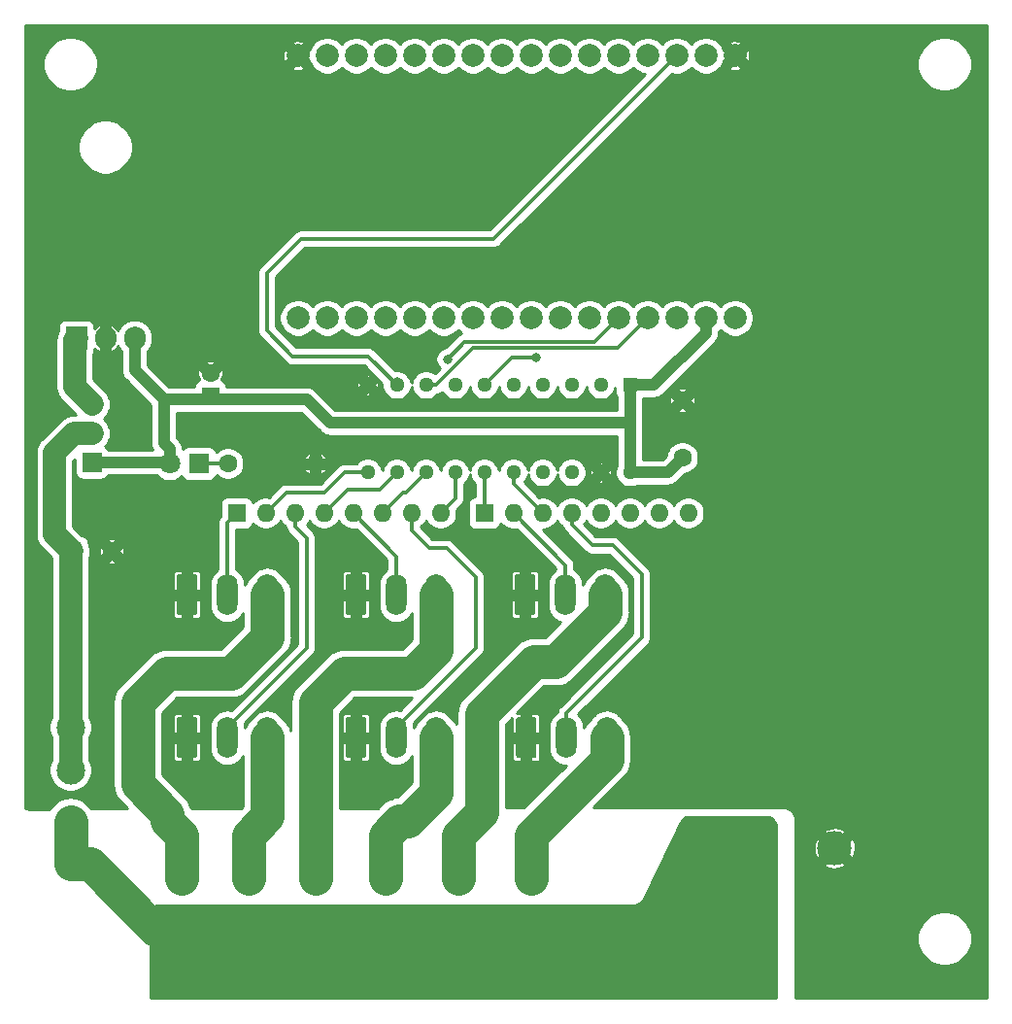
<source format=gbr>
G04 #@! TF.GenerationSoftware,KiCad,Pcbnew,(5.1.10)-1*
G04 #@! TF.CreationDate,2021-09-07T00:33:24-04:00*
G04 #@! TF.ProjectId,LoLin_Pro_Controller,4c6f4c69-6e5f-4507-926f-5f436f6e7472,rev?*
G04 #@! TF.SameCoordinates,Original*
G04 #@! TF.FileFunction,Copper,L1,Top*
G04 #@! TF.FilePolarity,Positive*
%FSLAX46Y46*%
G04 Gerber Fmt 4.6, Leading zero omitted, Abs format (unit mm)*
G04 Created by KiCad (PCBNEW (5.1.10)-1) date 2021-09-07 00:33:24*
%MOMM*%
%LPD*%
G01*
G04 APERTURE LIST*
G04 #@! TA.AperFunction,ComponentPad*
%ADD10R,3.000000X3.000000*%
G04 #@! TD*
G04 #@! TA.AperFunction,ComponentPad*
%ADD11C,3.000000*%
G04 #@! TD*
G04 #@! TA.AperFunction,ComponentPad*
%ADD12C,2.000000*%
G04 #@! TD*
G04 #@! TA.AperFunction,ComponentPad*
%ADD13O,1.700000X1.700000*%
G04 #@! TD*
G04 #@! TA.AperFunction,ComponentPad*
%ADD14R,1.700000X1.700000*%
G04 #@! TD*
G04 #@! TA.AperFunction,ComponentPad*
%ADD15O,1.905000X2.000000*%
G04 #@! TD*
G04 #@! TA.AperFunction,ComponentPad*
%ADD16R,1.905000X2.000000*%
G04 #@! TD*
G04 #@! TA.AperFunction,ComponentPad*
%ADD17O,1.800000X3.600000*%
G04 #@! TD*
G04 #@! TA.AperFunction,ComponentPad*
%ADD18O,1.600000X1.600000*%
G04 #@! TD*
G04 #@! TA.AperFunction,ComponentPad*
%ADD19C,1.600000*%
G04 #@! TD*
G04 #@! TA.AperFunction,ComponentPad*
%ADD20C,1.800000*%
G04 #@! TD*
G04 #@! TA.AperFunction,ComponentPad*
%ADD21R,1.800000X1.800000*%
G04 #@! TD*
G04 #@! TA.AperFunction,ComponentPad*
%ADD22R,1.600000X1.600000*%
G04 #@! TD*
G04 #@! TA.AperFunction,ComponentPad*
%ADD23C,2.475000*%
G04 #@! TD*
G04 #@! TA.AperFunction,ComponentPad*
%ADD24C,1.295400*%
G04 #@! TD*
G04 #@! TA.AperFunction,ComponentPad*
%ADD25R,1.295400X1.295400*%
G04 #@! TD*
G04 #@! TA.AperFunction,ViaPad*
%ADD26C,0.800000*%
G04 #@! TD*
G04 #@! TA.AperFunction,Conductor*
%ADD27C,3.000000*%
G04 #@! TD*
G04 #@! TA.AperFunction,Conductor*
%ADD28C,0.500000*%
G04 #@! TD*
G04 #@! TA.AperFunction,Conductor*
%ADD29C,1.000000*%
G04 #@! TD*
G04 #@! TA.AperFunction,Conductor*
%ADD30C,0.350000*%
G04 #@! TD*
G04 #@! TA.AperFunction,Conductor*
%ADD31C,0.250000*%
G04 #@! TD*
G04 #@! TA.AperFunction,Conductor*
%ADD32C,2.000000*%
G04 #@! TD*
G04 #@! TA.AperFunction,Conductor*
%ADD33C,0.254000*%
G04 #@! TD*
G04 #@! TA.AperFunction,Conductor*
%ADD34C,0.100000*%
G04 #@! TD*
G04 APERTURE END LIST*
D10*
X178252040Y-119613800D03*
D11*
X186501960Y-119613800D03*
D12*
X139720000Y-50550000D03*
X142260000Y-50550000D03*
X144800000Y-50550000D03*
X147340000Y-50550000D03*
X149880000Y-50550000D03*
X152420000Y-50550000D03*
X154960000Y-50550000D03*
X157500000Y-50550000D03*
X160040000Y-50550000D03*
X162580000Y-50550000D03*
X165120000Y-50550000D03*
X167660000Y-50550000D03*
X170200000Y-50550000D03*
X172740000Y-50550000D03*
X175280000Y-50550000D03*
X177820000Y-50550000D03*
X139720000Y-73410000D03*
X142260000Y-73410000D03*
X144800000Y-73410000D03*
X147340000Y-73410000D03*
X149880000Y-73410000D03*
X152420000Y-73410000D03*
X154960000Y-73410000D03*
X157500000Y-73410000D03*
X160040000Y-73410000D03*
X162580000Y-73410000D03*
X165120000Y-73410000D03*
X167660000Y-73410000D03*
X170200000Y-73410000D03*
X172740000Y-73410000D03*
X175280000Y-73410000D03*
X177820000Y-73410000D03*
D13*
X121750000Y-80920000D03*
X121750000Y-83460000D03*
D14*
X121750000Y-86000000D03*
D15*
X125476000Y-75184000D03*
X122936000Y-75184000D03*
D16*
X120396000Y-75184000D03*
D17*
X166512000Y-97536000D03*
X163012000Y-97536000D03*
G04 #@! TA.AperFunction,ComponentPad*
G36*
G01*
X158612000Y-99086000D02*
X158612000Y-95986000D01*
G75*
G02*
X158862000Y-95736000I250000J0D01*
G01*
X160162000Y-95736000D01*
G75*
G02*
X160412000Y-95986000I0J-250000D01*
G01*
X160412000Y-99086000D01*
G75*
G02*
X160162000Y-99336000I-250000J0D01*
G01*
X158862000Y-99336000D01*
G75*
G02*
X158612000Y-99086000I0J250000D01*
G01*
G37*
G04 #@! TD.AperFunction*
X166624000Y-109982000D03*
X163124000Y-109982000D03*
G04 #@! TA.AperFunction,ComponentPad*
G36*
G01*
X158724000Y-111532000D02*
X158724000Y-108432000D01*
G75*
G02*
X158974000Y-108182000I250000J0D01*
G01*
X160274000Y-108182000D01*
G75*
G02*
X160524000Y-108432000I0J-250000D01*
G01*
X160524000Y-111532000D01*
G75*
G02*
X160274000Y-111782000I-250000J0D01*
G01*
X158974000Y-111782000D01*
G75*
G02*
X158724000Y-111532000I0J250000D01*
G01*
G37*
G04 #@! TD.AperFunction*
D18*
X141224000Y-86106000D03*
D19*
X133604000Y-86106000D03*
D20*
X128524000Y-86106000D03*
D21*
X131064000Y-86106000D03*
D18*
X173736000Y-90424000D03*
X171196000Y-90424000D03*
X168656000Y-90424000D03*
X166116000Y-90424000D03*
X163576000Y-90424000D03*
X161036000Y-90424000D03*
X158496000Y-90424000D03*
D22*
X155956000Y-90424000D03*
D18*
X152146000Y-90424000D03*
X149606000Y-90424000D03*
X147066000Y-90424000D03*
X144526000Y-90424000D03*
X141986000Y-90424000D03*
X139446000Y-90424000D03*
X136906000Y-90424000D03*
D22*
X134366000Y-90424000D03*
D19*
X173228000Y-80598000D03*
X173228000Y-85598000D03*
X123500000Y-93750000D03*
D22*
X120000000Y-93750000D03*
D23*
X119888000Y-109112000D03*
X119888000Y-121012000D03*
X119888000Y-112812000D03*
X119888000Y-117312000D03*
D24*
X168656000Y-86868000D03*
X166116000Y-86868000D03*
X163576000Y-86868000D03*
X161036000Y-86868000D03*
X158496000Y-86868000D03*
X155956000Y-86868000D03*
X153416000Y-86868000D03*
X150876000Y-86868000D03*
X148336000Y-86868000D03*
X145796000Y-86868000D03*
X145796000Y-79248000D03*
X148336000Y-79248000D03*
X150876000Y-79248000D03*
X153416000Y-79248000D03*
X155956000Y-79248000D03*
X158496000Y-79248000D03*
X161036000Y-79248000D03*
X163576000Y-79248000D03*
X166116000Y-79248000D03*
D25*
X168656000Y-79248000D03*
D17*
X137048000Y-109982000D03*
X133548000Y-109982000D03*
G04 #@! TA.AperFunction,ComponentPad*
G36*
G01*
X129148000Y-111532000D02*
X129148000Y-108432000D01*
G75*
G02*
X129398000Y-108182000I250000J0D01*
G01*
X130698000Y-108182000D01*
G75*
G02*
X130948000Y-108432000I0J-250000D01*
G01*
X130948000Y-111532000D01*
G75*
G02*
X130698000Y-111782000I-250000J0D01*
G01*
X129398000Y-111782000D01*
G75*
G02*
X129148000Y-111532000I0J250000D01*
G01*
G37*
G04 #@! TD.AperFunction*
D23*
X129540000Y-118510000D03*
X129540000Y-130410000D03*
X129540000Y-122210000D03*
X129540000Y-126710000D03*
X160020000Y-118510000D03*
X160020000Y-130410000D03*
X160020000Y-122210000D03*
X160020000Y-126710000D03*
X153670000Y-118510000D03*
X153670000Y-130410000D03*
X153670000Y-122210000D03*
X153670000Y-126710000D03*
X147320000Y-118510000D03*
X147320000Y-130410000D03*
X147320000Y-122210000D03*
X147320000Y-126710000D03*
X141224000Y-118510000D03*
X141224000Y-130410000D03*
X141224000Y-122210000D03*
X141224000Y-126710000D03*
X135382000Y-118510000D03*
X135382000Y-130410000D03*
X135382000Y-122210000D03*
X135382000Y-126710000D03*
D17*
X151780000Y-109982000D03*
X148280000Y-109982000D03*
G04 #@! TA.AperFunction,ComponentPad*
G36*
G01*
X143880000Y-111532000D02*
X143880000Y-108432000D01*
G75*
G02*
X144130000Y-108182000I250000J0D01*
G01*
X145430000Y-108182000D01*
G75*
G02*
X145680000Y-108432000I0J-250000D01*
G01*
X145680000Y-111532000D01*
G75*
G02*
X145430000Y-111782000I-250000J0D01*
G01*
X144130000Y-111782000D01*
G75*
G02*
X143880000Y-111532000I0J250000D01*
G01*
G37*
G04 #@! TD.AperFunction*
X151780000Y-97536000D03*
X148280000Y-97536000D03*
G04 #@! TA.AperFunction,ComponentPad*
G36*
G01*
X143880000Y-99086000D02*
X143880000Y-95986000D01*
G75*
G02*
X144130000Y-95736000I250000J0D01*
G01*
X145430000Y-95736000D01*
G75*
G02*
X145680000Y-95986000I0J-250000D01*
G01*
X145680000Y-99086000D01*
G75*
G02*
X145430000Y-99336000I-250000J0D01*
G01*
X144130000Y-99336000D01*
G75*
G02*
X143880000Y-99086000I0J250000D01*
G01*
G37*
G04 #@! TD.AperFunction*
X137048000Y-97536000D03*
X133548000Y-97536000D03*
G04 #@! TA.AperFunction,ComponentPad*
G36*
G01*
X129148000Y-99086000D02*
X129148000Y-95986000D01*
G75*
G02*
X129398000Y-95736000I250000J0D01*
G01*
X130698000Y-95736000D01*
G75*
G02*
X130948000Y-95986000I0J-250000D01*
G01*
X130948000Y-99086000D01*
G75*
G02*
X130698000Y-99336000I-250000J0D01*
G01*
X129398000Y-99336000D01*
G75*
G02*
X129148000Y-99086000I0J250000D01*
G01*
G37*
G04 #@! TD.AperFunction*
D19*
X132080000Y-78232000D03*
D22*
X132080000Y-80232000D03*
D26*
X160500000Y-76825021D03*
X152750000Y-77000000D03*
D27*
X127336089Y-126710000D02*
X129540000Y-126710000D01*
X119888000Y-121012000D02*
X121638089Y-121012000D01*
X121638089Y-121012000D02*
X127336089Y-126710000D01*
X119888000Y-117312000D02*
X119888000Y-121012000D01*
D28*
X125476000Y-75136500D02*
X125476000Y-75184000D01*
D29*
X136144000Y-80518000D02*
X128016000Y-80518000D01*
X125476000Y-77978000D02*
X125476000Y-75184000D01*
X128016000Y-80518000D02*
X125476000Y-77978000D01*
X136144000Y-80518000D02*
X140462000Y-80518000D01*
X140462000Y-80518000D02*
X142494000Y-82550000D01*
X142494000Y-82550000D02*
X168656000Y-82550000D01*
X168656000Y-82550000D02*
X168656000Y-79248000D01*
X168656000Y-82550000D02*
X168656000Y-86868000D01*
X171958000Y-86868000D02*
X168656000Y-86868000D01*
X173228000Y-85598000D02*
X171958000Y-86868000D01*
X128016000Y-84325208D02*
X128016000Y-80518000D01*
X128524000Y-84833208D02*
X128016000Y-84325208D01*
X128524000Y-86106000D02*
X128524000Y-84833208D01*
X128418000Y-86000000D02*
X128524000Y-86106000D01*
X121750000Y-86000000D02*
X128418000Y-86000000D01*
X175280000Y-74720000D02*
X175280000Y-73410000D01*
X170752000Y-79248000D02*
X175280000Y-74720000D01*
X168656000Y-79248000D02*
X170752000Y-79248000D01*
D30*
X133548000Y-91242000D02*
X134366000Y-90424000D01*
X133548000Y-97536000D02*
X133548000Y-91242000D01*
D27*
X129540000Y-118510000D02*
X129540000Y-122210000D01*
X137048000Y-101204000D02*
X137048000Y-97536000D01*
X128302501Y-117272501D02*
X128302501Y-116618501D01*
X129540000Y-118510000D02*
X128302501Y-117272501D01*
X128302501Y-116618501D02*
X125730000Y-114046000D01*
X125730000Y-114046000D02*
X125730000Y-106934000D01*
X133858000Y-104394000D02*
X137048000Y-101204000D01*
X125730000Y-106934000D02*
X128270000Y-104394000D01*
X128270000Y-104394000D02*
X133858000Y-104394000D01*
D30*
X133548000Y-109082000D02*
X133548000Y-109982000D01*
X140462000Y-102168000D02*
X133548000Y-109082000D01*
X140462000Y-92571370D02*
X140462000Y-102168000D01*
X139446000Y-91555370D02*
X140462000Y-92571370D01*
X139446000Y-90424000D02*
X139446000Y-91555370D01*
D27*
X135382000Y-122210000D02*
X135382000Y-118510000D01*
X137048000Y-116844000D02*
X137048000Y-109982000D01*
X135382000Y-118510000D02*
X137048000Y-116844000D01*
D31*
X147828000Y-96636000D02*
X148082000Y-96382000D01*
X147828000Y-97536000D02*
X147828000Y-96636000D01*
D30*
X148280000Y-94178000D02*
X148280000Y-97536000D01*
X144526000Y-90424000D02*
X148280000Y-94178000D01*
D27*
X141224000Y-118510000D02*
X141224000Y-122210000D01*
X151780000Y-102336000D02*
X151780000Y-97536000D01*
X149722000Y-104394000D02*
X151780000Y-102336000D01*
X143764000Y-104394000D02*
X149722000Y-104394000D01*
X141224000Y-106934000D02*
X143764000Y-104394000D01*
X141224000Y-118510000D02*
X141224000Y-106934000D01*
D30*
X149606000Y-91948000D02*
X149606000Y-90424000D01*
X148280000Y-109082000D02*
X155194000Y-102168000D01*
X155194000Y-102168000D02*
X155194000Y-96012000D01*
X155194000Y-96012000D02*
X152654000Y-93472000D01*
X148280000Y-109982000D02*
X148280000Y-109082000D01*
X152654000Y-93472000D02*
X151130000Y-93472000D01*
X151130000Y-93472000D02*
X149606000Y-91948000D01*
D27*
X147320000Y-118510000D02*
X147320000Y-122210000D01*
X151780000Y-114782000D02*
X151780000Y-109982000D01*
X149289499Y-117272501D02*
X151780000Y-114782000D01*
X148557499Y-117272501D02*
X149289499Y-117272501D01*
X147320000Y-118510000D02*
X148557499Y-117272501D01*
D30*
X163012000Y-94940000D02*
X158496000Y-90424000D01*
X163012000Y-97536000D02*
X163012000Y-94940000D01*
D27*
X155702000Y-116478000D02*
X153670000Y-118510000D01*
X155702000Y-107950000D02*
X155702000Y-116478000D01*
X160274000Y-103378000D02*
X155702000Y-107950000D01*
X162171233Y-103378000D02*
X160274000Y-103378000D01*
X166512000Y-97536000D02*
X166512000Y-99037233D01*
X166512000Y-99037233D02*
X162171233Y-103378000D01*
X153670000Y-122210000D02*
X153670000Y-118510000D01*
D30*
X163124000Y-107832000D02*
X169672000Y-101284000D01*
X163124000Y-109982000D02*
X163124000Y-107832000D01*
X169672000Y-101284000D02*
X169672000Y-95758000D01*
X169672000Y-95758000D02*
X167132000Y-93218000D01*
X167132000Y-93218000D02*
X165354000Y-93218000D01*
X163576000Y-91440000D02*
X163576000Y-90424000D01*
X165354000Y-93218000D02*
X163576000Y-91440000D01*
D27*
X166624000Y-111906000D02*
X160020000Y-118510000D01*
X166624000Y-109982000D02*
X166624000Y-111906000D01*
X160020000Y-118510000D02*
X160020000Y-122210000D01*
D30*
X148336000Y-79248000D02*
X148336000Y-78740000D01*
D32*
X119888000Y-112812000D02*
X119888000Y-109112000D01*
X119888000Y-93862000D02*
X120000000Y-93750000D01*
X119888000Y-109112000D02*
X119888000Y-93862000D01*
X118500000Y-92250000D02*
X120000000Y-93750000D01*
X118500000Y-85170000D02*
X118500000Y-92250000D01*
X120210000Y-83460000D02*
X118500000Y-85170000D01*
X121750000Y-83460000D02*
X120210000Y-83460000D01*
D30*
X148336000Y-86868000D02*
X146812000Y-88392000D01*
X144018000Y-88392000D02*
X141986000Y-90424000D01*
X146812000Y-88392000D02*
X144018000Y-88392000D01*
X143764000Y-86868000D02*
X145796000Y-86868000D01*
X141986000Y-88646000D02*
X143764000Y-86868000D01*
X136906000Y-90424000D02*
X138684000Y-88646000D01*
X138684000Y-88646000D02*
X141986000Y-88646000D01*
X158496000Y-87884000D02*
X161036000Y-90424000D01*
X158496000Y-86868000D02*
X158496000Y-87884000D01*
X156088000Y-87000000D02*
X155956000Y-86868000D01*
X155956000Y-90424000D02*
X155956000Y-86868000D01*
X153416000Y-89154000D02*
X153416000Y-86868000D01*
X152146000Y-90424000D02*
X153416000Y-89154000D01*
X146944000Y-90651949D02*
X146690000Y-90905949D01*
X150876000Y-86868000D02*
X149098000Y-88646000D01*
X148844000Y-88646000D02*
X147066000Y-90424000D01*
X149098000Y-88646000D02*
X148844000Y-88646000D01*
X133604000Y-86106000D02*
X131064000Y-86106000D01*
D32*
X120250000Y-75330000D02*
X120396000Y-75184000D01*
X120250000Y-79420000D02*
X120250000Y-75330000D01*
X121750000Y-80920000D02*
X120250000Y-79420000D01*
D30*
X145838000Y-76750000D02*
X148336000Y-79248000D01*
X139250000Y-76750000D02*
X145838000Y-76750000D01*
X137000000Y-74500000D02*
X139250000Y-76750000D01*
X137000000Y-69500000D02*
X137000000Y-74500000D01*
X140000000Y-66500000D02*
X137000000Y-69500000D01*
X156790000Y-66500000D02*
X140000000Y-66500000D01*
X172740000Y-50550000D02*
X156790000Y-66500000D01*
X155956000Y-79248000D02*
X158378979Y-76825021D01*
X158378979Y-76825021D02*
X160500000Y-76825021D01*
X165570000Y-75500000D02*
X154250000Y-75500000D01*
X167660000Y-73410000D02*
X165570000Y-75500000D01*
X154250000Y-75500000D02*
X152750000Y-77000000D01*
X151791986Y-79248000D02*
X150876000Y-79248000D01*
X167559989Y-76050011D02*
X154989975Y-76050011D01*
X154989975Y-76050011D02*
X151791986Y-79248000D01*
X170200000Y-73410000D02*
X167559989Y-76050011D01*
D33*
X180670189Y-116894376D02*
X180833850Y-116944022D01*
X180984672Y-117024638D01*
X181116870Y-117133130D01*
X181225362Y-117265328D01*
X181305978Y-117416150D01*
X181355624Y-117579811D01*
X181373000Y-117756234D01*
X181373000Y-132493766D01*
X181355624Y-132670189D01*
X181349614Y-132690000D01*
X126899916Y-132690000D01*
X126894000Y-132670524D01*
X126876555Y-132494152D01*
X126873446Y-125467568D01*
X126890775Y-125290973D01*
X126940432Y-125127171D01*
X127021119Y-124976210D01*
X127129727Y-124843914D01*
X127262075Y-124735373D01*
X127413073Y-124654761D01*
X127576900Y-124605186D01*
X127753505Y-124587943D01*
X168872186Y-124626413D01*
X168884034Y-124625870D01*
X169069810Y-124608639D01*
X169093097Y-124604259D01*
X169272439Y-124552818D01*
X169294506Y-124544189D01*
X169461170Y-124460329D01*
X169481251Y-124447751D01*
X169629438Y-124334391D01*
X169646832Y-124318301D01*
X169771381Y-124179387D01*
X169785484Y-124160347D01*
X169882061Y-124000714D01*
X169887720Y-123990290D01*
X173088617Y-117375101D01*
X173175883Y-117230833D01*
X173284424Y-117109718D01*
X173413564Y-117010848D01*
X173558807Y-116937667D01*
X173715113Y-116892715D01*
X173882975Y-116877000D01*
X180493766Y-116877000D01*
X180670189Y-116894376D01*
G04 #@! TA.AperFunction,Conductor*
D34*
G36*
X180670189Y-116894376D02*
G01*
X180833850Y-116944022D01*
X180984672Y-117024638D01*
X181116870Y-117133130D01*
X181225362Y-117265328D01*
X181305978Y-117416150D01*
X181355624Y-117579811D01*
X181373000Y-117756234D01*
X181373000Y-132493766D01*
X181355624Y-132670189D01*
X181349614Y-132690000D01*
X126899916Y-132690000D01*
X126894000Y-132670524D01*
X126876555Y-132494152D01*
X126873446Y-125467568D01*
X126890775Y-125290973D01*
X126940432Y-125127171D01*
X127021119Y-124976210D01*
X127129727Y-124843914D01*
X127262075Y-124735373D01*
X127413073Y-124654761D01*
X127576900Y-124605186D01*
X127753505Y-124587943D01*
X168872186Y-124626413D01*
X168884034Y-124625870D01*
X169069810Y-124608639D01*
X169093097Y-124604259D01*
X169272439Y-124552818D01*
X169294506Y-124544189D01*
X169461170Y-124460329D01*
X169481251Y-124447751D01*
X169629438Y-124334391D01*
X169646832Y-124318301D01*
X169771381Y-124179387D01*
X169785484Y-124160347D01*
X169882061Y-124000714D01*
X169887720Y-123990290D01*
X173088617Y-117375101D01*
X173175883Y-117230833D01*
X173284424Y-117109718D01*
X173413564Y-117010848D01*
X173558807Y-116937667D01*
X173715113Y-116892715D01*
X173882975Y-116877000D01*
X180493766Y-116877000D01*
X180670189Y-116894376D01*
G37*
G04 #@! TD.AperFunction*
D33*
X199746001Y-132690000D02*
X183101572Y-132690000D01*
X183094941Y-132667946D01*
X183078028Y-132491125D01*
X183093684Y-127273098D01*
X193703000Y-127273098D01*
X193703000Y-127742902D01*
X193794654Y-128203679D01*
X193974440Y-128637721D01*
X194235450Y-129028349D01*
X194567651Y-129360550D01*
X194958279Y-129621560D01*
X195392321Y-129801346D01*
X195853098Y-129893000D01*
X196322902Y-129893000D01*
X196783679Y-129801346D01*
X197217721Y-129621560D01*
X197608349Y-129360550D01*
X197940550Y-129028349D01*
X198201560Y-128637721D01*
X198381346Y-128203679D01*
X198473000Y-127742902D01*
X198473000Y-127273098D01*
X198381346Y-126812321D01*
X198201560Y-126378279D01*
X197940550Y-125987651D01*
X197608349Y-125655450D01*
X197217721Y-125394440D01*
X196783679Y-125214654D01*
X196322902Y-125123000D01*
X195853098Y-125123000D01*
X195392321Y-125214654D01*
X194958279Y-125394440D01*
X194567651Y-125655450D01*
X194235450Y-125987651D01*
X193974440Y-126378279D01*
X193794654Y-126812321D01*
X193703000Y-127273098D01*
X183093684Y-127273098D01*
X183112238Y-121089513D01*
X185553749Y-121089513D01*
X185747151Y-121287291D01*
X186088136Y-121402391D01*
X186445025Y-121448756D01*
X186804101Y-121424606D01*
X187151566Y-121330867D01*
X187256769Y-121287291D01*
X187450171Y-121089513D01*
X186501960Y-120141302D01*
X185553749Y-121089513D01*
X183112238Y-121089513D01*
X183116837Y-119556865D01*
X184667004Y-119556865D01*
X184691154Y-119915941D01*
X184784893Y-120263406D01*
X184828469Y-120368609D01*
X185026247Y-120562011D01*
X185974458Y-119613800D01*
X187029462Y-119613800D01*
X187977673Y-120562011D01*
X188175451Y-120368609D01*
X188290551Y-120027624D01*
X188336916Y-119670735D01*
X188312766Y-119311659D01*
X188219027Y-118964194D01*
X188175451Y-118858991D01*
X187977673Y-118665589D01*
X187029462Y-119613800D01*
X185974458Y-119613800D01*
X185026247Y-118665589D01*
X184828469Y-118858991D01*
X184713369Y-119199976D01*
X184667004Y-119556865D01*
X183116837Y-119556865D01*
X183121094Y-118138087D01*
X185553749Y-118138087D01*
X186501960Y-119086298D01*
X187450171Y-118138087D01*
X187256769Y-117940309D01*
X186915784Y-117825209D01*
X186558895Y-117778844D01*
X186199819Y-117802994D01*
X185852354Y-117896733D01*
X185747151Y-117940309D01*
X185553749Y-118138087D01*
X183121094Y-118138087D01*
X183123982Y-117175783D01*
X183123404Y-117163291D01*
X183104645Y-116967482D01*
X183099828Y-116942969D01*
X183043102Y-116754621D01*
X183033581Y-116731525D01*
X182941084Y-116557925D01*
X182927225Y-116537140D01*
X182802534Y-116385005D01*
X182784875Y-116367335D01*
X182632816Y-116242552D01*
X182612039Y-116228681D01*
X182438495Y-116136077D01*
X182415406Y-116126541D01*
X182227093Y-116069700D01*
X182202582Y-116064868D01*
X182006785Y-116045990D01*
X181994293Y-116045404D01*
X165464416Y-116084929D01*
X168059513Y-113489833D01*
X168140977Y-113422977D01*
X168407777Y-113097881D01*
X168606026Y-112726982D01*
X168728108Y-112324533D01*
X168759000Y-112010881D01*
X168759000Y-112010873D01*
X168769329Y-111906001D01*
X168759000Y-111801129D01*
X168759000Y-109877118D01*
X168728108Y-109563467D01*
X168606026Y-109161018D01*
X168407777Y-108790119D01*
X168140977Y-108465023D01*
X167951715Y-108309699D01*
X167906481Y-108225073D01*
X167714661Y-107991339D01*
X167480926Y-107799519D01*
X167214260Y-107656983D01*
X166924912Y-107569210D01*
X166624000Y-107539573D01*
X166323087Y-107569210D01*
X166033739Y-107656983D01*
X165767073Y-107799519D01*
X165533339Y-107991339D01*
X165341519Y-108225074D01*
X165296286Y-108309698D01*
X165107023Y-108465023D01*
X164840223Y-108790119D01*
X164659000Y-109129165D01*
X164659000Y-109006592D01*
X164636790Y-108781087D01*
X164549017Y-108491739D01*
X164406481Y-108225073D01*
X164214661Y-107991339D01*
X164157271Y-107944241D01*
X170216619Y-101884894D01*
X170247528Y-101859528D01*
X170348749Y-101736189D01*
X170423963Y-101595473D01*
X170470280Y-101442788D01*
X170482000Y-101323791D01*
X170482000Y-101323789D01*
X170485919Y-101284001D01*
X170482000Y-101244213D01*
X170482000Y-95797787D01*
X170485919Y-95757999D01*
X170482000Y-95718209D01*
X170470280Y-95599212D01*
X170423963Y-95446527D01*
X170348749Y-95305811D01*
X170247528Y-95182472D01*
X170216618Y-95157105D01*
X167732900Y-92673387D01*
X167707528Y-92642472D01*
X167584189Y-92541251D01*
X167443473Y-92466037D01*
X167290788Y-92419720D01*
X167171791Y-92408000D01*
X167171788Y-92408000D01*
X167132000Y-92404081D01*
X167092212Y-92408000D01*
X165689513Y-92408000D01*
X164655454Y-91373942D01*
X164690637Y-91338759D01*
X164846000Y-91106241D01*
X165001363Y-91338759D01*
X165201241Y-91538637D01*
X165436273Y-91695680D01*
X165697426Y-91803853D01*
X165974665Y-91859000D01*
X166257335Y-91859000D01*
X166534574Y-91803853D01*
X166795727Y-91695680D01*
X167030759Y-91538637D01*
X167230637Y-91338759D01*
X167386000Y-91106241D01*
X167541363Y-91338759D01*
X167741241Y-91538637D01*
X167976273Y-91695680D01*
X168237426Y-91803853D01*
X168514665Y-91859000D01*
X168797335Y-91859000D01*
X169074574Y-91803853D01*
X169335727Y-91695680D01*
X169570759Y-91538637D01*
X169770637Y-91338759D01*
X169926000Y-91106241D01*
X170081363Y-91338759D01*
X170281241Y-91538637D01*
X170516273Y-91695680D01*
X170777426Y-91803853D01*
X171054665Y-91859000D01*
X171337335Y-91859000D01*
X171614574Y-91803853D01*
X171875727Y-91695680D01*
X172110759Y-91538637D01*
X172310637Y-91338759D01*
X172466000Y-91106241D01*
X172621363Y-91338759D01*
X172821241Y-91538637D01*
X173056273Y-91695680D01*
X173317426Y-91803853D01*
X173594665Y-91859000D01*
X173877335Y-91859000D01*
X174154574Y-91803853D01*
X174415727Y-91695680D01*
X174650759Y-91538637D01*
X174850637Y-91338759D01*
X175007680Y-91103727D01*
X175115853Y-90842574D01*
X175171000Y-90565335D01*
X175171000Y-90282665D01*
X175115853Y-90005426D01*
X175007680Y-89744273D01*
X174850637Y-89509241D01*
X174650759Y-89309363D01*
X174415727Y-89152320D01*
X174154574Y-89044147D01*
X173877335Y-88989000D01*
X173594665Y-88989000D01*
X173317426Y-89044147D01*
X173056273Y-89152320D01*
X172821241Y-89309363D01*
X172621363Y-89509241D01*
X172466000Y-89741759D01*
X172310637Y-89509241D01*
X172110759Y-89309363D01*
X171875727Y-89152320D01*
X171614574Y-89044147D01*
X171337335Y-88989000D01*
X171054665Y-88989000D01*
X170777426Y-89044147D01*
X170516273Y-89152320D01*
X170281241Y-89309363D01*
X170081363Y-89509241D01*
X169926000Y-89741759D01*
X169770637Y-89509241D01*
X169570759Y-89309363D01*
X169335727Y-89152320D01*
X169074574Y-89044147D01*
X168797335Y-88989000D01*
X168514665Y-88989000D01*
X168237426Y-89044147D01*
X167976273Y-89152320D01*
X167741241Y-89309363D01*
X167541363Y-89509241D01*
X167386000Y-89741759D01*
X167230637Y-89509241D01*
X167030759Y-89309363D01*
X166795727Y-89152320D01*
X166534574Y-89044147D01*
X166257335Y-88989000D01*
X165974665Y-88989000D01*
X165697426Y-89044147D01*
X165436273Y-89152320D01*
X165201241Y-89309363D01*
X165001363Y-89509241D01*
X164846000Y-89741759D01*
X164690637Y-89509241D01*
X164490759Y-89309363D01*
X164255727Y-89152320D01*
X163994574Y-89044147D01*
X163717335Y-88989000D01*
X163434665Y-88989000D01*
X163157426Y-89044147D01*
X162896273Y-89152320D01*
X162661241Y-89309363D01*
X162461363Y-89509241D01*
X162306000Y-89741759D01*
X162150637Y-89509241D01*
X161950759Y-89309363D01*
X161715727Y-89152320D01*
X161454574Y-89044147D01*
X161177335Y-88989000D01*
X160894665Y-88989000D01*
X160771093Y-89013580D01*
X159467762Y-87710249D01*
X159492338Y-87685673D01*
X159632714Y-87475586D01*
X159729406Y-87242150D01*
X159766000Y-87058182D01*
X159802594Y-87242150D01*
X159899286Y-87475586D01*
X160039662Y-87685673D01*
X160218327Y-87864338D01*
X160428414Y-88004714D01*
X160661850Y-88101406D01*
X160909665Y-88150700D01*
X161162335Y-88150700D01*
X161410150Y-88101406D01*
X161643586Y-88004714D01*
X161853673Y-87864338D01*
X162032338Y-87685673D01*
X162172714Y-87475586D01*
X162269406Y-87242150D01*
X162306000Y-87058182D01*
X162342594Y-87242150D01*
X162439286Y-87475586D01*
X162579662Y-87685673D01*
X162758327Y-87864338D01*
X162968414Y-88004714D01*
X163201850Y-88101406D01*
X163449665Y-88150700D01*
X163702335Y-88150700D01*
X163950150Y-88101406D01*
X164183586Y-88004714D01*
X164393673Y-87864338D01*
X164548906Y-87709105D01*
X165802397Y-87709105D01*
X165885461Y-87819896D01*
X166075596Y-87846582D01*
X166267284Y-87835661D01*
X166346539Y-87819896D01*
X166429603Y-87709105D01*
X166116000Y-87395502D01*
X165802397Y-87709105D01*
X164548906Y-87709105D01*
X164572338Y-87685673D01*
X164712714Y-87475586D01*
X164809406Y-87242150D01*
X164858700Y-86994335D01*
X164858700Y-86827596D01*
X165137418Y-86827596D01*
X165148339Y-87019284D01*
X165164104Y-87098539D01*
X165274895Y-87181603D01*
X165588498Y-86868000D01*
X166643502Y-86868000D01*
X166957105Y-87181603D01*
X167067896Y-87098539D01*
X167094582Y-86908404D01*
X167083661Y-86716716D01*
X167067896Y-86637461D01*
X166957105Y-86554397D01*
X166643502Y-86868000D01*
X165588498Y-86868000D01*
X165274895Y-86554397D01*
X165164104Y-86637461D01*
X165137418Y-86827596D01*
X164858700Y-86827596D01*
X164858700Y-86741665D01*
X164809406Y-86493850D01*
X164712714Y-86260414D01*
X164572338Y-86050327D01*
X164548906Y-86026895D01*
X165802397Y-86026895D01*
X166116000Y-86340498D01*
X166429603Y-86026895D01*
X166346539Y-85916104D01*
X166156404Y-85889418D01*
X165964716Y-85900339D01*
X165885461Y-85916104D01*
X165802397Y-86026895D01*
X164548906Y-86026895D01*
X164393673Y-85871662D01*
X164183586Y-85731286D01*
X163950150Y-85634594D01*
X163702335Y-85585300D01*
X163449665Y-85585300D01*
X163201850Y-85634594D01*
X162968414Y-85731286D01*
X162758327Y-85871662D01*
X162579662Y-86050327D01*
X162439286Y-86260414D01*
X162342594Y-86493850D01*
X162306000Y-86677818D01*
X162269406Y-86493850D01*
X162172714Y-86260414D01*
X162032338Y-86050327D01*
X161853673Y-85871662D01*
X161643586Y-85731286D01*
X161410150Y-85634594D01*
X161162335Y-85585300D01*
X160909665Y-85585300D01*
X160661850Y-85634594D01*
X160428414Y-85731286D01*
X160218327Y-85871662D01*
X160039662Y-86050327D01*
X159899286Y-86260414D01*
X159802594Y-86493850D01*
X159766000Y-86677818D01*
X159729406Y-86493850D01*
X159632714Y-86260414D01*
X159492338Y-86050327D01*
X159313673Y-85871662D01*
X159103586Y-85731286D01*
X158870150Y-85634594D01*
X158622335Y-85585300D01*
X158369665Y-85585300D01*
X158121850Y-85634594D01*
X157888414Y-85731286D01*
X157678327Y-85871662D01*
X157499662Y-86050327D01*
X157359286Y-86260414D01*
X157262594Y-86493850D01*
X157226000Y-86677818D01*
X157189406Y-86493850D01*
X157092714Y-86260414D01*
X156952338Y-86050327D01*
X156773673Y-85871662D01*
X156563586Y-85731286D01*
X156330150Y-85634594D01*
X156082335Y-85585300D01*
X155829665Y-85585300D01*
X155581850Y-85634594D01*
X155348414Y-85731286D01*
X155138327Y-85871662D01*
X154959662Y-86050327D01*
X154819286Y-86260414D01*
X154722594Y-86493850D01*
X154686000Y-86677818D01*
X154649406Y-86493850D01*
X154552714Y-86260414D01*
X154412338Y-86050327D01*
X154233673Y-85871662D01*
X154023586Y-85731286D01*
X153790150Y-85634594D01*
X153542335Y-85585300D01*
X153289665Y-85585300D01*
X153041850Y-85634594D01*
X152808414Y-85731286D01*
X152598327Y-85871662D01*
X152419662Y-86050327D01*
X152279286Y-86260414D01*
X152182594Y-86493850D01*
X152146000Y-86677818D01*
X152109406Y-86493850D01*
X152012714Y-86260414D01*
X151872338Y-86050327D01*
X151693673Y-85871662D01*
X151483586Y-85731286D01*
X151250150Y-85634594D01*
X151002335Y-85585300D01*
X150749665Y-85585300D01*
X150501850Y-85634594D01*
X150268414Y-85731286D01*
X150058327Y-85871662D01*
X149879662Y-86050327D01*
X149739286Y-86260414D01*
X149642594Y-86493850D01*
X149606000Y-86677818D01*
X149569406Y-86493850D01*
X149472714Y-86260414D01*
X149332338Y-86050327D01*
X149153673Y-85871662D01*
X148943586Y-85731286D01*
X148710150Y-85634594D01*
X148462335Y-85585300D01*
X148209665Y-85585300D01*
X147961850Y-85634594D01*
X147728414Y-85731286D01*
X147518327Y-85871662D01*
X147339662Y-86050327D01*
X147199286Y-86260414D01*
X147102594Y-86493850D01*
X147066000Y-86677818D01*
X147029406Y-86493850D01*
X146932714Y-86260414D01*
X146792338Y-86050327D01*
X146613673Y-85871662D01*
X146403586Y-85731286D01*
X146170150Y-85634594D01*
X145922335Y-85585300D01*
X145669665Y-85585300D01*
X145421850Y-85634594D01*
X145188414Y-85731286D01*
X144978327Y-85871662D01*
X144799662Y-86050327D01*
X144794535Y-86058000D01*
X143803788Y-86058000D01*
X143764000Y-86054081D01*
X143724212Y-86058000D01*
X143724209Y-86058000D01*
X143605212Y-86069720D01*
X143489382Y-86104857D01*
X143452526Y-86116037D01*
X143367000Y-86161752D01*
X143311811Y-86191251D01*
X143188472Y-86292472D01*
X143163105Y-86323382D01*
X141650488Y-87836000D01*
X138723788Y-87836000D01*
X138684000Y-87832081D01*
X138644212Y-87836000D01*
X138644209Y-87836000D01*
X138525212Y-87847720D01*
X138408063Y-87883257D01*
X138372526Y-87894037D01*
X138231811Y-87969251D01*
X138108472Y-88070472D01*
X138083107Y-88101380D01*
X137170907Y-89013580D01*
X137047335Y-88989000D01*
X136764665Y-88989000D01*
X136487426Y-89044147D01*
X136226273Y-89152320D01*
X135991241Y-89309363D01*
X135792643Y-89507961D01*
X135791812Y-89499518D01*
X135755502Y-89379820D01*
X135696537Y-89269506D01*
X135617185Y-89172815D01*
X135520494Y-89093463D01*
X135410180Y-89034498D01*
X135290482Y-88998188D01*
X135166000Y-88985928D01*
X133566000Y-88985928D01*
X133441518Y-88998188D01*
X133321820Y-89034498D01*
X133211506Y-89093463D01*
X133114815Y-89172815D01*
X133035463Y-89269506D01*
X132976498Y-89379820D01*
X132940188Y-89499518D01*
X132927928Y-89624000D01*
X132927928Y-90720751D01*
X132871251Y-90789811D01*
X132825082Y-90876189D01*
X132796038Y-90930527D01*
X132767413Y-91024892D01*
X132749721Y-91083213D01*
X132734081Y-91242000D01*
X132738001Y-91281798D01*
X132738000Y-95328436D01*
X132691073Y-95353519D01*
X132457339Y-95545339D01*
X132265519Y-95779074D01*
X132122983Y-96045740D01*
X132035210Y-96335088D01*
X132013000Y-96560593D01*
X132013000Y-98511408D01*
X132035211Y-98736913D01*
X132122984Y-99026261D01*
X132265520Y-99292927D01*
X132457340Y-99526661D01*
X132691074Y-99718481D01*
X132957740Y-99861017D01*
X133247088Y-99948790D01*
X133548000Y-99978427D01*
X133848913Y-99948790D01*
X134138261Y-99861017D01*
X134404927Y-99718481D01*
X134638661Y-99526661D01*
X134830481Y-99292927D01*
X134913000Y-99138545D01*
X134913000Y-100319654D01*
X132973655Y-102259000D01*
X128374871Y-102259000D01*
X128269999Y-102248671D01*
X128165127Y-102259000D01*
X128165118Y-102259000D01*
X127851467Y-102289892D01*
X127449018Y-102411974D01*
X127078119Y-102610223D01*
X127042432Y-102639511D01*
X126834489Y-102810165D01*
X126834487Y-102810167D01*
X126753023Y-102877023D01*
X126686167Y-102958487D01*
X124294487Y-105350168D01*
X124213024Y-105417023D01*
X124146168Y-105498487D01*
X124146165Y-105498490D01*
X123946224Y-105742119D01*
X123747975Y-106113018D01*
X123625893Y-106515467D01*
X123584671Y-106934000D01*
X123595001Y-107038882D01*
X123595000Y-113941128D01*
X123584671Y-114046000D01*
X123595000Y-114150872D01*
X123595000Y-114150881D01*
X123625892Y-114464532D01*
X123747974Y-114866981D01*
X123946223Y-115237881D01*
X124213023Y-115562977D01*
X124294492Y-115629837D01*
X124846707Y-116182052D01*
X121708891Y-116189555D01*
X121671777Y-116120119D01*
X121404977Y-115795023D01*
X121079881Y-115528223D01*
X120708981Y-115329974D01*
X120306532Y-115207892D01*
X119888000Y-115166670D01*
X119469467Y-115207892D01*
X119067018Y-115329974D01*
X118696119Y-115528223D01*
X118371023Y-115795023D01*
X118104223Y-116120119D01*
X118062448Y-116198274D01*
X116258332Y-116202588D01*
X116081598Y-116185581D01*
X115976000Y-116153772D01*
X115976000Y-85170000D01*
X116857089Y-85170000D01*
X116865000Y-85250320D01*
X116865001Y-92169671D01*
X116857089Y-92250000D01*
X116888658Y-92570516D01*
X116982148Y-92878714D01*
X117057566Y-93019810D01*
X117133970Y-93162752D01*
X117338287Y-93411714D01*
X117400682Y-93462920D01*
X118253001Y-94315240D01*
X118253000Y-108188540D01*
X118228612Y-108225039D01*
X118087459Y-108565812D01*
X118015500Y-108927575D01*
X118015500Y-109296425D01*
X118087459Y-109658188D01*
X118228612Y-109998961D01*
X118253001Y-110035461D01*
X118253000Y-111888539D01*
X118228612Y-111925039D01*
X118087459Y-112265812D01*
X118015500Y-112627575D01*
X118015500Y-112996425D01*
X118087459Y-113358188D01*
X118228612Y-113698961D01*
X118433534Y-114005649D01*
X118694351Y-114266466D01*
X119001039Y-114471388D01*
X119341812Y-114612541D01*
X119703575Y-114684500D01*
X120072425Y-114684500D01*
X120434188Y-114612541D01*
X120774961Y-114471388D01*
X121081649Y-114266466D01*
X121342466Y-114005649D01*
X121547388Y-113698961D01*
X121688541Y-113358188D01*
X121760500Y-112996425D01*
X121760500Y-112627575D01*
X121688541Y-112265812D01*
X121547388Y-111925039D01*
X121523000Y-111888540D01*
X121523000Y-110035460D01*
X121547388Y-109998961D01*
X121688541Y-109658188D01*
X121760500Y-109296425D01*
X121760500Y-108927575D01*
X121688541Y-108565812D01*
X121547388Y-108225039D01*
X121523000Y-108188540D01*
X121523000Y-99336000D01*
X128819418Y-99336000D01*
X128825732Y-99400103D01*
X128844430Y-99461743D01*
X128874794Y-99518550D01*
X128915657Y-99568343D01*
X128965450Y-99609206D01*
X129022257Y-99639570D01*
X129083897Y-99658268D01*
X129148000Y-99664582D01*
X129593250Y-99663000D01*
X129675000Y-99581250D01*
X129675000Y-97909000D01*
X130421000Y-97909000D01*
X130421000Y-99581250D01*
X130502750Y-99663000D01*
X130948000Y-99664582D01*
X131012103Y-99658268D01*
X131073743Y-99639570D01*
X131130550Y-99609206D01*
X131180343Y-99568343D01*
X131221206Y-99518550D01*
X131251570Y-99461743D01*
X131270268Y-99400103D01*
X131276582Y-99336000D01*
X131275000Y-97990750D01*
X131193250Y-97909000D01*
X130421000Y-97909000D01*
X129675000Y-97909000D01*
X128902750Y-97909000D01*
X128821000Y-97990750D01*
X128819418Y-99336000D01*
X121523000Y-99336000D01*
X121523000Y-95736000D01*
X128819418Y-95736000D01*
X128821000Y-97081250D01*
X128902750Y-97163000D01*
X129675000Y-97163000D01*
X129675000Y-95490750D01*
X130421000Y-95490750D01*
X130421000Y-97163000D01*
X131193250Y-97163000D01*
X131275000Y-97081250D01*
X131276582Y-95736000D01*
X131270268Y-95671897D01*
X131251570Y-95610257D01*
X131221206Y-95553450D01*
X131180343Y-95503657D01*
X131130550Y-95462794D01*
X131073743Y-95432430D01*
X131012103Y-95413732D01*
X130948000Y-95407418D01*
X130502750Y-95409000D01*
X130421000Y-95490750D01*
X129675000Y-95490750D01*
X129593250Y-95409000D01*
X129148000Y-95407418D01*
X129083897Y-95413732D01*
X129022257Y-95432430D01*
X128965450Y-95462794D01*
X128915657Y-95503657D01*
X128874794Y-95553450D01*
X128844430Y-95610257D01*
X128825732Y-95671897D01*
X128819418Y-95736000D01*
X121523000Y-95736000D01*
X121523000Y-94708318D01*
X123069183Y-94708318D01*
X123173266Y-94834295D01*
X123391080Y-94877203D01*
X123613080Y-94876794D01*
X123826734Y-94834295D01*
X123930817Y-94708318D01*
X123500000Y-94277502D01*
X123069183Y-94708318D01*
X121523000Y-94708318D01*
X121523000Y-94361743D01*
X121611342Y-94070516D01*
X121642911Y-93750000D01*
X121632184Y-93641080D01*
X122372797Y-93641080D01*
X122373206Y-93863080D01*
X122415705Y-94076734D01*
X122541682Y-94180817D01*
X122972498Y-93750000D01*
X124027502Y-93750000D01*
X124458318Y-94180817D01*
X124584295Y-94076734D01*
X124627203Y-93858920D01*
X124626794Y-93636920D01*
X124584295Y-93423266D01*
X124458318Y-93319183D01*
X124027502Y-93750000D01*
X122972498Y-93750000D01*
X122541682Y-93319183D01*
X122415705Y-93423266D01*
X122372797Y-93641080D01*
X121632184Y-93641080D01*
X121615530Y-93472000D01*
X121611342Y-93429483D01*
X121556326Y-93248119D01*
X121517852Y-93121286D01*
X121465616Y-93023559D01*
X121438072Y-92972028D01*
X121438072Y-92950000D01*
X121425812Y-92825518D01*
X121415548Y-92791682D01*
X123069183Y-92791682D01*
X123500000Y-93222498D01*
X123930817Y-92791682D01*
X123826734Y-92665705D01*
X123608920Y-92622797D01*
X123386920Y-92623206D01*
X123173266Y-92665705D01*
X123069183Y-92791682D01*
X121415548Y-92791682D01*
X121389502Y-92705820D01*
X121330537Y-92595506D01*
X121251185Y-92498815D01*
X121154494Y-92419463D01*
X121044180Y-92360498D01*
X120924482Y-92324188D01*
X120882269Y-92320031D01*
X120135000Y-91572762D01*
X120135000Y-85847238D01*
X120261928Y-85720310D01*
X120261928Y-86850000D01*
X120274188Y-86974482D01*
X120310498Y-87094180D01*
X120369463Y-87204494D01*
X120448815Y-87301185D01*
X120545506Y-87380537D01*
X120655820Y-87439502D01*
X120775518Y-87475812D01*
X120900000Y-87488072D01*
X122600000Y-87488072D01*
X122724482Y-87475812D01*
X122844180Y-87439502D01*
X122954494Y-87380537D01*
X123051185Y-87301185D01*
X123130537Y-87204494D01*
X123167683Y-87135000D01*
X127382183Y-87135000D01*
X127545495Y-87298312D01*
X127796905Y-87466299D01*
X128076257Y-87582011D01*
X128372816Y-87641000D01*
X128675184Y-87641000D01*
X128971743Y-87582011D01*
X129251095Y-87466299D01*
X129502505Y-87298312D01*
X129568944Y-87231873D01*
X129574498Y-87250180D01*
X129633463Y-87360494D01*
X129712815Y-87457185D01*
X129809506Y-87536537D01*
X129919820Y-87595502D01*
X130039518Y-87631812D01*
X130164000Y-87644072D01*
X131964000Y-87644072D01*
X132088482Y-87631812D01*
X132208180Y-87595502D01*
X132318494Y-87536537D01*
X132415185Y-87457185D01*
X132494537Y-87360494D01*
X132553502Y-87250180D01*
X132589812Y-87130482D01*
X132590643Y-87122039D01*
X132689241Y-87220637D01*
X132924273Y-87377680D01*
X133185426Y-87485853D01*
X133462665Y-87541000D01*
X133745335Y-87541000D01*
X134022574Y-87485853D01*
X134283727Y-87377680D01*
X134518759Y-87220637D01*
X134718637Y-87020759D01*
X134875680Y-86785727D01*
X134935721Y-86640773D01*
X140231958Y-86640773D01*
X140350285Y-86817895D01*
X140505957Y-86974669D01*
X140689223Y-87098061D01*
X140851000Y-87087755D01*
X140851000Y-86479000D01*
X141597000Y-86479000D01*
X141597000Y-87087755D01*
X141758777Y-87098061D01*
X141942043Y-86974669D01*
X142097715Y-86817895D01*
X142216042Y-86640773D01*
X142200432Y-86479000D01*
X141597000Y-86479000D01*
X140851000Y-86479000D01*
X140247568Y-86479000D01*
X140231958Y-86640773D01*
X134935721Y-86640773D01*
X134983853Y-86524574D01*
X135039000Y-86247335D01*
X135039000Y-85964665D01*
X134983853Y-85687426D01*
X134935722Y-85571227D01*
X140231958Y-85571227D01*
X140247568Y-85733000D01*
X140851000Y-85733000D01*
X140851000Y-85124245D01*
X141597000Y-85124245D01*
X141597000Y-85733000D01*
X142200432Y-85733000D01*
X142216042Y-85571227D01*
X142097715Y-85394105D01*
X141942043Y-85237331D01*
X141758777Y-85113939D01*
X141597000Y-85124245D01*
X140851000Y-85124245D01*
X140689223Y-85113939D01*
X140505957Y-85237331D01*
X140350285Y-85394105D01*
X140231958Y-85571227D01*
X134935722Y-85571227D01*
X134875680Y-85426273D01*
X134718637Y-85191241D01*
X134518759Y-84991363D01*
X134283727Y-84834320D01*
X134022574Y-84726147D01*
X133745335Y-84671000D01*
X133462665Y-84671000D01*
X133185426Y-84726147D01*
X132924273Y-84834320D01*
X132689241Y-84991363D01*
X132590643Y-85089961D01*
X132589812Y-85081518D01*
X132553502Y-84961820D01*
X132494537Y-84851506D01*
X132415185Y-84754815D01*
X132318494Y-84675463D01*
X132208180Y-84616498D01*
X132088482Y-84580188D01*
X131964000Y-84567928D01*
X130164000Y-84567928D01*
X130039518Y-84580188D01*
X129919820Y-84616498D01*
X129809506Y-84675463D01*
X129712815Y-84754815D01*
X129662775Y-84815790D01*
X129659000Y-84777465D01*
X129659000Y-84777456D01*
X129642577Y-84610709D01*
X129577676Y-84396761D01*
X129472284Y-84199585D01*
X129330449Y-84026759D01*
X129287135Y-83991212D01*
X129151000Y-83855077D01*
X129151000Y-81653000D01*
X131139655Y-81653000D01*
X131155518Y-81657812D01*
X131280000Y-81670072D01*
X132880000Y-81670072D01*
X133004482Y-81657812D01*
X133020345Y-81653000D01*
X139991869Y-81653000D01*
X141652009Y-83313141D01*
X141687551Y-83356449D01*
X141860377Y-83498284D01*
X142057553Y-83603676D01*
X142271501Y-83668577D01*
X142494000Y-83690491D01*
X142549751Y-83685000D01*
X167521000Y-83685000D01*
X167521001Y-86257848D01*
X167519286Y-86260414D01*
X167422594Y-86493850D01*
X167373300Y-86741665D01*
X167373300Y-86994335D01*
X167422594Y-87242150D01*
X167519286Y-87475586D01*
X167659662Y-87685673D01*
X167838327Y-87864338D01*
X168048414Y-88004714D01*
X168281850Y-88101406D01*
X168529665Y-88150700D01*
X168782335Y-88150700D01*
X169030150Y-88101406D01*
X169263586Y-88004714D01*
X169266151Y-88003000D01*
X171902249Y-88003000D01*
X171958000Y-88008491D01*
X172013751Y-88003000D01*
X172013752Y-88003000D01*
X172180499Y-87986577D01*
X172394447Y-87921676D01*
X172591623Y-87816284D01*
X172764449Y-87674449D01*
X172799996Y-87631135D01*
X173405282Y-87025850D01*
X173646574Y-86977853D01*
X173907727Y-86869680D01*
X174142759Y-86712637D01*
X174342637Y-86512759D01*
X174499680Y-86277727D01*
X174607853Y-86016574D01*
X174663000Y-85739335D01*
X174663000Y-85456665D01*
X174607853Y-85179426D01*
X174499680Y-84918273D01*
X174342637Y-84683241D01*
X174142759Y-84483363D01*
X173907727Y-84326320D01*
X173646574Y-84218147D01*
X173369335Y-84163000D01*
X173086665Y-84163000D01*
X172809426Y-84218147D01*
X172548273Y-84326320D01*
X172313241Y-84483363D01*
X172113363Y-84683241D01*
X171956320Y-84918273D01*
X171848147Y-85179426D01*
X171800150Y-85420718D01*
X171487869Y-85733000D01*
X169791000Y-85733000D01*
X169791000Y-82605751D01*
X169796491Y-82550000D01*
X169791000Y-82494248D01*
X169791000Y-81556318D01*
X172797183Y-81556318D01*
X172901266Y-81682295D01*
X173119080Y-81725203D01*
X173341080Y-81724794D01*
X173554734Y-81682295D01*
X173658817Y-81556318D01*
X173228000Y-81125502D01*
X172797183Y-81556318D01*
X169791000Y-81556318D01*
X169791000Y-80489080D01*
X172100797Y-80489080D01*
X172101206Y-80711080D01*
X172143705Y-80924734D01*
X172269682Y-81028817D01*
X172700498Y-80598000D01*
X173755502Y-80598000D01*
X174186318Y-81028817D01*
X174312295Y-80924734D01*
X174355203Y-80706920D01*
X174354794Y-80484920D01*
X174312295Y-80271266D01*
X174186318Y-80167183D01*
X173755502Y-80598000D01*
X172700498Y-80598000D01*
X172269682Y-80167183D01*
X172143705Y-80271266D01*
X172100797Y-80489080D01*
X169791000Y-80489080D01*
X169791000Y-80383000D01*
X170696249Y-80383000D01*
X170752000Y-80388491D01*
X170807751Y-80383000D01*
X170807752Y-80383000D01*
X170974499Y-80366577D01*
X171188447Y-80301676D01*
X171385623Y-80196284D01*
X171558449Y-80054449D01*
X171593996Y-80011135D01*
X171965449Y-79639682D01*
X172797183Y-79639682D01*
X173228000Y-80070498D01*
X173658817Y-79639682D01*
X173554734Y-79513705D01*
X173336920Y-79470797D01*
X173114920Y-79471206D01*
X172901266Y-79513705D01*
X172797183Y-79639682D01*
X171965449Y-79639682D01*
X176043141Y-75561991D01*
X176086449Y-75526449D01*
X176228284Y-75353623D01*
X176333676Y-75156447D01*
X176398577Y-74942499D01*
X176415000Y-74775752D01*
X176415000Y-74775751D01*
X176420491Y-74720001D01*
X176415000Y-74664249D01*
X176415000Y-74587239D01*
X176549987Y-74452252D01*
X176550000Y-74452233D01*
X176550013Y-74452252D01*
X176777748Y-74679987D01*
X177045537Y-74858918D01*
X177343088Y-74982168D01*
X177658967Y-75045000D01*
X177981033Y-75045000D01*
X178296912Y-74982168D01*
X178594463Y-74858918D01*
X178862252Y-74679987D01*
X179089987Y-74452252D01*
X179268918Y-74184463D01*
X179392168Y-73886912D01*
X179455000Y-73571033D01*
X179455000Y-73248967D01*
X179392168Y-72933088D01*
X179268918Y-72635537D01*
X179089987Y-72367748D01*
X178862252Y-72140013D01*
X178594463Y-71961082D01*
X178296912Y-71837832D01*
X177981033Y-71775000D01*
X177658967Y-71775000D01*
X177343088Y-71837832D01*
X177045537Y-71961082D01*
X176777748Y-72140013D01*
X176550013Y-72367748D01*
X176550000Y-72367767D01*
X176549987Y-72367748D01*
X176322252Y-72140013D01*
X176054463Y-71961082D01*
X175756912Y-71837832D01*
X175441033Y-71775000D01*
X175118967Y-71775000D01*
X174803088Y-71837832D01*
X174505537Y-71961082D01*
X174237748Y-72140013D01*
X174010013Y-72367748D01*
X174010000Y-72367767D01*
X174009987Y-72367748D01*
X173782252Y-72140013D01*
X173514463Y-71961082D01*
X173216912Y-71837832D01*
X172901033Y-71775000D01*
X172578967Y-71775000D01*
X172263088Y-71837832D01*
X171965537Y-71961082D01*
X171697748Y-72140013D01*
X171470013Y-72367748D01*
X171470000Y-72367767D01*
X171469987Y-72367748D01*
X171242252Y-72140013D01*
X170974463Y-71961082D01*
X170676912Y-71837832D01*
X170361033Y-71775000D01*
X170038967Y-71775000D01*
X169723088Y-71837832D01*
X169425537Y-71961082D01*
X169157748Y-72140013D01*
X168930013Y-72367748D01*
X168930000Y-72367767D01*
X168929987Y-72367748D01*
X168702252Y-72140013D01*
X168434463Y-71961082D01*
X168136912Y-71837832D01*
X167821033Y-71775000D01*
X167498967Y-71775000D01*
X167183088Y-71837832D01*
X166885537Y-71961082D01*
X166617748Y-72140013D01*
X166390013Y-72367748D01*
X166390000Y-72367767D01*
X166389987Y-72367748D01*
X166162252Y-72140013D01*
X165894463Y-71961082D01*
X165596912Y-71837832D01*
X165281033Y-71775000D01*
X164958967Y-71775000D01*
X164643088Y-71837832D01*
X164345537Y-71961082D01*
X164077748Y-72140013D01*
X163850013Y-72367748D01*
X163850000Y-72367767D01*
X163849987Y-72367748D01*
X163622252Y-72140013D01*
X163354463Y-71961082D01*
X163056912Y-71837832D01*
X162741033Y-71775000D01*
X162418967Y-71775000D01*
X162103088Y-71837832D01*
X161805537Y-71961082D01*
X161537748Y-72140013D01*
X161310013Y-72367748D01*
X161310000Y-72367767D01*
X161309987Y-72367748D01*
X161082252Y-72140013D01*
X160814463Y-71961082D01*
X160516912Y-71837832D01*
X160201033Y-71775000D01*
X159878967Y-71775000D01*
X159563088Y-71837832D01*
X159265537Y-71961082D01*
X158997748Y-72140013D01*
X158770013Y-72367748D01*
X158770000Y-72367767D01*
X158769987Y-72367748D01*
X158542252Y-72140013D01*
X158274463Y-71961082D01*
X157976912Y-71837832D01*
X157661033Y-71775000D01*
X157338967Y-71775000D01*
X157023088Y-71837832D01*
X156725537Y-71961082D01*
X156457748Y-72140013D01*
X156230013Y-72367748D01*
X156230000Y-72367767D01*
X156229987Y-72367748D01*
X156002252Y-72140013D01*
X155734463Y-71961082D01*
X155436912Y-71837832D01*
X155121033Y-71775000D01*
X154798967Y-71775000D01*
X154483088Y-71837832D01*
X154185537Y-71961082D01*
X153917748Y-72140013D01*
X153690013Y-72367748D01*
X153690000Y-72367767D01*
X153689987Y-72367748D01*
X153462252Y-72140013D01*
X153194463Y-71961082D01*
X152896912Y-71837832D01*
X152581033Y-71775000D01*
X152258967Y-71775000D01*
X151943088Y-71837832D01*
X151645537Y-71961082D01*
X151377748Y-72140013D01*
X151150013Y-72367748D01*
X151150000Y-72367767D01*
X151149987Y-72367748D01*
X150922252Y-72140013D01*
X150654463Y-71961082D01*
X150356912Y-71837832D01*
X150041033Y-71775000D01*
X149718967Y-71775000D01*
X149403088Y-71837832D01*
X149105537Y-71961082D01*
X148837748Y-72140013D01*
X148610013Y-72367748D01*
X148610000Y-72367767D01*
X148609987Y-72367748D01*
X148382252Y-72140013D01*
X148114463Y-71961082D01*
X147816912Y-71837832D01*
X147501033Y-71775000D01*
X147178967Y-71775000D01*
X146863088Y-71837832D01*
X146565537Y-71961082D01*
X146297748Y-72140013D01*
X146070013Y-72367748D01*
X146070000Y-72367767D01*
X146069987Y-72367748D01*
X145842252Y-72140013D01*
X145574463Y-71961082D01*
X145276912Y-71837832D01*
X144961033Y-71775000D01*
X144638967Y-71775000D01*
X144323088Y-71837832D01*
X144025537Y-71961082D01*
X143757748Y-72140013D01*
X143530013Y-72367748D01*
X143530000Y-72367767D01*
X143529987Y-72367748D01*
X143302252Y-72140013D01*
X143034463Y-71961082D01*
X142736912Y-71837832D01*
X142421033Y-71775000D01*
X142098967Y-71775000D01*
X141783088Y-71837832D01*
X141485537Y-71961082D01*
X141217748Y-72140013D01*
X140990013Y-72367748D01*
X140990000Y-72367767D01*
X140989987Y-72367748D01*
X140762252Y-72140013D01*
X140494463Y-71961082D01*
X140196912Y-71837832D01*
X139881033Y-71775000D01*
X139558967Y-71775000D01*
X139243088Y-71837832D01*
X138945537Y-71961082D01*
X138677748Y-72140013D01*
X138450013Y-72367748D01*
X138271082Y-72635537D01*
X138147832Y-72933088D01*
X138085000Y-73248967D01*
X138085000Y-73571033D01*
X138147832Y-73886912D01*
X138271082Y-74184463D01*
X138450013Y-74452252D01*
X138677748Y-74679987D01*
X138945537Y-74858918D01*
X139243088Y-74982168D01*
X139558967Y-75045000D01*
X139881033Y-75045000D01*
X140196912Y-74982168D01*
X140494463Y-74858918D01*
X140762252Y-74679987D01*
X140989987Y-74452252D01*
X140990000Y-74452233D01*
X140990013Y-74452252D01*
X141217748Y-74679987D01*
X141485537Y-74858918D01*
X141783088Y-74982168D01*
X142098967Y-75045000D01*
X142421033Y-75045000D01*
X142736912Y-74982168D01*
X143034463Y-74858918D01*
X143302252Y-74679987D01*
X143529987Y-74452252D01*
X143530000Y-74452233D01*
X143530013Y-74452252D01*
X143757748Y-74679987D01*
X144025537Y-74858918D01*
X144323088Y-74982168D01*
X144638967Y-75045000D01*
X144961033Y-75045000D01*
X145276912Y-74982168D01*
X145574463Y-74858918D01*
X145842252Y-74679987D01*
X146069987Y-74452252D01*
X146070000Y-74452233D01*
X146070013Y-74452252D01*
X146297748Y-74679987D01*
X146565537Y-74858918D01*
X146863088Y-74982168D01*
X147178967Y-75045000D01*
X147501033Y-75045000D01*
X147816912Y-74982168D01*
X148114463Y-74858918D01*
X148382252Y-74679987D01*
X148609987Y-74452252D01*
X148610000Y-74452233D01*
X148610013Y-74452252D01*
X148837748Y-74679987D01*
X149105537Y-74858918D01*
X149403088Y-74982168D01*
X149718967Y-75045000D01*
X150041033Y-75045000D01*
X150356912Y-74982168D01*
X150654463Y-74858918D01*
X150922252Y-74679987D01*
X151149987Y-74452252D01*
X151150000Y-74452233D01*
X151150013Y-74452252D01*
X151377748Y-74679987D01*
X151645537Y-74858918D01*
X151943088Y-74982168D01*
X152258967Y-75045000D01*
X152581033Y-75045000D01*
X152896912Y-74982168D01*
X153194463Y-74858918D01*
X153462252Y-74679987D01*
X153689987Y-74452252D01*
X153690000Y-74452233D01*
X153690013Y-74452252D01*
X153917748Y-74679987D01*
X153994280Y-74731124D01*
X153938527Y-74748037D01*
X153886678Y-74775751D01*
X153797810Y-74823251D01*
X153742210Y-74868881D01*
X153674472Y-74924472D01*
X153649107Y-74955380D01*
X152637359Y-75967129D01*
X152448102Y-76004774D01*
X152259744Y-76082795D01*
X152090226Y-76196063D01*
X151946063Y-76340226D01*
X151832795Y-76509744D01*
X151754774Y-76698102D01*
X151715000Y-76898061D01*
X151715000Y-77101939D01*
X151754774Y-77301898D01*
X151832795Y-77490256D01*
X151946063Y-77659774D01*
X152090226Y-77803937D01*
X152090412Y-77804061D01*
X151663184Y-78231290D01*
X151483586Y-78111286D01*
X151250150Y-78014594D01*
X151002335Y-77965300D01*
X150749665Y-77965300D01*
X150501850Y-78014594D01*
X150268414Y-78111286D01*
X150058327Y-78251662D01*
X149879662Y-78430327D01*
X149739286Y-78640414D01*
X149642594Y-78873850D01*
X149606000Y-79057818D01*
X149569406Y-78873850D01*
X149472714Y-78640414D01*
X149332338Y-78430327D01*
X149153673Y-78251662D01*
X148943586Y-78111286D01*
X148710150Y-78014594D01*
X148689457Y-78010478D01*
X148647473Y-77988037D01*
X148494788Y-77941720D01*
X148336000Y-77926081D01*
X148177213Y-77941720D01*
X148175694Y-77942181D01*
X146438900Y-76205387D01*
X146413528Y-76174472D01*
X146290189Y-76073251D01*
X146149473Y-75998037D01*
X145996788Y-75951720D01*
X145877791Y-75940000D01*
X145877788Y-75940000D01*
X145838000Y-75936081D01*
X145798212Y-75940000D01*
X139585513Y-75940000D01*
X137810000Y-74164488D01*
X137810000Y-69835512D01*
X140335513Y-67310000D01*
X156750212Y-67310000D01*
X156790000Y-67313919D01*
X156829788Y-67310000D01*
X156829791Y-67310000D01*
X156948788Y-67298280D01*
X157101473Y-67251963D01*
X157242189Y-67176749D01*
X157365528Y-67075528D01*
X157390900Y-67044612D01*
X172305007Y-52130506D01*
X172578967Y-52185000D01*
X172901033Y-52185000D01*
X173216912Y-52122168D01*
X173514463Y-51998918D01*
X173782252Y-51819987D01*
X174009987Y-51592252D01*
X174010000Y-51592233D01*
X174010013Y-51592252D01*
X174237748Y-51819987D01*
X174505537Y-51998918D01*
X174803088Y-52122168D01*
X175118967Y-52185000D01*
X175441033Y-52185000D01*
X175756912Y-52122168D01*
X176054463Y-51998918D01*
X176322252Y-51819987D01*
X176483636Y-51658603D01*
X177238898Y-51658603D01*
X177369287Y-51804938D01*
X177622774Y-51868754D01*
X177883840Y-51881891D01*
X178142453Y-51843845D01*
X178270713Y-51804938D01*
X178401102Y-51658603D01*
X177820000Y-51077502D01*
X177238898Y-51658603D01*
X176483636Y-51658603D01*
X176549987Y-51592252D01*
X176728918Y-51324463D01*
X176852168Y-51026912D01*
X176861251Y-50981248D01*
X177292498Y-50550000D01*
X178347502Y-50550000D01*
X178928603Y-51131102D01*
X178993700Y-51073098D01*
X193703000Y-51073098D01*
X193703000Y-51542902D01*
X193794654Y-52003679D01*
X193974440Y-52437721D01*
X194235450Y-52828349D01*
X194567651Y-53160550D01*
X194958279Y-53421560D01*
X195392321Y-53601346D01*
X195853098Y-53693000D01*
X196322902Y-53693000D01*
X196783679Y-53601346D01*
X197217721Y-53421560D01*
X197608349Y-53160550D01*
X197940550Y-52828349D01*
X198201560Y-52437721D01*
X198381346Y-52003679D01*
X198473000Y-51542902D01*
X198473000Y-51073098D01*
X198381346Y-50612321D01*
X198201560Y-50178279D01*
X197940550Y-49787651D01*
X197608349Y-49455450D01*
X197217721Y-49194440D01*
X196783679Y-49014654D01*
X196322902Y-48923000D01*
X195853098Y-48923000D01*
X195392321Y-49014654D01*
X194958279Y-49194440D01*
X194567651Y-49455450D01*
X194235450Y-49787651D01*
X193974440Y-50178279D01*
X193794654Y-50612321D01*
X193703000Y-51073098D01*
X178993700Y-51073098D01*
X179074938Y-51000713D01*
X179138754Y-50747226D01*
X179151891Y-50486160D01*
X179113845Y-50227547D01*
X179074938Y-50099287D01*
X178928603Y-49968898D01*
X178347502Y-50550000D01*
X177292498Y-50550000D01*
X176861251Y-50118752D01*
X176852168Y-50073088D01*
X176728918Y-49775537D01*
X176549987Y-49507748D01*
X176483636Y-49441397D01*
X177238898Y-49441397D01*
X177820000Y-50022498D01*
X178401102Y-49441397D01*
X178270713Y-49295062D01*
X178017226Y-49231246D01*
X177756160Y-49218109D01*
X177497547Y-49256155D01*
X177369287Y-49295062D01*
X177238898Y-49441397D01*
X176483636Y-49441397D01*
X176322252Y-49280013D01*
X176054463Y-49101082D01*
X175756912Y-48977832D01*
X175441033Y-48915000D01*
X175118967Y-48915000D01*
X174803088Y-48977832D01*
X174505537Y-49101082D01*
X174237748Y-49280013D01*
X174010013Y-49507748D01*
X174010000Y-49507767D01*
X174009987Y-49507748D01*
X173782252Y-49280013D01*
X173514463Y-49101082D01*
X173216912Y-48977832D01*
X172901033Y-48915000D01*
X172578967Y-48915000D01*
X172263088Y-48977832D01*
X171965537Y-49101082D01*
X171697748Y-49280013D01*
X171470013Y-49507748D01*
X171470000Y-49507767D01*
X171469987Y-49507748D01*
X171242252Y-49280013D01*
X170974463Y-49101082D01*
X170676912Y-48977832D01*
X170361033Y-48915000D01*
X170038967Y-48915000D01*
X169723088Y-48977832D01*
X169425537Y-49101082D01*
X169157748Y-49280013D01*
X168930013Y-49507748D01*
X168930000Y-49507767D01*
X168929987Y-49507748D01*
X168702252Y-49280013D01*
X168434463Y-49101082D01*
X168136912Y-48977832D01*
X167821033Y-48915000D01*
X167498967Y-48915000D01*
X167183088Y-48977832D01*
X166885537Y-49101082D01*
X166617748Y-49280013D01*
X166390013Y-49507748D01*
X166390000Y-49507767D01*
X166389987Y-49507748D01*
X166162252Y-49280013D01*
X165894463Y-49101082D01*
X165596912Y-48977832D01*
X165281033Y-48915000D01*
X164958967Y-48915000D01*
X164643088Y-48977832D01*
X164345537Y-49101082D01*
X164077748Y-49280013D01*
X163850013Y-49507748D01*
X163850000Y-49507767D01*
X163849987Y-49507748D01*
X163622252Y-49280013D01*
X163354463Y-49101082D01*
X163056912Y-48977832D01*
X162741033Y-48915000D01*
X162418967Y-48915000D01*
X162103088Y-48977832D01*
X161805537Y-49101082D01*
X161537748Y-49280013D01*
X161310013Y-49507748D01*
X161310000Y-49507767D01*
X161309987Y-49507748D01*
X161082252Y-49280013D01*
X160814463Y-49101082D01*
X160516912Y-48977832D01*
X160201033Y-48915000D01*
X159878967Y-48915000D01*
X159563088Y-48977832D01*
X159265537Y-49101082D01*
X158997748Y-49280013D01*
X158770013Y-49507748D01*
X158770000Y-49507767D01*
X158769987Y-49507748D01*
X158542252Y-49280013D01*
X158274463Y-49101082D01*
X157976912Y-48977832D01*
X157661033Y-48915000D01*
X157338967Y-48915000D01*
X157023088Y-48977832D01*
X156725537Y-49101082D01*
X156457748Y-49280013D01*
X156230013Y-49507748D01*
X156230000Y-49507767D01*
X156229987Y-49507748D01*
X156002252Y-49280013D01*
X155734463Y-49101082D01*
X155436912Y-48977832D01*
X155121033Y-48915000D01*
X154798967Y-48915000D01*
X154483088Y-48977832D01*
X154185537Y-49101082D01*
X153917748Y-49280013D01*
X153690013Y-49507748D01*
X153690000Y-49507767D01*
X153689987Y-49507748D01*
X153462252Y-49280013D01*
X153194463Y-49101082D01*
X152896912Y-48977832D01*
X152581033Y-48915000D01*
X152258967Y-48915000D01*
X151943088Y-48977832D01*
X151645537Y-49101082D01*
X151377748Y-49280013D01*
X151150013Y-49507748D01*
X151150000Y-49507767D01*
X151149987Y-49507748D01*
X150922252Y-49280013D01*
X150654463Y-49101082D01*
X150356912Y-48977832D01*
X150041033Y-48915000D01*
X149718967Y-48915000D01*
X149403088Y-48977832D01*
X149105537Y-49101082D01*
X148837748Y-49280013D01*
X148610013Y-49507748D01*
X148610000Y-49507767D01*
X148609987Y-49507748D01*
X148382252Y-49280013D01*
X148114463Y-49101082D01*
X147816912Y-48977832D01*
X147501033Y-48915000D01*
X147178967Y-48915000D01*
X146863088Y-48977832D01*
X146565537Y-49101082D01*
X146297748Y-49280013D01*
X146070013Y-49507748D01*
X146070000Y-49507767D01*
X146069987Y-49507748D01*
X145842252Y-49280013D01*
X145574463Y-49101082D01*
X145276912Y-48977832D01*
X144961033Y-48915000D01*
X144638967Y-48915000D01*
X144323088Y-48977832D01*
X144025537Y-49101082D01*
X143757748Y-49280013D01*
X143530013Y-49507748D01*
X143530000Y-49507767D01*
X143529987Y-49507748D01*
X143302252Y-49280013D01*
X143034463Y-49101082D01*
X142736912Y-48977832D01*
X142421033Y-48915000D01*
X142098967Y-48915000D01*
X141783088Y-48977832D01*
X141485537Y-49101082D01*
X141217748Y-49280013D01*
X140990013Y-49507748D01*
X140811082Y-49775537D01*
X140687832Y-50073088D01*
X140678749Y-50118752D01*
X140247502Y-50550000D01*
X140678749Y-50981248D01*
X140687832Y-51026912D01*
X140811082Y-51324463D01*
X140990013Y-51592252D01*
X141217748Y-51819987D01*
X141485537Y-51998918D01*
X141783088Y-52122168D01*
X142098967Y-52185000D01*
X142421033Y-52185000D01*
X142736912Y-52122168D01*
X143034463Y-51998918D01*
X143302252Y-51819987D01*
X143529987Y-51592252D01*
X143530000Y-51592233D01*
X143530013Y-51592252D01*
X143757748Y-51819987D01*
X144025537Y-51998918D01*
X144323088Y-52122168D01*
X144638967Y-52185000D01*
X144961033Y-52185000D01*
X145276912Y-52122168D01*
X145574463Y-51998918D01*
X145842252Y-51819987D01*
X146069987Y-51592252D01*
X146070000Y-51592233D01*
X146070013Y-51592252D01*
X146297748Y-51819987D01*
X146565537Y-51998918D01*
X146863088Y-52122168D01*
X147178967Y-52185000D01*
X147501033Y-52185000D01*
X147816912Y-52122168D01*
X148114463Y-51998918D01*
X148382252Y-51819987D01*
X148609987Y-51592252D01*
X148610000Y-51592233D01*
X148610013Y-51592252D01*
X148837748Y-51819987D01*
X149105537Y-51998918D01*
X149403088Y-52122168D01*
X149718967Y-52185000D01*
X150041033Y-52185000D01*
X150356912Y-52122168D01*
X150654463Y-51998918D01*
X150922252Y-51819987D01*
X151149987Y-51592252D01*
X151150000Y-51592233D01*
X151150013Y-51592252D01*
X151377748Y-51819987D01*
X151645537Y-51998918D01*
X151943088Y-52122168D01*
X152258967Y-52185000D01*
X152581033Y-52185000D01*
X152896912Y-52122168D01*
X153194463Y-51998918D01*
X153462252Y-51819987D01*
X153689987Y-51592252D01*
X153690000Y-51592233D01*
X153690013Y-51592252D01*
X153917748Y-51819987D01*
X154185537Y-51998918D01*
X154483088Y-52122168D01*
X154798967Y-52185000D01*
X155121033Y-52185000D01*
X155436912Y-52122168D01*
X155734463Y-51998918D01*
X156002252Y-51819987D01*
X156229987Y-51592252D01*
X156230000Y-51592233D01*
X156230013Y-51592252D01*
X156457748Y-51819987D01*
X156725537Y-51998918D01*
X157023088Y-52122168D01*
X157338967Y-52185000D01*
X157661033Y-52185000D01*
X157976912Y-52122168D01*
X158274463Y-51998918D01*
X158542252Y-51819987D01*
X158769987Y-51592252D01*
X158770000Y-51592233D01*
X158770013Y-51592252D01*
X158997748Y-51819987D01*
X159265537Y-51998918D01*
X159563088Y-52122168D01*
X159878967Y-52185000D01*
X160201033Y-52185000D01*
X160516912Y-52122168D01*
X160814463Y-51998918D01*
X161082252Y-51819987D01*
X161309987Y-51592252D01*
X161310000Y-51592233D01*
X161310013Y-51592252D01*
X161537748Y-51819987D01*
X161805537Y-51998918D01*
X162103088Y-52122168D01*
X162418967Y-52185000D01*
X162741033Y-52185000D01*
X163056912Y-52122168D01*
X163354463Y-51998918D01*
X163622252Y-51819987D01*
X163849987Y-51592252D01*
X163850000Y-51592233D01*
X163850013Y-51592252D01*
X164077748Y-51819987D01*
X164345537Y-51998918D01*
X164643088Y-52122168D01*
X164958967Y-52185000D01*
X165281033Y-52185000D01*
X165596912Y-52122168D01*
X165894463Y-51998918D01*
X166162252Y-51819987D01*
X166389987Y-51592252D01*
X166390000Y-51592233D01*
X166390013Y-51592252D01*
X166617748Y-51819987D01*
X166885537Y-51998918D01*
X167183088Y-52122168D01*
X167498967Y-52185000D01*
X167821033Y-52185000D01*
X168136912Y-52122168D01*
X168434463Y-51998918D01*
X168702252Y-51819987D01*
X168929987Y-51592252D01*
X168930000Y-51592233D01*
X168930013Y-51592252D01*
X169157748Y-51819987D01*
X169425537Y-51998918D01*
X169723088Y-52122168D01*
X169972674Y-52171813D01*
X156454488Y-65690000D01*
X140039788Y-65690000D01*
X140000000Y-65686081D01*
X139960212Y-65690000D01*
X139960209Y-65690000D01*
X139841212Y-65701720D01*
X139724063Y-65737257D01*
X139688526Y-65748037D01*
X139547811Y-65823251D01*
X139424472Y-65924472D01*
X139399107Y-65955380D01*
X136455388Y-68899100D01*
X136424472Y-68924472D01*
X136354703Y-69009487D01*
X136323251Y-69047811D01*
X136283049Y-69123025D01*
X136248037Y-69188528D01*
X136201720Y-69341213D01*
X136190000Y-69460209D01*
X136186081Y-69500000D01*
X136190000Y-69539788D01*
X136190001Y-74460202D01*
X136186081Y-74500000D01*
X136198138Y-74622412D01*
X136201721Y-74658788D01*
X136214745Y-74701721D01*
X136248038Y-74811473D01*
X136323251Y-74952189D01*
X136370272Y-75009484D01*
X136424473Y-75075528D01*
X136455383Y-75100895D01*
X138649105Y-77294618D01*
X138674472Y-77325528D01*
X138765886Y-77400549D01*
X138797811Y-77426749D01*
X138938526Y-77501963D01*
X139091212Y-77548280D01*
X139250000Y-77563919D01*
X139289791Y-77560000D01*
X145502488Y-77560000D01*
X147055101Y-79112613D01*
X147053300Y-79121665D01*
X147053300Y-79374335D01*
X147102594Y-79622150D01*
X147199286Y-79855586D01*
X147339662Y-80065673D01*
X147518327Y-80244338D01*
X147728414Y-80384714D01*
X147961850Y-80481406D01*
X148209665Y-80530700D01*
X148462335Y-80530700D01*
X148710150Y-80481406D01*
X148943586Y-80384714D01*
X149153673Y-80244338D01*
X149332338Y-80065673D01*
X149472714Y-79855586D01*
X149569406Y-79622150D01*
X149606000Y-79438182D01*
X149642594Y-79622150D01*
X149739286Y-79855586D01*
X149879662Y-80065673D01*
X150058327Y-80244338D01*
X150268414Y-80384714D01*
X150501850Y-80481406D01*
X150749665Y-80530700D01*
X151002335Y-80530700D01*
X151250150Y-80481406D01*
X151483586Y-80384714D01*
X151693673Y-80244338D01*
X151872338Y-80065673D01*
X151880683Y-80053183D01*
X151950774Y-80046280D01*
X152103459Y-79999963D01*
X152244175Y-79924749D01*
X152296698Y-79881645D01*
X152419662Y-80065673D01*
X152598327Y-80244338D01*
X152808414Y-80384714D01*
X153041850Y-80481406D01*
X153289665Y-80530700D01*
X153542335Y-80530700D01*
X153790150Y-80481406D01*
X154023586Y-80384714D01*
X154233673Y-80244338D01*
X154412338Y-80065673D01*
X154552714Y-79855586D01*
X154649406Y-79622150D01*
X154686000Y-79438182D01*
X154722594Y-79622150D01*
X154819286Y-79855586D01*
X154959662Y-80065673D01*
X155138327Y-80244338D01*
X155348414Y-80384714D01*
X155581850Y-80481406D01*
X155829665Y-80530700D01*
X156082335Y-80530700D01*
X156330150Y-80481406D01*
X156563586Y-80384714D01*
X156773673Y-80244338D01*
X156952338Y-80065673D01*
X157092714Y-79855586D01*
X157189406Y-79622150D01*
X157226000Y-79438182D01*
X157262594Y-79622150D01*
X157359286Y-79855586D01*
X157499662Y-80065673D01*
X157678327Y-80244338D01*
X157888414Y-80384714D01*
X158121850Y-80481406D01*
X158369665Y-80530700D01*
X158622335Y-80530700D01*
X158870150Y-80481406D01*
X159103586Y-80384714D01*
X159313673Y-80244338D01*
X159492338Y-80065673D01*
X159632714Y-79855586D01*
X159729406Y-79622150D01*
X159766000Y-79438182D01*
X159802594Y-79622150D01*
X159899286Y-79855586D01*
X160039662Y-80065673D01*
X160218327Y-80244338D01*
X160428414Y-80384714D01*
X160661850Y-80481406D01*
X160909665Y-80530700D01*
X161162335Y-80530700D01*
X161410150Y-80481406D01*
X161643586Y-80384714D01*
X161853673Y-80244338D01*
X162032338Y-80065673D01*
X162172714Y-79855586D01*
X162269406Y-79622150D01*
X162306000Y-79438182D01*
X162342594Y-79622150D01*
X162439286Y-79855586D01*
X162579662Y-80065673D01*
X162758327Y-80244338D01*
X162968414Y-80384714D01*
X163201850Y-80481406D01*
X163449665Y-80530700D01*
X163702335Y-80530700D01*
X163950150Y-80481406D01*
X164183586Y-80384714D01*
X164393673Y-80244338D01*
X164572338Y-80065673D01*
X164712714Y-79855586D01*
X164809406Y-79622150D01*
X164846000Y-79438182D01*
X164882594Y-79622150D01*
X164979286Y-79855586D01*
X165119662Y-80065673D01*
X165298327Y-80244338D01*
X165508414Y-80384714D01*
X165741850Y-80481406D01*
X165989665Y-80530700D01*
X166242335Y-80530700D01*
X166490150Y-80481406D01*
X166723586Y-80384714D01*
X166933673Y-80244338D01*
X167112338Y-80065673D01*
X167252714Y-79855586D01*
X167349406Y-79622150D01*
X167370228Y-79517472D01*
X167370228Y-79895700D01*
X167382488Y-80020182D01*
X167418798Y-80139880D01*
X167477763Y-80250194D01*
X167521001Y-80302879D01*
X167521000Y-81415000D01*
X142964132Y-81415000D01*
X141638237Y-80089105D01*
X145482397Y-80089105D01*
X145565461Y-80199896D01*
X145755596Y-80226582D01*
X145947284Y-80215661D01*
X146026539Y-80199896D01*
X146109603Y-80089105D01*
X145796000Y-79775502D01*
X145482397Y-80089105D01*
X141638237Y-80089105D01*
X141303996Y-79754865D01*
X141268449Y-79711551D01*
X141095623Y-79569716D01*
X140898447Y-79464324D01*
X140684499Y-79399423D01*
X140517752Y-79383000D01*
X140517751Y-79383000D01*
X140462000Y-79377509D01*
X140406249Y-79383000D01*
X133513246Y-79383000D01*
X133505812Y-79307518D01*
X133475501Y-79207596D01*
X144817418Y-79207596D01*
X144828339Y-79399284D01*
X144844104Y-79478539D01*
X144954895Y-79561603D01*
X145268498Y-79248000D01*
X146323502Y-79248000D01*
X146637105Y-79561603D01*
X146747896Y-79478539D01*
X146774582Y-79288404D01*
X146763661Y-79096716D01*
X146747896Y-79017461D01*
X146637105Y-78934397D01*
X146323502Y-79248000D01*
X145268498Y-79248000D01*
X144954895Y-78934397D01*
X144844104Y-79017461D01*
X144817418Y-79207596D01*
X133475501Y-79207596D01*
X133469502Y-79187820D01*
X133410537Y-79077506D01*
X133331185Y-78980815D01*
X133234494Y-78901463D01*
X133124180Y-78842498D01*
X133082736Y-78829926D01*
X133144083Y-78768579D01*
X133038320Y-78662816D01*
X133164295Y-78558734D01*
X133194206Y-78406895D01*
X145482397Y-78406895D01*
X145796000Y-78720498D01*
X146109603Y-78406895D01*
X146026539Y-78296104D01*
X145836404Y-78269418D01*
X145644716Y-78280339D01*
X145565461Y-78296104D01*
X145482397Y-78406895D01*
X133194206Y-78406895D01*
X133207203Y-78340920D01*
X133206794Y-78118920D01*
X133164295Y-77905266D01*
X133038318Y-77801183D01*
X132607502Y-78232000D01*
X132621644Y-78246142D01*
X132094142Y-78773644D01*
X132080000Y-78759502D01*
X132065858Y-78773644D01*
X131538356Y-78246142D01*
X131552498Y-78232000D01*
X131121682Y-77801183D01*
X130995705Y-77905266D01*
X130952797Y-78123080D01*
X130953206Y-78345080D01*
X130995705Y-78558734D01*
X131121680Y-78662816D01*
X131015917Y-78768579D01*
X131077264Y-78829926D01*
X131035820Y-78842498D01*
X130925506Y-78901463D01*
X130828815Y-78980815D01*
X130749463Y-79077506D01*
X130690498Y-79187820D01*
X130654188Y-79307518D01*
X130646754Y-79383000D01*
X128486132Y-79383000D01*
X126611000Y-77507869D01*
X126611000Y-77273682D01*
X131649183Y-77273682D01*
X132080000Y-77704498D01*
X132510817Y-77273682D01*
X132406734Y-77147705D01*
X132188920Y-77104797D01*
X131966920Y-77105206D01*
X131753266Y-77147705D01*
X131649183Y-77273682D01*
X126611000Y-77273682D01*
X126611000Y-76350888D01*
X126802345Y-76117734D01*
X126949755Y-75841948D01*
X127040530Y-75542703D01*
X127063500Y-75309485D01*
X127063500Y-75058514D01*
X127040530Y-74825296D01*
X126949755Y-74526051D01*
X126802345Y-74250265D01*
X126603963Y-74008537D01*
X126362234Y-73810155D01*
X126086448Y-73662745D01*
X125787203Y-73571970D01*
X125476000Y-73541319D01*
X125164796Y-73571970D01*
X124865551Y-73662745D01*
X124589765Y-73810155D01*
X124348037Y-74008537D01*
X124149655Y-74250266D01*
X124023874Y-74485587D01*
X123978399Y-74404994D01*
X123815660Y-74215688D01*
X123619116Y-74061768D01*
X123495872Y-73985994D01*
X123309000Y-73998310D01*
X123309000Y-74811000D01*
X123329000Y-74811000D01*
X123329000Y-75557000D01*
X123309000Y-75557000D01*
X123309000Y-76369690D01*
X123495872Y-76382006D01*
X123619116Y-76306232D01*
X123815660Y-76152312D01*
X123978399Y-75963006D01*
X124023874Y-75882414D01*
X124149655Y-76117735D01*
X124341001Y-76350889D01*
X124341000Y-77922248D01*
X124335509Y-77978000D01*
X124341000Y-78033751D01*
X124357423Y-78200498D01*
X124422324Y-78414446D01*
X124527716Y-78611623D01*
X124669551Y-78784449D01*
X124712865Y-78819996D01*
X126881001Y-80988133D01*
X126881000Y-84269456D01*
X126875509Y-84325208D01*
X126881000Y-84380959D01*
X126897423Y-84547706D01*
X126962324Y-84761654D01*
X127017563Y-84865000D01*
X123167683Y-84865000D01*
X123130537Y-84795506D01*
X123051185Y-84698815D01*
X122954494Y-84619463D01*
X122926042Y-84604255D01*
X123116031Y-84372752D01*
X123267852Y-84088715D01*
X123361343Y-83780516D01*
X123392911Y-83460000D01*
X123361343Y-83139484D01*
X123267852Y-82831285D01*
X123116031Y-82547248D01*
X122911714Y-82298286D01*
X122779766Y-82189999D01*
X122911713Y-82081713D01*
X123116030Y-81832752D01*
X123267851Y-81548714D01*
X123361342Y-81240516D01*
X123392911Y-80919999D01*
X123361342Y-80599483D01*
X123267851Y-80291284D01*
X123116030Y-80007247D01*
X122962915Y-79820676D01*
X121885000Y-78742762D01*
X121885000Y-76527338D01*
X121938002Y-76428180D01*
X121974312Y-76308482D01*
X121986572Y-76184000D01*
X121986572Y-76071154D01*
X122056340Y-76152312D01*
X122252884Y-76306232D01*
X122376128Y-76382006D01*
X122563000Y-76369690D01*
X122563000Y-75557000D01*
X122543000Y-75557000D01*
X122543000Y-74811000D01*
X122563000Y-74811000D01*
X122563000Y-73998310D01*
X122376128Y-73985994D01*
X122252884Y-74061768D01*
X122056340Y-74215688D01*
X121986572Y-74296846D01*
X121986572Y-74184000D01*
X121974312Y-74059518D01*
X121938002Y-73939820D01*
X121879037Y-73829506D01*
X121799685Y-73732815D01*
X121702994Y-73653463D01*
X121592680Y-73594498D01*
X121472982Y-73558188D01*
X121348500Y-73545928D01*
X120445129Y-73545928D01*
X120395999Y-73541089D01*
X120346869Y-73545928D01*
X119443500Y-73545928D01*
X119319018Y-73558188D01*
X119199320Y-73594498D01*
X119089006Y-73653463D01*
X118992315Y-73732815D01*
X118912963Y-73829506D01*
X118853998Y-73939820D01*
X118817688Y-74059518D01*
X118805428Y-74184000D01*
X118805428Y-74564189D01*
X118732148Y-74701286D01*
X118638658Y-75009484D01*
X118607089Y-75330000D01*
X118615001Y-75410329D01*
X118615000Y-79339680D01*
X118607089Y-79420000D01*
X118615000Y-79500319D01*
X118615000Y-79500321D01*
X118638657Y-79740515D01*
X118732148Y-80048714D01*
X118883969Y-80332751D01*
X119088286Y-80581714D01*
X119150686Y-80632925D01*
X120342761Y-81825000D01*
X120290319Y-81825000D01*
X120209999Y-81817089D01*
X120129680Y-81825000D01*
X120129678Y-81825000D01*
X119889484Y-81848657D01*
X119581285Y-81942148D01*
X119297248Y-82093969D01*
X119048286Y-82298286D01*
X118997079Y-82360682D01*
X117400686Y-83957075D01*
X117338286Y-84008286D01*
X117133969Y-84257249D01*
X116982148Y-84541286D01*
X116888657Y-84849485D01*
X116868739Y-85051716D01*
X116857089Y-85170000D01*
X115976000Y-85170000D01*
X115976000Y-58289098D01*
X120551000Y-58289098D01*
X120551000Y-58758902D01*
X120642654Y-59219679D01*
X120822440Y-59653721D01*
X121083450Y-60044349D01*
X121415651Y-60376550D01*
X121806279Y-60637560D01*
X122240321Y-60817346D01*
X122701098Y-60909000D01*
X123170902Y-60909000D01*
X123631679Y-60817346D01*
X124065721Y-60637560D01*
X124456349Y-60376550D01*
X124788550Y-60044349D01*
X125049560Y-59653721D01*
X125229346Y-59219679D01*
X125321000Y-58758902D01*
X125321000Y-58289098D01*
X125229346Y-57828321D01*
X125049560Y-57394279D01*
X124788550Y-57003651D01*
X124456349Y-56671450D01*
X124065721Y-56410440D01*
X123631679Y-56230654D01*
X123170902Y-56139000D01*
X122701098Y-56139000D01*
X122240321Y-56230654D01*
X121806279Y-56410440D01*
X121415651Y-56671450D01*
X121083450Y-57003651D01*
X120822440Y-57394279D01*
X120642654Y-57828321D01*
X120551000Y-58289098D01*
X115976000Y-58289098D01*
X115976000Y-51073098D01*
X117503000Y-51073098D01*
X117503000Y-51542902D01*
X117594654Y-52003679D01*
X117774440Y-52437721D01*
X118035450Y-52828349D01*
X118367651Y-53160550D01*
X118758279Y-53421560D01*
X119192321Y-53601346D01*
X119653098Y-53693000D01*
X120122902Y-53693000D01*
X120583679Y-53601346D01*
X121017721Y-53421560D01*
X121408349Y-53160550D01*
X121740550Y-52828349D01*
X122001560Y-52437721D01*
X122181346Y-52003679D01*
X122249985Y-51658603D01*
X139138898Y-51658603D01*
X139269287Y-51804938D01*
X139522774Y-51868754D01*
X139783840Y-51881891D01*
X140042453Y-51843845D01*
X140170713Y-51804938D01*
X140301102Y-51658603D01*
X139720000Y-51077502D01*
X139138898Y-51658603D01*
X122249985Y-51658603D01*
X122273000Y-51542902D01*
X122273000Y-51073098D01*
X122181649Y-50613840D01*
X138388109Y-50613840D01*
X138426155Y-50872453D01*
X138465062Y-51000713D01*
X138611397Y-51131102D01*
X139192498Y-50550000D01*
X138611397Y-49968898D01*
X138465062Y-50099287D01*
X138401246Y-50352774D01*
X138388109Y-50613840D01*
X122181649Y-50613840D01*
X122181346Y-50612321D01*
X122001560Y-50178279D01*
X121740550Y-49787651D01*
X121408349Y-49455450D01*
X121387318Y-49441397D01*
X139138898Y-49441397D01*
X139720000Y-50022498D01*
X140301102Y-49441397D01*
X140170713Y-49295062D01*
X139917226Y-49231246D01*
X139656160Y-49218109D01*
X139397547Y-49256155D01*
X139269287Y-49295062D01*
X139138898Y-49441397D01*
X121387318Y-49441397D01*
X121017721Y-49194440D01*
X120583679Y-49014654D01*
X120122902Y-48923000D01*
X119653098Y-48923000D01*
X119192321Y-49014654D01*
X118758279Y-49194440D01*
X118367651Y-49455450D01*
X118035450Y-49787651D01*
X117774440Y-50178279D01*
X117594654Y-50612321D01*
X117503000Y-51073098D01*
X115976000Y-51073098D01*
X115976000Y-47910000D01*
X199746000Y-47910000D01*
X199746001Y-132690000D01*
G04 #@! TA.AperFunction,Conductor*
D34*
G36*
X199746001Y-132690000D02*
G01*
X183101572Y-132690000D01*
X183094941Y-132667946D01*
X183078028Y-132491125D01*
X183093684Y-127273098D01*
X193703000Y-127273098D01*
X193703000Y-127742902D01*
X193794654Y-128203679D01*
X193974440Y-128637721D01*
X194235450Y-129028349D01*
X194567651Y-129360550D01*
X194958279Y-129621560D01*
X195392321Y-129801346D01*
X195853098Y-129893000D01*
X196322902Y-129893000D01*
X196783679Y-129801346D01*
X197217721Y-129621560D01*
X197608349Y-129360550D01*
X197940550Y-129028349D01*
X198201560Y-128637721D01*
X198381346Y-128203679D01*
X198473000Y-127742902D01*
X198473000Y-127273098D01*
X198381346Y-126812321D01*
X198201560Y-126378279D01*
X197940550Y-125987651D01*
X197608349Y-125655450D01*
X197217721Y-125394440D01*
X196783679Y-125214654D01*
X196322902Y-125123000D01*
X195853098Y-125123000D01*
X195392321Y-125214654D01*
X194958279Y-125394440D01*
X194567651Y-125655450D01*
X194235450Y-125987651D01*
X193974440Y-126378279D01*
X193794654Y-126812321D01*
X193703000Y-127273098D01*
X183093684Y-127273098D01*
X183112238Y-121089513D01*
X185553749Y-121089513D01*
X185747151Y-121287291D01*
X186088136Y-121402391D01*
X186445025Y-121448756D01*
X186804101Y-121424606D01*
X187151566Y-121330867D01*
X187256769Y-121287291D01*
X187450171Y-121089513D01*
X186501960Y-120141302D01*
X185553749Y-121089513D01*
X183112238Y-121089513D01*
X183116837Y-119556865D01*
X184667004Y-119556865D01*
X184691154Y-119915941D01*
X184784893Y-120263406D01*
X184828469Y-120368609D01*
X185026247Y-120562011D01*
X185974458Y-119613800D01*
X187029462Y-119613800D01*
X187977673Y-120562011D01*
X188175451Y-120368609D01*
X188290551Y-120027624D01*
X188336916Y-119670735D01*
X188312766Y-119311659D01*
X188219027Y-118964194D01*
X188175451Y-118858991D01*
X187977673Y-118665589D01*
X187029462Y-119613800D01*
X185974458Y-119613800D01*
X185026247Y-118665589D01*
X184828469Y-118858991D01*
X184713369Y-119199976D01*
X184667004Y-119556865D01*
X183116837Y-119556865D01*
X183121094Y-118138087D01*
X185553749Y-118138087D01*
X186501960Y-119086298D01*
X187450171Y-118138087D01*
X187256769Y-117940309D01*
X186915784Y-117825209D01*
X186558895Y-117778844D01*
X186199819Y-117802994D01*
X185852354Y-117896733D01*
X185747151Y-117940309D01*
X185553749Y-118138087D01*
X183121094Y-118138087D01*
X183123982Y-117175783D01*
X183123404Y-117163291D01*
X183104645Y-116967482D01*
X183099828Y-116942969D01*
X183043102Y-116754621D01*
X183033581Y-116731525D01*
X182941084Y-116557925D01*
X182927225Y-116537140D01*
X182802534Y-116385005D01*
X182784875Y-116367335D01*
X182632816Y-116242552D01*
X182612039Y-116228681D01*
X182438495Y-116136077D01*
X182415406Y-116126541D01*
X182227093Y-116069700D01*
X182202582Y-116064868D01*
X182006785Y-116045990D01*
X181994293Y-116045404D01*
X165464416Y-116084929D01*
X168059513Y-113489833D01*
X168140977Y-113422977D01*
X168407777Y-113097881D01*
X168606026Y-112726982D01*
X168728108Y-112324533D01*
X168759000Y-112010881D01*
X168759000Y-112010873D01*
X168769329Y-111906001D01*
X168759000Y-111801129D01*
X168759000Y-109877118D01*
X168728108Y-109563467D01*
X168606026Y-109161018D01*
X168407777Y-108790119D01*
X168140977Y-108465023D01*
X167951715Y-108309699D01*
X167906481Y-108225073D01*
X167714661Y-107991339D01*
X167480926Y-107799519D01*
X167214260Y-107656983D01*
X166924912Y-107569210D01*
X166624000Y-107539573D01*
X166323087Y-107569210D01*
X166033739Y-107656983D01*
X165767073Y-107799519D01*
X165533339Y-107991339D01*
X165341519Y-108225074D01*
X165296286Y-108309698D01*
X165107023Y-108465023D01*
X164840223Y-108790119D01*
X164659000Y-109129165D01*
X164659000Y-109006592D01*
X164636790Y-108781087D01*
X164549017Y-108491739D01*
X164406481Y-108225073D01*
X164214661Y-107991339D01*
X164157271Y-107944241D01*
X170216619Y-101884894D01*
X170247528Y-101859528D01*
X170348749Y-101736189D01*
X170423963Y-101595473D01*
X170470280Y-101442788D01*
X170482000Y-101323791D01*
X170482000Y-101323789D01*
X170485919Y-101284001D01*
X170482000Y-101244213D01*
X170482000Y-95797787D01*
X170485919Y-95757999D01*
X170482000Y-95718209D01*
X170470280Y-95599212D01*
X170423963Y-95446527D01*
X170348749Y-95305811D01*
X170247528Y-95182472D01*
X170216618Y-95157105D01*
X167732900Y-92673387D01*
X167707528Y-92642472D01*
X167584189Y-92541251D01*
X167443473Y-92466037D01*
X167290788Y-92419720D01*
X167171791Y-92408000D01*
X167171788Y-92408000D01*
X167132000Y-92404081D01*
X167092212Y-92408000D01*
X165689513Y-92408000D01*
X164655454Y-91373942D01*
X164690637Y-91338759D01*
X164846000Y-91106241D01*
X165001363Y-91338759D01*
X165201241Y-91538637D01*
X165436273Y-91695680D01*
X165697426Y-91803853D01*
X165974665Y-91859000D01*
X166257335Y-91859000D01*
X166534574Y-91803853D01*
X166795727Y-91695680D01*
X167030759Y-91538637D01*
X167230637Y-91338759D01*
X167386000Y-91106241D01*
X167541363Y-91338759D01*
X167741241Y-91538637D01*
X167976273Y-91695680D01*
X168237426Y-91803853D01*
X168514665Y-91859000D01*
X168797335Y-91859000D01*
X169074574Y-91803853D01*
X169335727Y-91695680D01*
X169570759Y-91538637D01*
X169770637Y-91338759D01*
X169926000Y-91106241D01*
X170081363Y-91338759D01*
X170281241Y-91538637D01*
X170516273Y-91695680D01*
X170777426Y-91803853D01*
X171054665Y-91859000D01*
X171337335Y-91859000D01*
X171614574Y-91803853D01*
X171875727Y-91695680D01*
X172110759Y-91538637D01*
X172310637Y-91338759D01*
X172466000Y-91106241D01*
X172621363Y-91338759D01*
X172821241Y-91538637D01*
X173056273Y-91695680D01*
X173317426Y-91803853D01*
X173594665Y-91859000D01*
X173877335Y-91859000D01*
X174154574Y-91803853D01*
X174415727Y-91695680D01*
X174650759Y-91538637D01*
X174850637Y-91338759D01*
X175007680Y-91103727D01*
X175115853Y-90842574D01*
X175171000Y-90565335D01*
X175171000Y-90282665D01*
X175115853Y-90005426D01*
X175007680Y-89744273D01*
X174850637Y-89509241D01*
X174650759Y-89309363D01*
X174415727Y-89152320D01*
X174154574Y-89044147D01*
X173877335Y-88989000D01*
X173594665Y-88989000D01*
X173317426Y-89044147D01*
X173056273Y-89152320D01*
X172821241Y-89309363D01*
X172621363Y-89509241D01*
X172466000Y-89741759D01*
X172310637Y-89509241D01*
X172110759Y-89309363D01*
X171875727Y-89152320D01*
X171614574Y-89044147D01*
X171337335Y-88989000D01*
X171054665Y-88989000D01*
X170777426Y-89044147D01*
X170516273Y-89152320D01*
X170281241Y-89309363D01*
X170081363Y-89509241D01*
X169926000Y-89741759D01*
X169770637Y-89509241D01*
X169570759Y-89309363D01*
X169335727Y-89152320D01*
X169074574Y-89044147D01*
X168797335Y-88989000D01*
X168514665Y-88989000D01*
X168237426Y-89044147D01*
X167976273Y-89152320D01*
X167741241Y-89309363D01*
X167541363Y-89509241D01*
X167386000Y-89741759D01*
X167230637Y-89509241D01*
X167030759Y-89309363D01*
X166795727Y-89152320D01*
X166534574Y-89044147D01*
X166257335Y-88989000D01*
X165974665Y-88989000D01*
X165697426Y-89044147D01*
X165436273Y-89152320D01*
X165201241Y-89309363D01*
X165001363Y-89509241D01*
X164846000Y-89741759D01*
X164690637Y-89509241D01*
X164490759Y-89309363D01*
X164255727Y-89152320D01*
X163994574Y-89044147D01*
X163717335Y-88989000D01*
X163434665Y-88989000D01*
X163157426Y-89044147D01*
X162896273Y-89152320D01*
X162661241Y-89309363D01*
X162461363Y-89509241D01*
X162306000Y-89741759D01*
X162150637Y-89509241D01*
X161950759Y-89309363D01*
X161715727Y-89152320D01*
X161454574Y-89044147D01*
X161177335Y-88989000D01*
X160894665Y-88989000D01*
X160771093Y-89013580D01*
X159467762Y-87710249D01*
X159492338Y-87685673D01*
X159632714Y-87475586D01*
X159729406Y-87242150D01*
X159766000Y-87058182D01*
X159802594Y-87242150D01*
X159899286Y-87475586D01*
X160039662Y-87685673D01*
X160218327Y-87864338D01*
X160428414Y-88004714D01*
X160661850Y-88101406D01*
X160909665Y-88150700D01*
X161162335Y-88150700D01*
X161410150Y-88101406D01*
X161643586Y-88004714D01*
X161853673Y-87864338D01*
X162032338Y-87685673D01*
X162172714Y-87475586D01*
X162269406Y-87242150D01*
X162306000Y-87058182D01*
X162342594Y-87242150D01*
X162439286Y-87475586D01*
X162579662Y-87685673D01*
X162758327Y-87864338D01*
X162968414Y-88004714D01*
X163201850Y-88101406D01*
X163449665Y-88150700D01*
X163702335Y-88150700D01*
X163950150Y-88101406D01*
X164183586Y-88004714D01*
X164393673Y-87864338D01*
X164548906Y-87709105D01*
X165802397Y-87709105D01*
X165885461Y-87819896D01*
X166075596Y-87846582D01*
X166267284Y-87835661D01*
X166346539Y-87819896D01*
X166429603Y-87709105D01*
X166116000Y-87395502D01*
X165802397Y-87709105D01*
X164548906Y-87709105D01*
X164572338Y-87685673D01*
X164712714Y-87475586D01*
X164809406Y-87242150D01*
X164858700Y-86994335D01*
X164858700Y-86827596D01*
X165137418Y-86827596D01*
X165148339Y-87019284D01*
X165164104Y-87098539D01*
X165274895Y-87181603D01*
X165588498Y-86868000D01*
X166643502Y-86868000D01*
X166957105Y-87181603D01*
X167067896Y-87098539D01*
X167094582Y-86908404D01*
X167083661Y-86716716D01*
X167067896Y-86637461D01*
X166957105Y-86554397D01*
X166643502Y-86868000D01*
X165588498Y-86868000D01*
X165274895Y-86554397D01*
X165164104Y-86637461D01*
X165137418Y-86827596D01*
X164858700Y-86827596D01*
X164858700Y-86741665D01*
X164809406Y-86493850D01*
X164712714Y-86260414D01*
X164572338Y-86050327D01*
X164548906Y-86026895D01*
X165802397Y-86026895D01*
X166116000Y-86340498D01*
X166429603Y-86026895D01*
X166346539Y-85916104D01*
X166156404Y-85889418D01*
X165964716Y-85900339D01*
X165885461Y-85916104D01*
X165802397Y-86026895D01*
X164548906Y-86026895D01*
X164393673Y-85871662D01*
X164183586Y-85731286D01*
X163950150Y-85634594D01*
X163702335Y-85585300D01*
X163449665Y-85585300D01*
X163201850Y-85634594D01*
X162968414Y-85731286D01*
X162758327Y-85871662D01*
X162579662Y-86050327D01*
X162439286Y-86260414D01*
X162342594Y-86493850D01*
X162306000Y-86677818D01*
X162269406Y-86493850D01*
X162172714Y-86260414D01*
X162032338Y-86050327D01*
X161853673Y-85871662D01*
X161643586Y-85731286D01*
X161410150Y-85634594D01*
X161162335Y-85585300D01*
X160909665Y-85585300D01*
X160661850Y-85634594D01*
X160428414Y-85731286D01*
X160218327Y-85871662D01*
X160039662Y-86050327D01*
X159899286Y-86260414D01*
X159802594Y-86493850D01*
X159766000Y-86677818D01*
X159729406Y-86493850D01*
X159632714Y-86260414D01*
X159492338Y-86050327D01*
X159313673Y-85871662D01*
X159103586Y-85731286D01*
X158870150Y-85634594D01*
X158622335Y-85585300D01*
X158369665Y-85585300D01*
X158121850Y-85634594D01*
X157888414Y-85731286D01*
X157678327Y-85871662D01*
X157499662Y-86050327D01*
X157359286Y-86260414D01*
X157262594Y-86493850D01*
X157226000Y-86677818D01*
X157189406Y-86493850D01*
X157092714Y-86260414D01*
X156952338Y-86050327D01*
X156773673Y-85871662D01*
X156563586Y-85731286D01*
X156330150Y-85634594D01*
X156082335Y-85585300D01*
X155829665Y-85585300D01*
X155581850Y-85634594D01*
X155348414Y-85731286D01*
X155138327Y-85871662D01*
X154959662Y-86050327D01*
X154819286Y-86260414D01*
X154722594Y-86493850D01*
X154686000Y-86677818D01*
X154649406Y-86493850D01*
X154552714Y-86260414D01*
X154412338Y-86050327D01*
X154233673Y-85871662D01*
X154023586Y-85731286D01*
X153790150Y-85634594D01*
X153542335Y-85585300D01*
X153289665Y-85585300D01*
X153041850Y-85634594D01*
X152808414Y-85731286D01*
X152598327Y-85871662D01*
X152419662Y-86050327D01*
X152279286Y-86260414D01*
X152182594Y-86493850D01*
X152146000Y-86677818D01*
X152109406Y-86493850D01*
X152012714Y-86260414D01*
X151872338Y-86050327D01*
X151693673Y-85871662D01*
X151483586Y-85731286D01*
X151250150Y-85634594D01*
X151002335Y-85585300D01*
X150749665Y-85585300D01*
X150501850Y-85634594D01*
X150268414Y-85731286D01*
X150058327Y-85871662D01*
X149879662Y-86050327D01*
X149739286Y-86260414D01*
X149642594Y-86493850D01*
X149606000Y-86677818D01*
X149569406Y-86493850D01*
X149472714Y-86260414D01*
X149332338Y-86050327D01*
X149153673Y-85871662D01*
X148943586Y-85731286D01*
X148710150Y-85634594D01*
X148462335Y-85585300D01*
X148209665Y-85585300D01*
X147961850Y-85634594D01*
X147728414Y-85731286D01*
X147518327Y-85871662D01*
X147339662Y-86050327D01*
X147199286Y-86260414D01*
X147102594Y-86493850D01*
X147066000Y-86677818D01*
X147029406Y-86493850D01*
X146932714Y-86260414D01*
X146792338Y-86050327D01*
X146613673Y-85871662D01*
X146403586Y-85731286D01*
X146170150Y-85634594D01*
X145922335Y-85585300D01*
X145669665Y-85585300D01*
X145421850Y-85634594D01*
X145188414Y-85731286D01*
X144978327Y-85871662D01*
X144799662Y-86050327D01*
X144794535Y-86058000D01*
X143803788Y-86058000D01*
X143764000Y-86054081D01*
X143724212Y-86058000D01*
X143724209Y-86058000D01*
X143605212Y-86069720D01*
X143489382Y-86104857D01*
X143452526Y-86116037D01*
X143367000Y-86161752D01*
X143311811Y-86191251D01*
X143188472Y-86292472D01*
X143163105Y-86323382D01*
X141650488Y-87836000D01*
X138723788Y-87836000D01*
X138684000Y-87832081D01*
X138644212Y-87836000D01*
X138644209Y-87836000D01*
X138525212Y-87847720D01*
X138408063Y-87883257D01*
X138372526Y-87894037D01*
X138231811Y-87969251D01*
X138108472Y-88070472D01*
X138083107Y-88101380D01*
X137170907Y-89013580D01*
X137047335Y-88989000D01*
X136764665Y-88989000D01*
X136487426Y-89044147D01*
X136226273Y-89152320D01*
X135991241Y-89309363D01*
X135792643Y-89507961D01*
X135791812Y-89499518D01*
X135755502Y-89379820D01*
X135696537Y-89269506D01*
X135617185Y-89172815D01*
X135520494Y-89093463D01*
X135410180Y-89034498D01*
X135290482Y-88998188D01*
X135166000Y-88985928D01*
X133566000Y-88985928D01*
X133441518Y-88998188D01*
X133321820Y-89034498D01*
X133211506Y-89093463D01*
X133114815Y-89172815D01*
X133035463Y-89269506D01*
X132976498Y-89379820D01*
X132940188Y-89499518D01*
X132927928Y-89624000D01*
X132927928Y-90720751D01*
X132871251Y-90789811D01*
X132825082Y-90876189D01*
X132796038Y-90930527D01*
X132767413Y-91024892D01*
X132749721Y-91083213D01*
X132734081Y-91242000D01*
X132738001Y-91281798D01*
X132738000Y-95328436D01*
X132691073Y-95353519D01*
X132457339Y-95545339D01*
X132265519Y-95779074D01*
X132122983Y-96045740D01*
X132035210Y-96335088D01*
X132013000Y-96560593D01*
X132013000Y-98511408D01*
X132035211Y-98736913D01*
X132122984Y-99026261D01*
X132265520Y-99292927D01*
X132457340Y-99526661D01*
X132691074Y-99718481D01*
X132957740Y-99861017D01*
X133247088Y-99948790D01*
X133548000Y-99978427D01*
X133848913Y-99948790D01*
X134138261Y-99861017D01*
X134404927Y-99718481D01*
X134638661Y-99526661D01*
X134830481Y-99292927D01*
X134913000Y-99138545D01*
X134913000Y-100319654D01*
X132973655Y-102259000D01*
X128374871Y-102259000D01*
X128269999Y-102248671D01*
X128165127Y-102259000D01*
X128165118Y-102259000D01*
X127851467Y-102289892D01*
X127449018Y-102411974D01*
X127078119Y-102610223D01*
X127042432Y-102639511D01*
X126834489Y-102810165D01*
X126834487Y-102810167D01*
X126753023Y-102877023D01*
X126686167Y-102958487D01*
X124294487Y-105350168D01*
X124213024Y-105417023D01*
X124146168Y-105498487D01*
X124146165Y-105498490D01*
X123946224Y-105742119D01*
X123747975Y-106113018D01*
X123625893Y-106515467D01*
X123584671Y-106934000D01*
X123595001Y-107038882D01*
X123595000Y-113941128D01*
X123584671Y-114046000D01*
X123595000Y-114150872D01*
X123595000Y-114150881D01*
X123625892Y-114464532D01*
X123747974Y-114866981D01*
X123946223Y-115237881D01*
X124213023Y-115562977D01*
X124294492Y-115629837D01*
X124846707Y-116182052D01*
X121708891Y-116189555D01*
X121671777Y-116120119D01*
X121404977Y-115795023D01*
X121079881Y-115528223D01*
X120708981Y-115329974D01*
X120306532Y-115207892D01*
X119888000Y-115166670D01*
X119469467Y-115207892D01*
X119067018Y-115329974D01*
X118696119Y-115528223D01*
X118371023Y-115795023D01*
X118104223Y-116120119D01*
X118062448Y-116198274D01*
X116258332Y-116202588D01*
X116081598Y-116185581D01*
X115976000Y-116153772D01*
X115976000Y-85170000D01*
X116857089Y-85170000D01*
X116865000Y-85250320D01*
X116865001Y-92169671D01*
X116857089Y-92250000D01*
X116888658Y-92570516D01*
X116982148Y-92878714D01*
X117057566Y-93019810D01*
X117133970Y-93162752D01*
X117338287Y-93411714D01*
X117400682Y-93462920D01*
X118253001Y-94315240D01*
X118253000Y-108188540D01*
X118228612Y-108225039D01*
X118087459Y-108565812D01*
X118015500Y-108927575D01*
X118015500Y-109296425D01*
X118087459Y-109658188D01*
X118228612Y-109998961D01*
X118253001Y-110035461D01*
X118253000Y-111888539D01*
X118228612Y-111925039D01*
X118087459Y-112265812D01*
X118015500Y-112627575D01*
X118015500Y-112996425D01*
X118087459Y-113358188D01*
X118228612Y-113698961D01*
X118433534Y-114005649D01*
X118694351Y-114266466D01*
X119001039Y-114471388D01*
X119341812Y-114612541D01*
X119703575Y-114684500D01*
X120072425Y-114684500D01*
X120434188Y-114612541D01*
X120774961Y-114471388D01*
X121081649Y-114266466D01*
X121342466Y-114005649D01*
X121547388Y-113698961D01*
X121688541Y-113358188D01*
X121760500Y-112996425D01*
X121760500Y-112627575D01*
X121688541Y-112265812D01*
X121547388Y-111925039D01*
X121523000Y-111888540D01*
X121523000Y-110035460D01*
X121547388Y-109998961D01*
X121688541Y-109658188D01*
X121760500Y-109296425D01*
X121760500Y-108927575D01*
X121688541Y-108565812D01*
X121547388Y-108225039D01*
X121523000Y-108188540D01*
X121523000Y-99336000D01*
X128819418Y-99336000D01*
X128825732Y-99400103D01*
X128844430Y-99461743D01*
X128874794Y-99518550D01*
X128915657Y-99568343D01*
X128965450Y-99609206D01*
X129022257Y-99639570D01*
X129083897Y-99658268D01*
X129148000Y-99664582D01*
X129593250Y-99663000D01*
X129675000Y-99581250D01*
X129675000Y-97909000D01*
X130421000Y-97909000D01*
X130421000Y-99581250D01*
X130502750Y-99663000D01*
X130948000Y-99664582D01*
X131012103Y-99658268D01*
X131073743Y-99639570D01*
X131130550Y-99609206D01*
X131180343Y-99568343D01*
X131221206Y-99518550D01*
X131251570Y-99461743D01*
X131270268Y-99400103D01*
X131276582Y-99336000D01*
X131275000Y-97990750D01*
X131193250Y-97909000D01*
X130421000Y-97909000D01*
X129675000Y-97909000D01*
X128902750Y-97909000D01*
X128821000Y-97990750D01*
X128819418Y-99336000D01*
X121523000Y-99336000D01*
X121523000Y-95736000D01*
X128819418Y-95736000D01*
X128821000Y-97081250D01*
X128902750Y-97163000D01*
X129675000Y-97163000D01*
X129675000Y-95490750D01*
X130421000Y-95490750D01*
X130421000Y-97163000D01*
X131193250Y-97163000D01*
X131275000Y-97081250D01*
X131276582Y-95736000D01*
X131270268Y-95671897D01*
X131251570Y-95610257D01*
X131221206Y-95553450D01*
X131180343Y-95503657D01*
X131130550Y-95462794D01*
X131073743Y-95432430D01*
X131012103Y-95413732D01*
X130948000Y-95407418D01*
X130502750Y-95409000D01*
X130421000Y-95490750D01*
X129675000Y-95490750D01*
X129593250Y-95409000D01*
X129148000Y-95407418D01*
X129083897Y-95413732D01*
X129022257Y-95432430D01*
X128965450Y-95462794D01*
X128915657Y-95503657D01*
X128874794Y-95553450D01*
X128844430Y-95610257D01*
X128825732Y-95671897D01*
X128819418Y-95736000D01*
X121523000Y-95736000D01*
X121523000Y-94708318D01*
X123069183Y-94708318D01*
X123173266Y-94834295D01*
X123391080Y-94877203D01*
X123613080Y-94876794D01*
X123826734Y-94834295D01*
X123930817Y-94708318D01*
X123500000Y-94277502D01*
X123069183Y-94708318D01*
X121523000Y-94708318D01*
X121523000Y-94361743D01*
X121611342Y-94070516D01*
X121642911Y-93750000D01*
X121632184Y-93641080D01*
X122372797Y-93641080D01*
X122373206Y-93863080D01*
X122415705Y-94076734D01*
X122541682Y-94180817D01*
X122972498Y-93750000D01*
X124027502Y-93750000D01*
X124458318Y-94180817D01*
X124584295Y-94076734D01*
X124627203Y-93858920D01*
X124626794Y-93636920D01*
X124584295Y-93423266D01*
X124458318Y-93319183D01*
X124027502Y-93750000D01*
X122972498Y-93750000D01*
X122541682Y-93319183D01*
X122415705Y-93423266D01*
X122372797Y-93641080D01*
X121632184Y-93641080D01*
X121615530Y-93472000D01*
X121611342Y-93429483D01*
X121556326Y-93248119D01*
X121517852Y-93121286D01*
X121465616Y-93023559D01*
X121438072Y-92972028D01*
X121438072Y-92950000D01*
X121425812Y-92825518D01*
X121415548Y-92791682D01*
X123069183Y-92791682D01*
X123500000Y-93222498D01*
X123930817Y-92791682D01*
X123826734Y-92665705D01*
X123608920Y-92622797D01*
X123386920Y-92623206D01*
X123173266Y-92665705D01*
X123069183Y-92791682D01*
X121415548Y-92791682D01*
X121389502Y-92705820D01*
X121330537Y-92595506D01*
X121251185Y-92498815D01*
X121154494Y-92419463D01*
X121044180Y-92360498D01*
X120924482Y-92324188D01*
X120882269Y-92320031D01*
X120135000Y-91572762D01*
X120135000Y-85847238D01*
X120261928Y-85720310D01*
X120261928Y-86850000D01*
X120274188Y-86974482D01*
X120310498Y-87094180D01*
X120369463Y-87204494D01*
X120448815Y-87301185D01*
X120545506Y-87380537D01*
X120655820Y-87439502D01*
X120775518Y-87475812D01*
X120900000Y-87488072D01*
X122600000Y-87488072D01*
X122724482Y-87475812D01*
X122844180Y-87439502D01*
X122954494Y-87380537D01*
X123051185Y-87301185D01*
X123130537Y-87204494D01*
X123167683Y-87135000D01*
X127382183Y-87135000D01*
X127545495Y-87298312D01*
X127796905Y-87466299D01*
X128076257Y-87582011D01*
X128372816Y-87641000D01*
X128675184Y-87641000D01*
X128971743Y-87582011D01*
X129251095Y-87466299D01*
X129502505Y-87298312D01*
X129568944Y-87231873D01*
X129574498Y-87250180D01*
X129633463Y-87360494D01*
X129712815Y-87457185D01*
X129809506Y-87536537D01*
X129919820Y-87595502D01*
X130039518Y-87631812D01*
X130164000Y-87644072D01*
X131964000Y-87644072D01*
X132088482Y-87631812D01*
X132208180Y-87595502D01*
X132318494Y-87536537D01*
X132415185Y-87457185D01*
X132494537Y-87360494D01*
X132553502Y-87250180D01*
X132589812Y-87130482D01*
X132590643Y-87122039D01*
X132689241Y-87220637D01*
X132924273Y-87377680D01*
X133185426Y-87485853D01*
X133462665Y-87541000D01*
X133745335Y-87541000D01*
X134022574Y-87485853D01*
X134283727Y-87377680D01*
X134518759Y-87220637D01*
X134718637Y-87020759D01*
X134875680Y-86785727D01*
X134935721Y-86640773D01*
X140231958Y-86640773D01*
X140350285Y-86817895D01*
X140505957Y-86974669D01*
X140689223Y-87098061D01*
X140851000Y-87087755D01*
X140851000Y-86479000D01*
X141597000Y-86479000D01*
X141597000Y-87087755D01*
X141758777Y-87098061D01*
X141942043Y-86974669D01*
X142097715Y-86817895D01*
X142216042Y-86640773D01*
X142200432Y-86479000D01*
X141597000Y-86479000D01*
X140851000Y-86479000D01*
X140247568Y-86479000D01*
X140231958Y-86640773D01*
X134935721Y-86640773D01*
X134983853Y-86524574D01*
X135039000Y-86247335D01*
X135039000Y-85964665D01*
X134983853Y-85687426D01*
X134935722Y-85571227D01*
X140231958Y-85571227D01*
X140247568Y-85733000D01*
X140851000Y-85733000D01*
X140851000Y-85124245D01*
X141597000Y-85124245D01*
X141597000Y-85733000D01*
X142200432Y-85733000D01*
X142216042Y-85571227D01*
X142097715Y-85394105D01*
X141942043Y-85237331D01*
X141758777Y-85113939D01*
X141597000Y-85124245D01*
X140851000Y-85124245D01*
X140689223Y-85113939D01*
X140505957Y-85237331D01*
X140350285Y-85394105D01*
X140231958Y-85571227D01*
X134935722Y-85571227D01*
X134875680Y-85426273D01*
X134718637Y-85191241D01*
X134518759Y-84991363D01*
X134283727Y-84834320D01*
X134022574Y-84726147D01*
X133745335Y-84671000D01*
X133462665Y-84671000D01*
X133185426Y-84726147D01*
X132924273Y-84834320D01*
X132689241Y-84991363D01*
X132590643Y-85089961D01*
X132589812Y-85081518D01*
X132553502Y-84961820D01*
X132494537Y-84851506D01*
X132415185Y-84754815D01*
X132318494Y-84675463D01*
X132208180Y-84616498D01*
X132088482Y-84580188D01*
X131964000Y-84567928D01*
X130164000Y-84567928D01*
X130039518Y-84580188D01*
X129919820Y-84616498D01*
X129809506Y-84675463D01*
X129712815Y-84754815D01*
X129662775Y-84815790D01*
X129659000Y-84777465D01*
X129659000Y-84777456D01*
X129642577Y-84610709D01*
X129577676Y-84396761D01*
X129472284Y-84199585D01*
X129330449Y-84026759D01*
X129287135Y-83991212D01*
X129151000Y-83855077D01*
X129151000Y-81653000D01*
X131139655Y-81653000D01*
X131155518Y-81657812D01*
X131280000Y-81670072D01*
X132880000Y-81670072D01*
X133004482Y-81657812D01*
X133020345Y-81653000D01*
X139991869Y-81653000D01*
X141652009Y-83313141D01*
X141687551Y-83356449D01*
X141860377Y-83498284D01*
X142057553Y-83603676D01*
X142271501Y-83668577D01*
X142494000Y-83690491D01*
X142549751Y-83685000D01*
X167521000Y-83685000D01*
X167521001Y-86257848D01*
X167519286Y-86260414D01*
X167422594Y-86493850D01*
X167373300Y-86741665D01*
X167373300Y-86994335D01*
X167422594Y-87242150D01*
X167519286Y-87475586D01*
X167659662Y-87685673D01*
X167838327Y-87864338D01*
X168048414Y-88004714D01*
X168281850Y-88101406D01*
X168529665Y-88150700D01*
X168782335Y-88150700D01*
X169030150Y-88101406D01*
X169263586Y-88004714D01*
X169266151Y-88003000D01*
X171902249Y-88003000D01*
X171958000Y-88008491D01*
X172013751Y-88003000D01*
X172013752Y-88003000D01*
X172180499Y-87986577D01*
X172394447Y-87921676D01*
X172591623Y-87816284D01*
X172764449Y-87674449D01*
X172799996Y-87631135D01*
X173405282Y-87025850D01*
X173646574Y-86977853D01*
X173907727Y-86869680D01*
X174142759Y-86712637D01*
X174342637Y-86512759D01*
X174499680Y-86277727D01*
X174607853Y-86016574D01*
X174663000Y-85739335D01*
X174663000Y-85456665D01*
X174607853Y-85179426D01*
X174499680Y-84918273D01*
X174342637Y-84683241D01*
X174142759Y-84483363D01*
X173907727Y-84326320D01*
X173646574Y-84218147D01*
X173369335Y-84163000D01*
X173086665Y-84163000D01*
X172809426Y-84218147D01*
X172548273Y-84326320D01*
X172313241Y-84483363D01*
X172113363Y-84683241D01*
X171956320Y-84918273D01*
X171848147Y-85179426D01*
X171800150Y-85420718D01*
X171487869Y-85733000D01*
X169791000Y-85733000D01*
X169791000Y-82605751D01*
X169796491Y-82550000D01*
X169791000Y-82494248D01*
X169791000Y-81556318D01*
X172797183Y-81556318D01*
X172901266Y-81682295D01*
X173119080Y-81725203D01*
X173341080Y-81724794D01*
X173554734Y-81682295D01*
X173658817Y-81556318D01*
X173228000Y-81125502D01*
X172797183Y-81556318D01*
X169791000Y-81556318D01*
X169791000Y-80489080D01*
X172100797Y-80489080D01*
X172101206Y-80711080D01*
X172143705Y-80924734D01*
X172269682Y-81028817D01*
X172700498Y-80598000D01*
X173755502Y-80598000D01*
X174186318Y-81028817D01*
X174312295Y-80924734D01*
X174355203Y-80706920D01*
X174354794Y-80484920D01*
X174312295Y-80271266D01*
X174186318Y-80167183D01*
X173755502Y-80598000D01*
X172700498Y-80598000D01*
X172269682Y-80167183D01*
X172143705Y-80271266D01*
X172100797Y-80489080D01*
X169791000Y-80489080D01*
X169791000Y-80383000D01*
X170696249Y-80383000D01*
X170752000Y-80388491D01*
X170807751Y-80383000D01*
X170807752Y-80383000D01*
X170974499Y-80366577D01*
X171188447Y-80301676D01*
X171385623Y-80196284D01*
X171558449Y-80054449D01*
X171593996Y-80011135D01*
X171965449Y-79639682D01*
X172797183Y-79639682D01*
X173228000Y-80070498D01*
X173658817Y-79639682D01*
X173554734Y-79513705D01*
X173336920Y-79470797D01*
X173114920Y-79471206D01*
X172901266Y-79513705D01*
X172797183Y-79639682D01*
X171965449Y-79639682D01*
X176043141Y-75561991D01*
X176086449Y-75526449D01*
X176228284Y-75353623D01*
X176333676Y-75156447D01*
X176398577Y-74942499D01*
X176415000Y-74775752D01*
X176415000Y-74775751D01*
X176420491Y-74720001D01*
X176415000Y-74664249D01*
X176415000Y-74587239D01*
X176549987Y-74452252D01*
X176550000Y-74452233D01*
X176550013Y-74452252D01*
X176777748Y-74679987D01*
X177045537Y-74858918D01*
X177343088Y-74982168D01*
X177658967Y-75045000D01*
X177981033Y-75045000D01*
X178296912Y-74982168D01*
X178594463Y-74858918D01*
X178862252Y-74679987D01*
X179089987Y-74452252D01*
X179268918Y-74184463D01*
X179392168Y-73886912D01*
X179455000Y-73571033D01*
X179455000Y-73248967D01*
X179392168Y-72933088D01*
X179268918Y-72635537D01*
X179089987Y-72367748D01*
X178862252Y-72140013D01*
X178594463Y-71961082D01*
X178296912Y-71837832D01*
X177981033Y-71775000D01*
X177658967Y-71775000D01*
X177343088Y-71837832D01*
X177045537Y-71961082D01*
X176777748Y-72140013D01*
X176550013Y-72367748D01*
X176550000Y-72367767D01*
X176549987Y-72367748D01*
X176322252Y-72140013D01*
X176054463Y-71961082D01*
X175756912Y-71837832D01*
X175441033Y-71775000D01*
X175118967Y-71775000D01*
X174803088Y-71837832D01*
X174505537Y-71961082D01*
X174237748Y-72140013D01*
X174010013Y-72367748D01*
X174010000Y-72367767D01*
X174009987Y-72367748D01*
X173782252Y-72140013D01*
X173514463Y-71961082D01*
X173216912Y-71837832D01*
X172901033Y-71775000D01*
X172578967Y-71775000D01*
X172263088Y-71837832D01*
X171965537Y-71961082D01*
X171697748Y-72140013D01*
X171470013Y-72367748D01*
X171470000Y-72367767D01*
X171469987Y-72367748D01*
X171242252Y-72140013D01*
X170974463Y-71961082D01*
X170676912Y-71837832D01*
X170361033Y-71775000D01*
X170038967Y-71775000D01*
X169723088Y-71837832D01*
X169425537Y-71961082D01*
X169157748Y-72140013D01*
X168930013Y-72367748D01*
X168930000Y-72367767D01*
X168929987Y-72367748D01*
X168702252Y-72140013D01*
X168434463Y-71961082D01*
X168136912Y-71837832D01*
X167821033Y-71775000D01*
X167498967Y-71775000D01*
X167183088Y-71837832D01*
X166885537Y-71961082D01*
X166617748Y-72140013D01*
X166390013Y-72367748D01*
X166390000Y-72367767D01*
X166389987Y-72367748D01*
X166162252Y-72140013D01*
X165894463Y-71961082D01*
X165596912Y-71837832D01*
X165281033Y-71775000D01*
X164958967Y-71775000D01*
X164643088Y-71837832D01*
X164345537Y-71961082D01*
X164077748Y-72140013D01*
X163850013Y-72367748D01*
X163850000Y-72367767D01*
X163849987Y-72367748D01*
X163622252Y-72140013D01*
X163354463Y-71961082D01*
X163056912Y-71837832D01*
X162741033Y-71775000D01*
X162418967Y-71775000D01*
X162103088Y-71837832D01*
X161805537Y-71961082D01*
X161537748Y-72140013D01*
X161310013Y-72367748D01*
X161310000Y-72367767D01*
X161309987Y-72367748D01*
X161082252Y-72140013D01*
X160814463Y-71961082D01*
X160516912Y-71837832D01*
X160201033Y-71775000D01*
X159878967Y-71775000D01*
X159563088Y-71837832D01*
X159265537Y-71961082D01*
X158997748Y-72140013D01*
X158770013Y-72367748D01*
X158770000Y-72367767D01*
X158769987Y-72367748D01*
X158542252Y-72140013D01*
X158274463Y-71961082D01*
X157976912Y-71837832D01*
X157661033Y-71775000D01*
X157338967Y-71775000D01*
X157023088Y-71837832D01*
X156725537Y-71961082D01*
X156457748Y-72140013D01*
X156230013Y-72367748D01*
X156230000Y-72367767D01*
X156229987Y-72367748D01*
X156002252Y-72140013D01*
X155734463Y-71961082D01*
X155436912Y-71837832D01*
X155121033Y-71775000D01*
X154798967Y-71775000D01*
X154483088Y-71837832D01*
X154185537Y-71961082D01*
X153917748Y-72140013D01*
X153690013Y-72367748D01*
X153690000Y-72367767D01*
X153689987Y-72367748D01*
X153462252Y-72140013D01*
X153194463Y-71961082D01*
X152896912Y-71837832D01*
X152581033Y-71775000D01*
X152258967Y-71775000D01*
X151943088Y-71837832D01*
X151645537Y-71961082D01*
X151377748Y-72140013D01*
X151150013Y-72367748D01*
X151150000Y-72367767D01*
X151149987Y-72367748D01*
X150922252Y-72140013D01*
X150654463Y-71961082D01*
X150356912Y-71837832D01*
X150041033Y-71775000D01*
X149718967Y-71775000D01*
X149403088Y-71837832D01*
X149105537Y-71961082D01*
X148837748Y-72140013D01*
X148610013Y-72367748D01*
X148610000Y-72367767D01*
X148609987Y-72367748D01*
X148382252Y-72140013D01*
X148114463Y-71961082D01*
X147816912Y-71837832D01*
X147501033Y-71775000D01*
X147178967Y-71775000D01*
X146863088Y-71837832D01*
X146565537Y-71961082D01*
X146297748Y-72140013D01*
X146070013Y-72367748D01*
X146070000Y-72367767D01*
X146069987Y-72367748D01*
X145842252Y-72140013D01*
X145574463Y-71961082D01*
X145276912Y-71837832D01*
X144961033Y-71775000D01*
X144638967Y-71775000D01*
X144323088Y-71837832D01*
X144025537Y-71961082D01*
X143757748Y-72140013D01*
X143530013Y-72367748D01*
X143530000Y-72367767D01*
X143529987Y-72367748D01*
X143302252Y-72140013D01*
X143034463Y-71961082D01*
X142736912Y-71837832D01*
X142421033Y-71775000D01*
X142098967Y-71775000D01*
X141783088Y-71837832D01*
X141485537Y-71961082D01*
X141217748Y-72140013D01*
X140990013Y-72367748D01*
X140990000Y-72367767D01*
X140989987Y-72367748D01*
X140762252Y-72140013D01*
X140494463Y-71961082D01*
X140196912Y-71837832D01*
X139881033Y-71775000D01*
X139558967Y-71775000D01*
X139243088Y-71837832D01*
X138945537Y-71961082D01*
X138677748Y-72140013D01*
X138450013Y-72367748D01*
X138271082Y-72635537D01*
X138147832Y-72933088D01*
X138085000Y-73248967D01*
X138085000Y-73571033D01*
X138147832Y-73886912D01*
X138271082Y-74184463D01*
X138450013Y-74452252D01*
X138677748Y-74679987D01*
X138945537Y-74858918D01*
X139243088Y-74982168D01*
X139558967Y-75045000D01*
X139881033Y-75045000D01*
X140196912Y-74982168D01*
X140494463Y-74858918D01*
X140762252Y-74679987D01*
X140989987Y-74452252D01*
X140990000Y-74452233D01*
X140990013Y-74452252D01*
X141217748Y-74679987D01*
X141485537Y-74858918D01*
X141783088Y-74982168D01*
X142098967Y-75045000D01*
X142421033Y-75045000D01*
X142736912Y-74982168D01*
X143034463Y-74858918D01*
X143302252Y-74679987D01*
X143529987Y-74452252D01*
X143530000Y-74452233D01*
X143530013Y-74452252D01*
X143757748Y-74679987D01*
X144025537Y-74858918D01*
X144323088Y-74982168D01*
X144638967Y-75045000D01*
X144961033Y-75045000D01*
X145276912Y-74982168D01*
X145574463Y-74858918D01*
X145842252Y-74679987D01*
X146069987Y-74452252D01*
X146070000Y-74452233D01*
X146070013Y-74452252D01*
X146297748Y-74679987D01*
X146565537Y-74858918D01*
X146863088Y-74982168D01*
X147178967Y-75045000D01*
X147501033Y-75045000D01*
X147816912Y-74982168D01*
X148114463Y-74858918D01*
X148382252Y-74679987D01*
X148609987Y-74452252D01*
X148610000Y-74452233D01*
X148610013Y-74452252D01*
X148837748Y-74679987D01*
X149105537Y-74858918D01*
X149403088Y-74982168D01*
X149718967Y-75045000D01*
X150041033Y-75045000D01*
X150356912Y-74982168D01*
X150654463Y-74858918D01*
X150922252Y-74679987D01*
X151149987Y-74452252D01*
X151150000Y-74452233D01*
X151150013Y-74452252D01*
X151377748Y-74679987D01*
X151645537Y-74858918D01*
X151943088Y-74982168D01*
X152258967Y-75045000D01*
X152581033Y-75045000D01*
X152896912Y-74982168D01*
X153194463Y-74858918D01*
X153462252Y-74679987D01*
X153689987Y-74452252D01*
X153690000Y-74452233D01*
X153690013Y-74452252D01*
X153917748Y-74679987D01*
X153994280Y-74731124D01*
X153938527Y-74748037D01*
X153886678Y-74775751D01*
X153797810Y-74823251D01*
X153742210Y-74868881D01*
X153674472Y-74924472D01*
X153649107Y-74955380D01*
X152637359Y-75967129D01*
X152448102Y-76004774D01*
X152259744Y-76082795D01*
X152090226Y-76196063D01*
X151946063Y-76340226D01*
X151832795Y-76509744D01*
X151754774Y-76698102D01*
X151715000Y-76898061D01*
X151715000Y-77101939D01*
X151754774Y-77301898D01*
X151832795Y-77490256D01*
X151946063Y-77659774D01*
X152090226Y-77803937D01*
X152090412Y-77804061D01*
X151663184Y-78231290D01*
X151483586Y-78111286D01*
X151250150Y-78014594D01*
X151002335Y-77965300D01*
X150749665Y-77965300D01*
X150501850Y-78014594D01*
X150268414Y-78111286D01*
X150058327Y-78251662D01*
X149879662Y-78430327D01*
X149739286Y-78640414D01*
X149642594Y-78873850D01*
X149606000Y-79057818D01*
X149569406Y-78873850D01*
X149472714Y-78640414D01*
X149332338Y-78430327D01*
X149153673Y-78251662D01*
X148943586Y-78111286D01*
X148710150Y-78014594D01*
X148689457Y-78010478D01*
X148647473Y-77988037D01*
X148494788Y-77941720D01*
X148336000Y-77926081D01*
X148177213Y-77941720D01*
X148175694Y-77942181D01*
X146438900Y-76205387D01*
X146413528Y-76174472D01*
X146290189Y-76073251D01*
X146149473Y-75998037D01*
X145996788Y-75951720D01*
X145877791Y-75940000D01*
X145877788Y-75940000D01*
X145838000Y-75936081D01*
X145798212Y-75940000D01*
X139585513Y-75940000D01*
X137810000Y-74164488D01*
X137810000Y-69835512D01*
X140335513Y-67310000D01*
X156750212Y-67310000D01*
X156790000Y-67313919D01*
X156829788Y-67310000D01*
X156829791Y-67310000D01*
X156948788Y-67298280D01*
X157101473Y-67251963D01*
X157242189Y-67176749D01*
X157365528Y-67075528D01*
X157390900Y-67044612D01*
X172305007Y-52130506D01*
X172578967Y-52185000D01*
X172901033Y-52185000D01*
X173216912Y-52122168D01*
X173514463Y-51998918D01*
X173782252Y-51819987D01*
X174009987Y-51592252D01*
X174010000Y-51592233D01*
X174010013Y-51592252D01*
X174237748Y-51819987D01*
X174505537Y-51998918D01*
X174803088Y-52122168D01*
X175118967Y-52185000D01*
X175441033Y-52185000D01*
X175756912Y-52122168D01*
X176054463Y-51998918D01*
X176322252Y-51819987D01*
X176483636Y-51658603D01*
X177238898Y-51658603D01*
X177369287Y-51804938D01*
X177622774Y-51868754D01*
X177883840Y-51881891D01*
X178142453Y-51843845D01*
X178270713Y-51804938D01*
X178401102Y-51658603D01*
X177820000Y-51077502D01*
X177238898Y-51658603D01*
X176483636Y-51658603D01*
X176549987Y-51592252D01*
X176728918Y-51324463D01*
X176852168Y-51026912D01*
X176861251Y-50981248D01*
X177292498Y-50550000D01*
X178347502Y-50550000D01*
X178928603Y-51131102D01*
X178993700Y-51073098D01*
X193703000Y-51073098D01*
X193703000Y-51542902D01*
X193794654Y-52003679D01*
X193974440Y-52437721D01*
X194235450Y-52828349D01*
X194567651Y-53160550D01*
X194958279Y-53421560D01*
X195392321Y-53601346D01*
X195853098Y-53693000D01*
X196322902Y-53693000D01*
X196783679Y-53601346D01*
X197217721Y-53421560D01*
X197608349Y-53160550D01*
X197940550Y-52828349D01*
X198201560Y-52437721D01*
X198381346Y-52003679D01*
X198473000Y-51542902D01*
X198473000Y-51073098D01*
X198381346Y-50612321D01*
X198201560Y-50178279D01*
X197940550Y-49787651D01*
X197608349Y-49455450D01*
X197217721Y-49194440D01*
X196783679Y-49014654D01*
X196322902Y-48923000D01*
X195853098Y-48923000D01*
X195392321Y-49014654D01*
X194958279Y-49194440D01*
X194567651Y-49455450D01*
X194235450Y-49787651D01*
X193974440Y-50178279D01*
X193794654Y-50612321D01*
X193703000Y-51073098D01*
X178993700Y-51073098D01*
X179074938Y-51000713D01*
X179138754Y-50747226D01*
X179151891Y-50486160D01*
X179113845Y-50227547D01*
X179074938Y-50099287D01*
X178928603Y-49968898D01*
X178347502Y-50550000D01*
X177292498Y-50550000D01*
X176861251Y-50118752D01*
X176852168Y-50073088D01*
X176728918Y-49775537D01*
X176549987Y-49507748D01*
X176483636Y-49441397D01*
X177238898Y-49441397D01*
X177820000Y-50022498D01*
X178401102Y-49441397D01*
X178270713Y-49295062D01*
X178017226Y-49231246D01*
X177756160Y-49218109D01*
X177497547Y-49256155D01*
X177369287Y-49295062D01*
X177238898Y-49441397D01*
X176483636Y-49441397D01*
X176322252Y-49280013D01*
X176054463Y-49101082D01*
X175756912Y-48977832D01*
X175441033Y-48915000D01*
X175118967Y-48915000D01*
X174803088Y-48977832D01*
X174505537Y-49101082D01*
X174237748Y-49280013D01*
X174010013Y-49507748D01*
X174010000Y-49507767D01*
X174009987Y-49507748D01*
X173782252Y-49280013D01*
X173514463Y-49101082D01*
X173216912Y-48977832D01*
X172901033Y-48915000D01*
X172578967Y-48915000D01*
X172263088Y-48977832D01*
X171965537Y-49101082D01*
X171697748Y-49280013D01*
X171470013Y-49507748D01*
X171470000Y-49507767D01*
X171469987Y-49507748D01*
X171242252Y-49280013D01*
X170974463Y-49101082D01*
X170676912Y-48977832D01*
X170361033Y-48915000D01*
X170038967Y-48915000D01*
X169723088Y-48977832D01*
X169425537Y-49101082D01*
X169157748Y-49280013D01*
X168930013Y-49507748D01*
X168930000Y-49507767D01*
X168929987Y-49507748D01*
X168702252Y-49280013D01*
X168434463Y-49101082D01*
X168136912Y-48977832D01*
X167821033Y-48915000D01*
X167498967Y-48915000D01*
X167183088Y-48977832D01*
X166885537Y-49101082D01*
X166617748Y-49280013D01*
X166390013Y-49507748D01*
X166390000Y-49507767D01*
X166389987Y-49507748D01*
X166162252Y-49280013D01*
X165894463Y-49101082D01*
X165596912Y-48977832D01*
X165281033Y-48915000D01*
X164958967Y-48915000D01*
X164643088Y-48977832D01*
X164345537Y-49101082D01*
X164077748Y-49280013D01*
X163850013Y-49507748D01*
X163850000Y-49507767D01*
X163849987Y-49507748D01*
X163622252Y-49280013D01*
X163354463Y-49101082D01*
X163056912Y-48977832D01*
X162741033Y-48915000D01*
X162418967Y-48915000D01*
X162103088Y-48977832D01*
X161805537Y-49101082D01*
X161537748Y-49280013D01*
X161310013Y-49507748D01*
X161310000Y-49507767D01*
X161309987Y-49507748D01*
X161082252Y-49280013D01*
X160814463Y-49101082D01*
X160516912Y-48977832D01*
X160201033Y-48915000D01*
X159878967Y-48915000D01*
X159563088Y-48977832D01*
X159265537Y-49101082D01*
X158997748Y-49280013D01*
X158770013Y-49507748D01*
X158770000Y-49507767D01*
X158769987Y-49507748D01*
X158542252Y-49280013D01*
X158274463Y-49101082D01*
X157976912Y-48977832D01*
X157661033Y-48915000D01*
X157338967Y-48915000D01*
X157023088Y-48977832D01*
X156725537Y-49101082D01*
X156457748Y-49280013D01*
X156230013Y-49507748D01*
X156230000Y-49507767D01*
X156229987Y-49507748D01*
X156002252Y-49280013D01*
X155734463Y-49101082D01*
X155436912Y-48977832D01*
X155121033Y-48915000D01*
X154798967Y-48915000D01*
X154483088Y-48977832D01*
X154185537Y-49101082D01*
X153917748Y-49280013D01*
X153690013Y-49507748D01*
X153690000Y-49507767D01*
X153689987Y-49507748D01*
X153462252Y-49280013D01*
X153194463Y-49101082D01*
X152896912Y-48977832D01*
X152581033Y-48915000D01*
X152258967Y-48915000D01*
X151943088Y-48977832D01*
X151645537Y-49101082D01*
X151377748Y-49280013D01*
X151150013Y-49507748D01*
X151150000Y-49507767D01*
X151149987Y-49507748D01*
X150922252Y-49280013D01*
X150654463Y-49101082D01*
X150356912Y-48977832D01*
X150041033Y-48915000D01*
X149718967Y-48915000D01*
X149403088Y-48977832D01*
X149105537Y-49101082D01*
X148837748Y-49280013D01*
X148610013Y-49507748D01*
X148610000Y-49507767D01*
X148609987Y-49507748D01*
X148382252Y-49280013D01*
X148114463Y-49101082D01*
X147816912Y-48977832D01*
X147501033Y-48915000D01*
X147178967Y-48915000D01*
X146863088Y-48977832D01*
X146565537Y-49101082D01*
X146297748Y-49280013D01*
X146070013Y-49507748D01*
X146070000Y-49507767D01*
X146069987Y-49507748D01*
X145842252Y-49280013D01*
X145574463Y-49101082D01*
X145276912Y-48977832D01*
X144961033Y-48915000D01*
X144638967Y-48915000D01*
X144323088Y-48977832D01*
X144025537Y-49101082D01*
X143757748Y-49280013D01*
X143530013Y-49507748D01*
X143530000Y-49507767D01*
X143529987Y-49507748D01*
X143302252Y-49280013D01*
X143034463Y-49101082D01*
X142736912Y-48977832D01*
X142421033Y-48915000D01*
X142098967Y-48915000D01*
X141783088Y-48977832D01*
X141485537Y-49101082D01*
X141217748Y-49280013D01*
X140990013Y-49507748D01*
X140811082Y-49775537D01*
X140687832Y-50073088D01*
X140678749Y-50118752D01*
X140247502Y-50550000D01*
X140678749Y-50981248D01*
X140687832Y-51026912D01*
X140811082Y-51324463D01*
X140990013Y-51592252D01*
X141217748Y-51819987D01*
X141485537Y-51998918D01*
X141783088Y-52122168D01*
X142098967Y-52185000D01*
X142421033Y-52185000D01*
X142736912Y-52122168D01*
X143034463Y-51998918D01*
X143302252Y-51819987D01*
X143529987Y-51592252D01*
X143530000Y-51592233D01*
X143530013Y-51592252D01*
X143757748Y-51819987D01*
X144025537Y-51998918D01*
X144323088Y-52122168D01*
X144638967Y-52185000D01*
X144961033Y-52185000D01*
X145276912Y-52122168D01*
X145574463Y-51998918D01*
X145842252Y-51819987D01*
X146069987Y-51592252D01*
X146070000Y-51592233D01*
X146070013Y-51592252D01*
X146297748Y-51819987D01*
X146565537Y-51998918D01*
X146863088Y-52122168D01*
X147178967Y-52185000D01*
X147501033Y-52185000D01*
X147816912Y-52122168D01*
X148114463Y-51998918D01*
X148382252Y-51819987D01*
X148609987Y-51592252D01*
X148610000Y-51592233D01*
X148610013Y-51592252D01*
X148837748Y-51819987D01*
X149105537Y-51998918D01*
X149403088Y-52122168D01*
X149718967Y-52185000D01*
X150041033Y-52185000D01*
X150356912Y-52122168D01*
X150654463Y-51998918D01*
X150922252Y-51819987D01*
X151149987Y-51592252D01*
X151150000Y-51592233D01*
X151150013Y-51592252D01*
X151377748Y-51819987D01*
X151645537Y-51998918D01*
X151943088Y-52122168D01*
X152258967Y-52185000D01*
X152581033Y-52185000D01*
X152896912Y-52122168D01*
X153194463Y-51998918D01*
X153462252Y-51819987D01*
X153689987Y-51592252D01*
X153690000Y-51592233D01*
X153690013Y-51592252D01*
X153917748Y-51819987D01*
X154185537Y-51998918D01*
X154483088Y-52122168D01*
X154798967Y-52185000D01*
X155121033Y-52185000D01*
X155436912Y-52122168D01*
X155734463Y-51998918D01*
X156002252Y-51819987D01*
X156229987Y-51592252D01*
X156230000Y-51592233D01*
X156230013Y-51592252D01*
X156457748Y-51819987D01*
X156725537Y-51998918D01*
X157023088Y-52122168D01*
X157338967Y-52185000D01*
X157661033Y-52185000D01*
X157976912Y-52122168D01*
X158274463Y-51998918D01*
X158542252Y-51819987D01*
X158769987Y-51592252D01*
X158770000Y-51592233D01*
X158770013Y-51592252D01*
X158997748Y-51819987D01*
X159265537Y-51998918D01*
X159563088Y-52122168D01*
X159878967Y-52185000D01*
X160201033Y-52185000D01*
X160516912Y-52122168D01*
X160814463Y-51998918D01*
X161082252Y-51819987D01*
X161309987Y-51592252D01*
X161310000Y-51592233D01*
X161310013Y-51592252D01*
X161537748Y-51819987D01*
X161805537Y-51998918D01*
X162103088Y-52122168D01*
X162418967Y-52185000D01*
X162741033Y-52185000D01*
X163056912Y-52122168D01*
X163354463Y-51998918D01*
X163622252Y-51819987D01*
X163849987Y-51592252D01*
X163850000Y-51592233D01*
X163850013Y-51592252D01*
X164077748Y-51819987D01*
X164345537Y-51998918D01*
X164643088Y-52122168D01*
X164958967Y-52185000D01*
X165281033Y-52185000D01*
X165596912Y-52122168D01*
X165894463Y-51998918D01*
X166162252Y-51819987D01*
X166389987Y-51592252D01*
X166390000Y-51592233D01*
X166390013Y-51592252D01*
X166617748Y-51819987D01*
X166885537Y-51998918D01*
X167183088Y-52122168D01*
X167498967Y-52185000D01*
X167821033Y-52185000D01*
X168136912Y-52122168D01*
X168434463Y-51998918D01*
X168702252Y-51819987D01*
X168929987Y-51592252D01*
X168930000Y-51592233D01*
X168930013Y-51592252D01*
X169157748Y-51819987D01*
X169425537Y-51998918D01*
X169723088Y-52122168D01*
X169972674Y-52171813D01*
X156454488Y-65690000D01*
X140039788Y-65690000D01*
X140000000Y-65686081D01*
X139960212Y-65690000D01*
X139960209Y-65690000D01*
X139841212Y-65701720D01*
X139724063Y-65737257D01*
X139688526Y-65748037D01*
X139547811Y-65823251D01*
X139424472Y-65924472D01*
X139399107Y-65955380D01*
X136455388Y-68899100D01*
X136424472Y-68924472D01*
X136354703Y-69009487D01*
X136323251Y-69047811D01*
X136283049Y-69123025D01*
X136248037Y-69188528D01*
X136201720Y-69341213D01*
X136190000Y-69460209D01*
X136186081Y-69500000D01*
X136190000Y-69539788D01*
X136190001Y-74460202D01*
X136186081Y-74500000D01*
X136198138Y-74622412D01*
X136201721Y-74658788D01*
X136214745Y-74701721D01*
X136248038Y-74811473D01*
X136323251Y-74952189D01*
X136370272Y-75009484D01*
X136424473Y-75075528D01*
X136455383Y-75100895D01*
X138649105Y-77294618D01*
X138674472Y-77325528D01*
X138765886Y-77400549D01*
X138797811Y-77426749D01*
X138938526Y-77501963D01*
X139091212Y-77548280D01*
X139250000Y-77563919D01*
X139289791Y-77560000D01*
X145502488Y-77560000D01*
X147055101Y-79112613D01*
X147053300Y-79121665D01*
X147053300Y-79374335D01*
X147102594Y-79622150D01*
X147199286Y-79855586D01*
X147339662Y-80065673D01*
X147518327Y-80244338D01*
X147728414Y-80384714D01*
X147961850Y-80481406D01*
X148209665Y-80530700D01*
X148462335Y-80530700D01*
X148710150Y-80481406D01*
X148943586Y-80384714D01*
X149153673Y-80244338D01*
X149332338Y-80065673D01*
X149472714Y-79855586D01*
X149569406Y-79622150D01*
X149606000Y-79438182D01*
X149642594Y-79622150D01*
X149739286Y-79855586D01*
X149879662Y-80065673D01*
X150058327Y-80244338D01*
X150268414Y-80384714D01*
X150501850Y-80481406D01*
X150749665Y-80530700D01*
X151002335Y-80530700D01*
X151250150Y-80481406D01*
X151483586Y-80384714D01*
X151693673Y-80244338D01*
X151872338Y-80065673D01*
X151880683Y-80053183D01*
X151950774Y-80046280D01*
X152103459Y-79999963D01*
X152244175Y-79924749D01*
X152296698Y-79881645D01*
X152419662Y-80065673D01*
X152598327Y-80244338D01*
X152808414Y-80384714D01*
X153041850Y-80481406D01*
X153289665Y-80530700D01*
X153542335Y-80530700D01*
X153790150Y-80481406D01*
X154023586Y-80384714D01*
X154233673Y-80244338D01*
X154412338Y-80065673D01*
X154552714Y-79855586D01*
X154649406Y-79622150D01*
X154686000Y-79438182D01*
X154722594Y-79622150D01*
X154819286Y-79855586D01*
X154959662Y-80065673D01*
X155138327Y-80244338D01*
X155348414Y-80384714D01*
X155581850Y-80481406D01*
X155829665Y-80530700D01*
X156082335Y-80530700D01*
X156330150Y-80481406D01*
X156563586Y-80384714D01*
X156773673Y-80244338D01*
X156952338Y-80065673D01*
X157092714Y-79855586D01*
X157189406Y-79622150D01*
X157226000Y-79438182D01*
X157262594Y-79622150D01*
X157359286Y-79855586D01*
X157499662Y-80065673D01*
X157678327Y-80244338D01*
X157888414Y-80384714D01*
X158121850Y-80481406D01*
X158369665Y-80530700D01*
X158622335Y-80530700D01*
X158870150Y-80481406D01*
X159103586Y-80384714D01*
X159313673Y-80244338D01*
X159492338Y-80065673D01*
X159632714Y-79855586D01*
X159729406Y-79622150D01*
X159766000Y-79438182D01*
X159802594Y-79622150D01*
X159899286Y-79855586D01*
X160039662Y-80065673D01*
X160218327Y-80244338D01*
X160428414Y-80384714D01*
X160661850Y-80481406D01*
X160909665Y-80530700D01*
X161162335Y-80530700D01*
X161410150Y-80481406D01*
X161643586Y-80384714D01*
X161853673Y-80244338D01*
X162032338Y-80065673D01*
X162172714Y-79855586D01*
X162269406Y-79622150D01*
X162306000Y-79438182D01*
X162342594Y-79622150D01*
X162439286Y-79855586D01*
X162579662Y-80065673D01*
X162758327Y-80244338D01*
X162968414Y-80384714D01*
X163201850Y-80481406D01*
X163449665Y-80530700D01*
X163702335Y-80530700D01*
X163950150Y-80481406D01*
X164183586Y-80384714D01*
X164393673Y-80244338D01*
X164572338Y-80065673D01*
X164712714Y-79855586D01*
X164809406Y-79622150D01*
X164846000Y-79438182D01*
X164882594Y-79622150D01*
X164979286Y-79855586D01*
X165119662Y-80065673D01*
X165298327Y-80244338D01*
X165508414Y-80384714D01*
X165741850Y-80481406D01*
X165989665Y-80530700D01*
X166242335Y-80530700D01*
X166490150Y-80481406D01*
X166723586Y-80384714D01*
X166933673Y-80244338D01*
X167112338Y-80065673D01*
X167252714Y-79855586D01*
X167349406Y-79622150D01*
X167370228Y-79517472D01*
X167370228Y-79895700D01*
X167382488Y-80020182D01*
X167418798Y-80139880D01*
X167477763Y-80250194D01*
X167521001Y-80302879D01*
X167521000Y-81415000D01*
X142964132Y-81415000D01*
X141638237Y-80089105D01*
X145482397Y-80089105D01*
X145565461Y-80199896D01*
X145755596Y-80226582D01*
X145947284Y-80215661D01*
X146026539Y-80199896D01*
X146109603Y-80089105D01*
X145796000Y-79775502D01*
X145482397Y-80089105D01*
X141638237Y-80089105D01*
X141303996Y-79754865D01*
X141268449Y-79711551D01*
X141095623Y-79569716D01*
X140898447Y-79464324D01*
X140684499Y-79399423D01*
X140517752Y-79383000D01*
X140517751Y-79383000D01*
X140462000Y-79377509D01*
X140406249Y-79383000D01*
X133513246Y-79383000D01*
X133505812Y-79307518D01*
X133475501Y-79207596D01*
X144817418Y-79207596D01*
X144828339Y-79399284D01*
X144844104Y-79478539D01*
X144954895Y-79561603D01*
X145268498Y-79248000D01*
X146323502Y-79248000D01*
X146637105Y-79561603D01*
X146747896Y-79478539D01*
X146774582Y-79288404D01*
X146763661Y-79096716D01*
X146747896Y-79017461D01*
X146637105Y-78934397D01*
X146323502Y-79248000D01*
X145268498Y-79248000D01*
X144954895Y-78934397D01*
X144844104Y-79017461D01*
X144817418Y-79207596D01*
X133475501Y-79207596D01*
X133469502Y-79187820D01*
X133410537Y-79077506D01*
X133331185Y-78980815D01*
X133234494Y-78901463D01*
X133124180Y-78842498D01*
X133082736Y-78829926D01*
X133144083Y-78768579D01*
X133038320Y-78662816D01*
X133164295Y-78558734D01*
X133194206Y-78406895D01*
X145482397Y-78406895D01*
X145796000Y-78720498D01*
X146109603Y-78406895D01*
X146026539Y-78296104D01*
X145836404Y-78269418D01*
X145644716Y-78280339D01*
X145565461Y-78296104D01*
X145482397Y-78406895D01*
X133194206Y-78406895D01*
X133207203Y-78340920D01*
X133206794Y-78118920D01*
X133164295Y-77905266D01*
X133038318Y-77801183D01*
X132607502Y-78232000D01*
X132621644Y-78246142D01*
X132094142Y-78773644D01*
X132080000Y-78759502D01*
X132065858Y-78773644D01*
X131538356Y-78246142D01*
X131552498Y-78232000D01*
X131121682Y-77801183D01*
X130995705Y-77905266D01*
X130952797Y-78123080D01*
X130953206Y-78345080D01*
X130995705Y-78558734D01*
X131121680Y-78662816D01*
X131015917Y-78768579D01*
X131077264Y-78829926D01*
X131035820Y-78842498D01*
X130925506Y-78901463D01*
X130828815Y-78980815D01*
X130749463Y-79077506D01*
X130690498Y-79187820D01*
X130654188Y-79307518D01*
X130646754Y-79383000D01*
X128486132Y-79383000D01*
X126611000Y-77507869D01*
X126611000Y-77273682D01*
X131649183Y-77273682D01*
X132080000Y-77704498D01*
X132510817Y-77273682D01*
X132406734Y-77147705D01*
X132188920Y-77104797D01*
X131966920Y-77105206D01*
X131753266Y-77147705D01*
X131649183Y-77273682D01*
X126611000Y-77273682D01*
X126611000Y-76350888D01*
X126802345Y-76117734D01*
X126949755Y-75841948D01*
X127040530Y-75542703D01*
X127063500Y-75309485D01*
X127063500Y-75058514D01*
X127040530Y-74825296D01*
X126949755Y-74526051D01*
X126802345Y-74250265D01*
X126603963Y-74008537D01*
X126362234Y-73810155D01*
X126086448Y-73662745D01*
X125787203Y-73571970D01*
X125476000Y-73541319D01*
X125164796Y-73571970D01*
X124865551Y-73662745D01*
X124589765Y-73810155D01*
X124348037Y-74008537D01*
X124149655Y-74250266D01*
X124023874Y-74485587D01*
X123978399Y-74404994D01*
X123815660Y-74215688D01*
X123619116Y-74061768D01*
X123495872Y-73985994D01*
X123309000Y-73998310D01*
X123309000Y-74811000D01*
X123329000Y-74811000D01*
X123329000Y-75557000D01*
X123309000Y-75557000D01*
X123309000Y-76369690D01*
X123495872Y-76382006D01*
X123619116Y-76306232D01*
X123815660Y-76152312D01*
X123978399Y-75963006D01*
X124023874Y-75882414D01*
X124149655Y-76117735D01*
X124341001Y-76350889D01*
X124341000Y-77922248D01*
X124335509Y-77978000D01*
X124341000Y-78033751D01*
X124357423Y-78200498D01*
X124422324Y-78414446D01*
X124527716Y-78611623D01*
X124669551Y-78784449D01*
X124712865Y-78819996D01*
X126881001Y-80988133D01*
X126881000Y-84269456D01*
X126875509Y-84325208D01*
X126881000Y-84380959D01*
X126897423Y-84547706D01*
X126962324Y-84761654D01*
X127017563Y-84865000D01*
X123167683Y-84865000D01*
X123130537Y-84795506D01*
X123051185Y-84698815D01*
X122954494Y-84619463D01*
X122926042Y-84604255D01*
X123116031Y-84372752D01*
X123267852Y-84088715D01*
X123361343Y-83780516D01*
X123392911Y-83460000D01*
X123361343Y-83139484D01*
X123267852Y-82831285D01*
X123116031Y-82547248D01*
X122911714Y-82298286D01*
X122779766Y-82189999D01*
X122911713Y-82081713D01*
X123116030Y-81832752D01*
X123267851Y-81548714D01*
X123361342Y-81240516D01*
X123392911Y-80919999D01*
X123361342Y-80599483D01*
X123267851Y-80291284D01*
X123116030Y-80007247D01*
X122962915Y-79820676D01*
X121885000Y-78742762D01*
X121885000Y-76527338D01*
X121938002Y-76428180D01*
X121974312Y-76308482D01*
X121986572Y-76184000D01*
X121986572Y-76071154D01*
X122056340Y-76152312D01*
X122252884Y-76306232D01*
X122376128Y-76382006D01*
X122563000Y-76369690D01*
X122563000Y-75557000D01*
X122543000Y-75557000D01*
X122543000Y-74811000D01*
X122563000Y-74811000D01*
X122563000Y-73998310D01*
X122376128Y-73985994D01*
X122252884Y-74061768D01*
X122056340Y-74215688D01*
X121986572Y-74296846D01*
X121986572Y-74184000D01*
X121974312Y-74059518D01*
X121938002Y-73939820D01*
X121879037Y-73829506D01*
X121799685Y-73732815D01*
X121702994Y-73653463D01*
X121592680Y-73594498D01*
X121472982Y-73558188D01*
X121348500Y-73545928D01*
X120445129Y-73545928D01*
X120395999Y-73541089D01*
X120346869Y-73545928D01*
X119443500Y-73545928D01*
X119319018Y-73558188D01*
X119199320Y-73594498D01*
X119089006Y-73653463D01*
X118992315Y-73732815D01*
X118912963Y-73829506D01*
X118853998Y-73939820D01*
X118817688Y-74059518D01*
X118805428Y-74184000D01*
X118805428Y-74564189D01*
X118732148Y-74701286D01*
X118638658Y-75009484D01*
X118607089Y-75330000D01*
X118615001Y-75410329D01*
X118615000Y-79339680D01*
X118607089Y-79420000D01*
X118615000Y-79500319D01*
X118615000Y-79500321D01*
X118638657Y-79740515D01*
X118732148Y-80048714D01*
X118883969Y-80332751D01*
X119088286Y-80581714D01*
X119150686Y-80632925D01*
X120342761Y-81825000D01*
X120290319Y-81825000D01*
X120209999Y-81817089D01*
X120129680Y-81825000D01*
X120129678Y-81825000D01*
X119889484Y-81848657D01*
X119581285Y-81942148D01*
X119297248Y-82093969D01*
X119048286Y-82298286D01*
X118997079Y-82360682D01*
X117400686Y-83957075D01*
X117338286Y-84008286D01*
X117133969Y-84257249D01*
X116982148Y-84541286D01*
X116888657Y-84849485D01*
X116868739Y-85051716D01*
X116857089Y-85170000D01*
X115976000Y-85170000D01*
X115976000Y-58289098D01*
X120551000Y-58289098D01*
X120551000Y-58758902D01*
X120642654Y-59219679D01*
X120822440Y-59653721D01*
X121083450Y-60044349D01*
X121415651Y-60376550D01*
X121806279Y-60637560D01*
X122240321Y-60817346D01*
X122701098Y-60909000D01*
X123170902Y-60909000D01*
X123631679Y-60817346D01*
X124065721Y-60637560D01*
X124456349Y-60376550D01*
X124788550Y-60044349D01*
X125049560Y-59653721D01*
X125229346Y-59219679D01*
X125321000Y-58758902D01*
X125321000Y-58289098D01*
X125229346Y-57828321D01*
X125049560Y-57394279D01*
X124788550Y-57003651D01*
X124456349Y-56671450D01*
X124065721Y-56410440D01*
X123631679Y-56230654D01*
X123170902Y-56139000D01*
X122701098Y-56139000D01*
X122240321Y-56230654D01*
X121806279Y-56410440D01*
X121415651Y-56671450D01*
X121083450Y-57003651D01*
X120822440Y-57394279D01*
X120642654Y-57828321D01*
X120551000Y-58289098D01*
X115976000Y-58289098D01*
X115976000Y-51073098D01*
X117503000Y-51073098D01*
X117503000Y-51542902D01*
X117594654Y-52003679D01*
X117774440Y-52437721D01*
X118035450Y-52828349D01*
X118367651Y-53160550D01*
X118758279Y-53421560D01*
X119192321Y-53601346D01*
X119653098Y-53693000D01*
X120122902Y-53693000D01*
X120583679Y-53601346D01*
X121017721Y-53421560D01*
X121408349Y-53160550D01*
X121740550Y-52828349D01*
X122001560Y-52437721D01*
X122181346Y-52003679D01*
X122249985Y-51658603D01*
X139138898Y-51658603D01*
X139269287Y-51804938D01*
X139522774Y-51868754D01*
X139783840Y-51881891D01*
X140042453Y-51843845D01*
X140170713Y-51804938D01*
X140301102Y-51658603D01*
X139720000Y-51077502D01*
X139138898Y-51658603D01*
X122249985Y-51658603D01*
X122273000Y-51542902D01*
X122273000Y-51073098D01*
X122181649Y-50613840D01*
X138388109Y-50613840D01*
X138426155Y-50872453D01*
X138465062Y-51000713D01*
X138611397Y-51131102D01*
X139192498Y-50550000D01*
X138611397Y-49968898D01*
X138465062Y-50099287D01*
X138401246Y-50352774D01*
X138388109Y-50613840D01*
X122181649Y-50613840D01*
X122181346Y-50612321D01*
X122001560Y-50178279D01*
X121740550Y-49787651D01*
X121408349Y-49455450D01*
X121387318Y-49441397D01*
X139138898Y-49441397D01*
X139720000Y-50022498D01*
X140301102Y-49441397D01*
X140170713Y-49295062D01*
X139917226Y-49231246D01*
X139656160Y-49218109D01*
X139397547Y-49256155D01*
X139269287Y-49295062D01*
X139138898Y-49441397D01*
X121387318Y-49441397D01*
X121017721Y-49194440D01*
X120583679Y-49014654D01*
X120122902Y-48923000D01*
X119653098Y-48923000D01*
X119192321Y-49014654D01*
X118758279Y-49194440D01*
X118367651Y-49455450D01*
X118035450Y-49787651D01*
X117774440Y-50178279D01*
X117594654Y-50612321D01*
X117503000Y-51073098D01*
X115976000Y-51073098D01*
X115976000Y-47910000D01*
X199746000Y-47910000D01*
X199746001Y-132690000D01*
G37*
G04 #@! TD.AperFunction*
D33*
X138331363Y-91338759D02*
X138531241Y-91538637D01*
X138637421Y-91609584D01*
X138645754Y-91694189D01*
X138647721Y-91714158D01*
X138688872Y-91849812D01*
X138694038Y-91866843D01*
X138769251Y-92007559D01*
X138824852Y-92075309D01*
X138870473Y-92130898D01*
X138901383Y-92156265D01*
X139652000Y-92906882D01*
X139652001Y-101832486D01*
X133899832Y-107584656D01*
X133848912Y-107569210D01*
X133548000Y-107539573D01*
X133247087Y-107569210D01*
X132957739Y-107656983D01*
X132691073Y-107799519D01*
X132457339Y-107991339D01*
X132265519Y-108225074D01*
X132122983Y-108491740D01*
X132035210Y-108781088D01*
X132013000Y-109006593D01*
X132013000Y-110957408D01*
X132035211Y-111182913D01*
X132122984Y-111472261D01*
X132265520Y-111738927D01*
X132457340Y-111972661D01*
X132691074Y-112164481D01*
X132957740Y-112307017D01*
X133247088Y-112394790D01*
X133548000Y-112424427D01*
X133848913Y-112394790D01*
X134138261Y-112307017D01*
X134404927Y-112164481D01*
X134638661Y-111972661D01*
X134830481Y-111738927D01*
X134913001Y-111584543D01*
X134913000Y-115959654D01*
X134714197Y-116158457D01*
X130397148Y-116168780D01*
X130284527Y-115797519D01*
X130159162Y-115562977D01*
X130086278Y-115426620D01*
X130027369Y-115354839D01*
X129886336Y-115182990D01*
X129886334Y-115182988D01*
X129819478Y-115101524D01*
X129738014Y-115034668D01*
X127865000Y-113161655D01*
X127865000Y-111782000D01*
X128819418Y-111782000D01*
X128825732Y-111846103D01*
X128844430Y-111907743D01*
X128874794Y-111964550D01*
X128915657Y-112014343D01*
X128965450Y-112055206D01*
X129022257Y-112085570D01*
X129083897Y-112104268D01*
X129148000Y-112110582D01*
X129593250Y-112109000D01*
X129675000Y-112027250D01*
X129675000Y-110355000D01*
X130421000Y-110355000D01*
X130421000Y-112027250D01*
X130502750Y-112109000D01*
X130948000Y-112110582D01*
X131012103Y-112104268D01*
X131073743Y-112085570D01*
X131130550Y-112055206D01*
X131180343Y-112014343D01*
X131221206Y-111964550D01*
X131251570Y-111907743D01*
X131270268Y-111846103D01*
X131276582Y-111782000D01*
X131275000Y-110436750D01*
X131193250Y-110355000D01*
X130421000Y-110355000D01*
X129675000Y-110355000D01*
X128902750Y-110355000D01*
X128821000Y-110436750D01*
X128819418Y-111782000D01*
X127865000Y-111782000D01*
X127865000Y-108182000D01*
X128819418Y-108182000D01*
X128821000Y-109527250D01*
X128902750Y-109609000D01*
X129675000Y-109609000D01*
X129675000Y-107936750D01*
X130421000Y-107936750D01*
X130421000Y-109609000D01*
X131193250Y-109609000D01*
X131275000Y-109527250D01*
X131276582Y-108182000D01*
X131270268Y-108117897D01*
X131251570Y-108056257D01*
X131221206Y-107999450D01*
X131180343Y-107949657D01*
X131130550Y-107908794D01*
X131073743Y-107878430D01*
X131012103Y-107859732D01*
X130948000Y-107853418D01*
X130502750Y-107855000D01*
X130421000Y-107936750D01*
X129675000Y-107936750D01*
X129593250Y-107855000D01*
X129148000Y-107853418D01*
X129083897Y-107859732D01*
X129022257Y-107878430D01*
X128965450Y-107908794D01*
X128915657Y-107949657D01*
X128874794Y-107999450D01*
X128844430Y-108056257D01*
X128825732Y-108117897D01*
X128819418Y-108182000D01*
X127865000Y-108182000D01*
X127865000Y-107818345D01*
X129154346Y-106529000D01*
X133753128Y-106529000D01*
X133858000Y-106539329D01*
X133962872Y-106529000D01*
X133962882Y-106529000D01*
X134276533Y-106498108D01*
X134678982Y-106376026D01*
X135049881Y-106177777D01*
X135374977Y-105910977D01*
X135441837Y-105829508D01*
X138483513Y-102787833D01*
X138564977Y-102720977D01*
X138763176Y-102479472D01*
X138772868Y-102467662D01*
X138831777Y-102395881D01*
X139030026Y-102024982D01*
X139152108Y-101622533D01*
X139183000Y-101308882D01*
X139183000Y-101308873D01*
X139193329Y-101204001D01*
X139183000Y-101099129D01*
X139183000Y-97431118D01*
X139152108Y-97117467D01*
X139030026Y-96715018D01*
X138831777Y-96344119D01*
X138564977Y-96019023D01*
X138375715Y-95863699D01*
X138330481Y-95779073D01*
X138138661Y-95545339D01*
X137904926Y-95353519D01*
X137638260Y-95210983D01*
X137348912Y-95123210D01*
X137048000Y-95093573D01*
X136747087Y-95123210D01*
X136457739Y-95210983D01*
X136191073Y-95353519D01*
X135957339Y-95545339D01*
X135765519Y-95779074D01*
X135720286Y-95863700D01*
X135531024Y-96019023D01*
X135264224Y-96344119D01*
X135083000Y-96683166D01*
X135083000Y-96560592D01*
X135060790Y-96335087D01*
X134973017Y-96045739D01*
X134830481Y-95779073D01*
X134638661Y-95545339D01*
X134404926Y-95353519D01*
X134358000Y-95328437D01*
X134358000Y-91862072D01*
X135166000Y-91862072D01*
X135290482Y-91849812D01*
X135410180Y-91813502D01*
X135520494Y-91754537D01*
X135617185Y-91675185D01*
X135696537Y-91578494D01*
X135755502Y-91468180D01*
X135791812Y-91348482D01*
X135792643Y-91340039D01*
X135991241Y-91538637D01*
X136226273Y-91695680D01*
X136487426Y-91803853D01*
X136764665Y-91859000D01*
X137047335Y-91859000D01*
X137324574Y-91803853D01*
X137585727Y-91695680D01*
X137820759Y-91538637D01*
X138020637Y-91338759D01*
X138176000Y-91106241D01*
X138331363Y-91338759D01*
G04 #@! TA.AperFunction,Conductor*
D34*
G36*
X138331363Y-91338759D02*
G01*
X138531241Y-91538637D01*
X138637421Y-91609584D01*
X138645754Y-91694189D01*
X138647721Y-91714158D01*
X138688872Y-91849812D01*
X138694038Y-91866843D01*
X138769251Y-92007559D01*
X138824852Y-92075309D01*
X138870473Y-92130898D01*
X138901383Y-92156265D01*
X139652000Y-92906882D01*
X139652001Y-101832486D01*
X133899832Y-107584656D01*
X133848912Y-107569210D01*
X133548000Y-107539573D01*
X133247087Y-107569210D01*
X132957739Y-107656983D01*
X132691073Y-107799519D01*
X132457339Y-107991339D01*
X132265519Y-108225074D01*
X132122983Y-108491740D01*
X132035210Y-108781088D01*
X132013000Y-109006593D01*
X132013000Y-110957408D01*
X132035211Y-111182913D01*
X132122984Y-111472261D01*
X132265520Y-111738927D01*
X132457340Y-111972661D01*
X132691074Y-112164481D01*
X132957740Y-112307017D01*
X133247088Y-112394790D01*
X133548000Y-112424427D01*
X133848913Y-112394790D01*
X134138261Y-112307017D01*
X134404927Y-112164481D01*
X134638661Y-111972661D01*
X134830481Y-111738927D01*
X134913001Y-111584543D01*
X134913000Y-115959654D01*
X134714197Y-116158457D01*
X130397148Y-116168780D01*
X130284527Y-115797519D01*
X130159162Y-115562977D01*
X130086278Y-115426620D01*
X130027369Y-115354839D01*
X129886336Y-115182990D01*
X129886334Y-115182988D01*
X129819478Y-115101524D01*
X129738014Y-115034668D01*
X127865000Y-113161655D01*
X127865000Y-111782000D01*
X128819418Y-111782000D01*
X128825732Y-111846103D01*
X128844430Y-111907743D01*
X128874794Y-111964550D01*
X128915657Y-112014343D01*
X128965450Y-112055206D01*
X129022257Y-112085570D01*
X129083897Y-112104268D01*
X129148000Y-112110582D01*
X129593250Y-112109000D01*
X129675000Y-112027250D01*
X129675000Y-110355000D01*
X130421000Y-110355000D01*
X130421000Y-112027250D01*
X130502750Y-112109000D01*
X130948000Y-112110582D01*
X131012103Y-112104268D01*
X131073743Y-112085570D01*
X131130550Y-112055206D01*
X131180343Y-112014343D01*
X131221206Y-111964550D01*
X131251570Y-111907743D01*
X131270268Y-111846103D01*
X131276582Y-111782000D01*
X131275000Y-110436750D01*
X131193250Y-110355000D01*
X130421000Y-110355000D01*
X129675000Y-110355000D01*
X128902750Y-110355000D01*
X128821000Y-110436750D01*
X128819418Y-111782000D01*
X127865000Y-111782000D01*
X127865000Y-108182000D01*
X128819418Y-108182000D01*
X128821000Y-109527250D01*
X128902750Y-109609000D01*
X129675000Y-109609000D01*
X129675000Y-107936750D01*
X130421000Y-107936750D01*
X130421000Y-109609000D01*
X131193250Y-109609000D01*
X131275000Y-109527250D01*
X131276582Y-108182000D01*
X131270268Y-108117897D01*
X131251570Y-108056257D01*
X131221206Y-107999450D01*
X131180343Y-107949657D01*
X131130550Y-107908794D01*
X131073743Y-107878430D01*
X131012103Y-107859732D01*
X130948000Y-107853418D01*
X130502750Y-107855000D01*
X130421000Y-107936750D01*
X129675000Y-107936750D01*
X129593250Y-107855000D01*
X129148000Y-107853418D01*
X129083897Y-107859732D01*
X129022257Y-107878430D01*
X128965450Y-107908794D01*
X128915657Y-107949657D01*
X128874794Y-107999450D01*
X128844430Y-108056257D01*
X128825732Y-108117897D01*
X128819418Y-108182000D01*
X127865000Y-108182000D01*
X127865000Y-107818345D01*
X129154346Y-106529000D01*
X133753128Y-106529000D01*
X133858000Y-106539329D01*
X133962872Y-106529000D01*
X133962882Y-106529000D01*
X134276533Y-106498108D01*
X134678982Y-106376026D01*
X135049881Y-106177777D01*
X135374977Y-105910977D01*
X135441837Y-105829508D01*
X138483513Y-102787833D01*
X138564977Y-102720977D01*
X138763176Y-102479472D01*
X138772868Y-102467662D01*
X138831777Y-102395881D01*
X139030026Y-102024982D01*
X139152108Y-101622533D01*
X139183000Y-101308882D01*
X139183000Y-101308873D01*
X139193329Y-101204001D01*
X139183000Y-101099129D01*
X139183000Y-97431118D01*
X139152108Y-97117467D01*
X139030026Y-96715018D01*
X138831777Y-96344119D01*
X138564977Y-96019023D01*
X138375715Y-95863699D01*
X138330481Y-95779073D01*
X138138661Y-95545339D01*
X137904926Y-95353519D01*
X137638260Y-95210983D01*
X137348912Y-95123210D01*
X137048000Y-95093573D01*
X136747087Y-95123210D01*
X136457739Y-95210983D01*
X136191073Y-95353519D01*
X135957339Y-95545339D01*
X135765519Y-95779074D01*
X135720286Y-95863700D01*
X135531024Y-96019023D01*
X135264224Y-96344119D01*
X135083000Y-96683166D01*
X135083000Y-96560592D01*
X135060790Y-96335087D01*
X134973017Y-96045739D01*
X134830481Y-95779073D01*
X134638661Y-95545339D01*
X134404926Y-95353519D01*
X134358000Y-95328437D01*
X134358000Y-91862072D01*
X135166000Y-91862072D01*
X135290482Y-91849812D01*
X135410180Y-91813502D01*
X135520494Y-91754537D01*
X135617185Y-91675185D01*
X135696537Y-91578494D01*
X135755502Y-91468180D01*
X135791812Y-91348482D01*
X135792643Y-91340039D01*
X135991241Y-91538637D01*
X136226273Y-91695680D01*
X136487426Y-91803853D01*
X136764665Y-91859000D01*
X137047335Y-91859000D01*
X137324574Y-91803853D01*
X137585727Y-91695680D01*
X137820759Y-91538637D01*
X138020637Y-91338759D01*
X138176000Y-91106241D01*
X138331363Y-91338759D01*
G37*
G04 #@! TD.AperFunction*
D33*
X149681179Y-106535308D02*
X148631832Y-107584656D01*
X148580912Y-107569210D01*
X148280000Y-107539573D01*
X147979087Y-107569210D01*
X147689739Y-107656983D01*
X147423073Y-107799519D01*
X147189339Y-107991339D01*
X146997519Y-108225074D01*
X146854983Y-108491740D01*
X146767210Y-108781088D01*
X146745000Y-109006593D01*
X146745000Y-110957408D01*
X146767211Y-111182913D01*
X146854984Y-111472261D01*
X146997520Y-111738927D01*
X147189340Y-111972661D01*
X147423074Y-112164481D01*
X147689740Y-112307017D01*
X147979088Y-112394790D01*
X148280000Y-112424427D01*
X148580913Y-112394790D01*
X148870261Y-112307017D01*
X149136927Y-112164481D01*
X149370661Y-111972661D01*
X149562481Y-111738927D01*
X149645001Y-111584544D01*
X149645000Y-113897654D01*
X148399968Y-115142686D01*
X148176500Y-115164696D01*
X148138965Y-115168393D01*
X147836435Y-115260165D01*
X147736517Y-115290475D01*
X147365618Y-115488724D01*
X147040522Y-115755524D01*
X146973664Y-115836991D01*
X146680811Y-116129844D01*
X143359000Y-116137786D01*
X143359000Y-111782000D01*
X143551418Y-111782000D01*
X143557732Y-111846103D01*
X143576430Y-111907743D01*
X143606794Y-111964550D01*
X143647657Y-112014343D01*
X143697450Y-112055206D01*
X143754257Y-112085570D01*
X143815897Y-112104268D01*
X143880000Y-112110582D01*
X144325250Y-112109000D01*
X144407000Y-112027250D01*
X144407000Y-110355000D01*
X145153000Y-110355000D01*
X145153000Y-112027250D01*
X145234750Y-112109000D01*
X145680000Y-112110582D01*
X145744103Y-112104268D01*
X145805743Y-112085570D01*
X145862550Y-112055206D01*
X145912343Y-112014343D01*
X145953206Y-111964550D01*
X145983570Y-111907743D01*
X146002268Y-111846103D01*
X146008582Y-111782000D01*
X146007000Y-110436750D01*
X145925250Y-110355000D01*
X145153000Y-110355000D01*
X144407000Y-110355000D01*
X143634750Y-110355000D01*
X143553000Y-110436750D01*
X143551418Y-111782000D01*
X143359000Y-111782000D01*
X143359000Y-108182000D01*
X143551418Y-108182000D01*
X143553000Y-109527250D01*
X143634750Y-109609000D01*
X144407000Y-109609000D01*
X144407000Y-107936750D01*
X145153000Y-107936750D01*
X145153000Y-109609000D01*
X145925250Y-109609000D01*
X146007000Y-109527250D01*
X146008582Y-108182000D01*
X146002268Y-108117897D01*
X145983570Y-108056257D01*
X145953206Y-107999450D01*
X145912343Y-107949657D01*
X145862550Y-107908794D01*
X145805743Y-107878430D01*
X145744103Y-107859732D01*
X145680000Y-107853418D01*
X145234750Y-107855000D01*
X145153000Y-107936750D01*
X144407000Y-107936750D01*
X144325250Y-107855000D01*
X143880000Y-107853418D01*
X143815897Y-107859732D01*
X143754257Y-107878430D01*
X143697450Y-107908794D01*
X143647657Y-107949657D01*
X143606794Y-107999450D01*
X143576430Y-108056257D01*
X143557732Y-108117897D01*
X143551418Y-108182000D01*
X143359000Y-108182000D01*
X143359000Y-107818345D01*
X144648346Y-106529000D01*
X149617128Y-106529000D01*
X149681179Y-106535308D01*
G04 #@! TA.AperFunction,Conductor*
D34*
G36*
X149681179Y-106535308D02*
G01*
X148631832Y-107584656D01*
X148580912Y-107569210D01*
X148280000Y-107539573D01*
X147979087Y-107569210D01*
X147689739Y-107656983D01*
X147423073Y-107799519D01*
X147189339Y-107991339D01*
X146997519Y-108225074D01*
X146854983Y-108491740D01*
X146767210Y-108781088D01*
X146745000Y-109006593D01*
X146745000Y-110957408D01*
X146767211Y-111182913D01*
X146854984Y-111472261D01*
X146997520Y-111738927D01*
X147189340Y-111972661D01*
X147423074Y-112164481D01*
X147689740Y-112307017D01*
X147979088Y-112394790D01*
X148280000Y-112424427D01*
X148580913Y-112394790D01*
X148870261Y-112307017D01*
X149136927Y-112164481D01*
X149370661Y-111972661D01*
X149562481Y-111738927D01*
X149645001Y-111584544D01*
X149645000Y-113897654D01*
X148399968Y-115142686D01*
X148176500Y-115164696D01*
X148138965Y-115168393D01*
X147836435Y-115260165D01*
X147736517Y-115290475D01*
X147365618Y-115488724D01*
X147040522Y-115755524D01*
X146973664Y-115836991D01*
X146680811Y-116129844D01*
X143359000Y-116137786D01*
X143359000Y-111782000D01*
X143551418Y-111782000D01*
X143557732Y-111846103D01*
X143576430Y-111907743D01*
X143606794Y-111964550D01*
X143647657Y-112014343D01*
X143697450Y-112055206D01*
X143754257Y-112085570D01*
X143815897Y-112104268D01*
X143880000Y-112110582D01*
X144325250Y-112109000D01*
X144407000Y-112027250D01*
X144407000Y-110355000D01*
X145153000Y-110355000D01*
X145153000Y-112027250D01*
X145234750Y-112109000D01*
X145680000Y-112110582D01*
X145744103Y-112104268D01*
X145805743Y-112085570D01*
X145862550Y-112055206D01*
X145912343Y-112014343D01*
X145953206Y-111964550D01*
X145983570Y-111907743D01*
X146002268Y-111846103D01*
X146008582Y-111782000D01*
X146007000Y-110436750D01*
X145925250Y-110355000D01*
X145153000Y-110355000D01*
X144407000Y-110355000D01*
X143634750Y-110355000D01*
X143553000Y-110436750D01*
X143551418Y-111782000D01*
X143359000Y-111782000D01*
X143359000Y-108182000D01*
X143551418Y-108182000D01*
X143553000Y-109527250D01*
X143634750Y-109609000D01*
X144407000Y-109609000D01*
X144407000Y-107936750D01*
X145153000Y-107936750D01*
X145153000Y-109609000D01*
X145925250Y-109609000D01*
X146007000Y-109527250D01*
X146008582Y-108182000D01*
X146002268Y-108117897D01*
X145983570Y-108056257D01*
X145953206Y-107999450D01*
X145912343Y-107949657D01*
X145862550Y-107908794D01*
X145805743Y-107878430D01*
X145744103Y-107859732D01*
X145680000Y-107853418D01*
X145234750Y-107855000D01*
X145153000Y-107936750D01*
X144407000Y-107936750D01*
X144325250Y-107855000D01*
X143880000Y-107853418D01*
X143815897Y-107859732D01*
X143754257Y-107878430D01*
X143697450Y-107908794D01*
X143647657Y-107949657D01*
X143606794Y-107999450D01*
X143576430Y-108056257D01*
X143557732Y-108117897D01*
X143551418Y-108182000D01*
X143359000Y-108182000D01*
X143359000Y-107818345D01*
X144648346Y-106529000D01*
X149617128Y-106529000D01*
X149681179Y-106535308D01*
G37*
G04 #@! TD.AperFunction*
D33*
X162461363Y-91338759D02*
X162661241Y-91538637D01*
X162784446Y-91620960D01*
X162824037Y-91751472D01*
X162827233Y-91757451D01*
X162899251Y-91892189D01*
X162929859Y-91929484D01*
X163000472Y-92015528D01*
X163031387Y-92040899D01*
X164753105Y-93762618D01*
X164778472Y-93793528D01*
X164899571Y-93892911D01*
X164901811Y-93894749D01*
X165042526Y-93969963D01*
X165078063Y-93980743D01*
X165195212Y-94016280D01*
X165314209Y-94028000D01*
X165314212Y-94028000D01*
X165354000Y-94031919D01*
X165393788Y-94028000D01*
X166796488Y-94028000D01*
X168862001Y-96093514D01*
X168862000Y-100948487D01*
X162579383Y-107231105D01*
X162548473Y-107256472D01*
X162523108Y-107287380D01*
X162447251Y-107379811D01*
X162372038Y-107520527D01*
X162325721Y-107673213D01*
X162315848Y-107773448D01*
X162267073Y-107799519D01*
X162033339Y-107991339D01*
X161841519Y-108225074D01*
X161698983Y-108491740D01*
X161611210Y-108781088D01*
X161589000Y-109006593D01*
X161589000Y-110957408D01*
X161611211Y-111182913D01*
X161698984Y-111472261D01*
X161841520Y-111738927D01*
X162033340Y-111972661D01*
X162267074Y-112164481D01*
X162533740Y-112307017D01*
X162823088Y-112394790D01*
X163089614Y-112421040D01*
X159411252Y-116099403D01*
X157837000Y-116103168D01*
X157837000Y-111782000D01*
X158395418Y-111782000D01*
X158401732Y-111846103D01*
X158420430Y-111907743D01*
X158450794Y-111964550D01*
X158491657Y-112014343D01*
X158541450Y-112055206D01*
X158598257Y-112085570D01*
X158659897Y-112104268D01*
X158724000Y-112110582D01*
X159169250Y-112109000D01*
X159251000Y-112027250D01*
X159251000Y-110355000D01*
X159997000Y-110355000D01*
X159997000Y-112027250D01*
X160078750Y-112109000D01*
X160524000Y-112110582D01*
X160588103Y-112104268D01*
X160649743Y-112085570D01*
X160706550Y-112055206D01*
X160756343Y-112014343D01*
X160797206Y-111964550D01*
X160827570Y-111907743D01*
X160846268Y-111846103D01*
X160852582Y-111782000D01*
X160851000Y-110436750D01*
X160769250Y-110355000D01*
X159997000Y-110355000D01*
X159251000Y-110355000D01*
X158478750Y-110355000D01*
X158397000Y-110436750D01*
X158395418Y-111782000D01*
X157837000Y-111782000D01*
X157837000Y-108834345D01*
X158395528Y-108275817D01*
X158397000Y-109527250D01*
X158478750Y-109609000D01*
X159251000Y-109609000D01*
X159251000Y-107936750D01*
X159997000Y-107936750D01*
X159997000Y-109609000D01*
X160769250Y-109609000D01*
X160851000Y-109527250D01*
X160852582Y-108182000D01*
X160846268Y-108117897D01*
X160827570Y-108056257D01*
X160797206Y-107999450D01*
X160756343Y-107949657D01*
X160706550Y-107908794D01*
X160649743Y-107878430D01*
X160588103Y-107859732D01*
X160524000Y-107853418D01*
X160078750Y-107855000D01*
X159997000Y-107936750D01*
X159251000Y-107936750D01*
X159169250Y-107855000D01*
X158817595Y-107853751D01*
X161158346Y-105513000D01*
X162066361Y-105513000D01*
X162171233Y-105523329D01*
X162276105Y-105513000D01*
X162276115Y-105513000D01*
X162589766Y-105482108D01*
X162992215Y-105360026D01*
X163363114Y-105161777D01*
X163688210Y-104894977D01*
X163755070Y-104813508D01*
X167947513Y-100621066D01*
X168028977Y-100554210D01*
X168095833Y-100472746D01*
X168095836Y-100472743D01*
X168295776Y-100229115D01*
X168429772Y-99978427D01*
X168494026Y-99858215D01*
X168553244Y-99663000D01*
X168616108Y-99455767D01*
X168639134Y-99221975D01*
X168647000Y-99142114D01*
X168647000Y-99142108D01*
X168657329Y-99037233D01*
X168647000Y-98932359D01*
X168647000Y-97431118D01*
X168616108Y-97117467D01*
X168494026Y-96715018D01*
X168295777Y-96344119D01*
X168028977Y-96019023D01*
X167839715Y-95863699D01*
X167794481Y-95779073D01*
X167602661Y-95545339D01*
X167368926Y-95353519D01*
X167102260Y-95210983D01*
X166812912Y-95123210D01*
X166512000Y-95093573D01*
X166211087Y-95123210D01*
X165921739Y-95210983D01*
X165655073Y-95353519D01*
X165421339Y-95545339D01*
X165229519Y-95779074D01*
X165184286Y-95863698D01*
X164995023Y-96019023D01*
X164728223Y-96344119D01*
X164547000Y-96683165D01*
X164547000Y-96560592D01*
X164524790Y-96335087D01*
X164437017Y-96045739D01*
X164294481Y-95779073D01*
X164102661Y-95545339D01*
X163868926Y-95353519D01*
X163822000Y-95328437D01*
X163822000Y-94979787D01*
X163825919Y-94939999D01*
X163819694Y-94876794D01*
X163810280Y-94781212D01*
X163763963Y-94628527D01*
X163688749Y-94487811D01*
X163587528Y-94364472D01*
X163556618Y-94339105D01*
X161076512Y-91859000D01*
X161177335Y-91859000D01*
X161454574Y-91803853D01*
X161715727Y-91695680D01*
X161950759Y-91538637D01*
X162150637Y-91338759D01*
X162306000Y-91106241D01*
X162461363Y-91338759D01*
G04 #@! TA.AperFunction,Conductor*
D34*
G36*
X162461363Y-91338759D02*
G01*
X162661241Y-91538637D01*
X162784446Y-91620960D01*
X162824037Y-91751472D01*
X162827233Y-91757451D01*
X162899251Y-91892189D01*
X162929859Y-91929484D01*
X163000472Y-92015528D01*
X163031387Y-92040899D01*
X164753105Y-93762618D01*
X164778472Y-93793528D01*
X164899571Y-93892911D01*
X164901811Y-93894749D01*
X165042526Y-93969963D01*
X165078063Y-93980743D01*
X165195212Y-94016280D01*
X165314209Y-94028000D01*
X165314212Y-94028000D01*
X165354000Y-94031919D01*
X165393788Y-94028000D01*
X166796488Y-94028000D01*
X168862001Y-96093514D01*
X168862000Y-100948487D01*
X162579383Y-107231105D01*
X162548473Y-107256472D01*
X162523108Y-107287380D01*
X162447251Y-107379811D01*
X162372038Y-107520527D01*
X162325721Y-107673213D01*
X162315848Y-107773448D01*
X162267073Y-107799519D01*
X162033339Y-107991339D01*
X161841519Y-108225074D01*
X161698983Y-108491740D01*
X161611210Y-108781088D01*
X161589000Y-109006593D01*
X161589000Y-110957408D01*
X161611211Y-111182913D01*
X161698984Y-111472261D01*
X161841520Y-111738927D01*
X162033340Y-111972661D01*
X162267074Y-112164481D01*
X162533740Y-112307017D01*
X162823088Y-112394790D01*
X163089614Y-112421040D01*
X159411252Y-116099403D01*
X157837000Y-116103168D01*
X157837000Y-111782000D01*
X158395418Y-111782000D01*
X158401732Y-111846103D01*
X158420430Y-111907743D01*
X158450794Y-111964550D01*
X158491657Y-112014343D01*
X158541450Y-112055206D01*
X158598257Y-112085570D01*
X158659897Y-112104268D01*
X158724000Y-112110582D01*
X159169250Y-112109000D01*
X159251000Y-112027250D01*
X159251000Y-110355000D01*
X159997000Y-110355000D01*
X159997000Y-112027250D01*
X160078750Y-112109000D01*
X160524000Y-112110582D01*
X160588103Y-112104268D01*
X160649743Y-112085570D01*
X160706550Y-112055206D01*
X160756343Y-112014343D01*
X160797206Y-111964550D01*
X160827570Y-111907743D01*
X160846268Y-111846103D01*
X160852582Y-111782000D01*
X160851000Y-110436750D01*
X160769250Y-110355000D01*
X159997000Y-110355000D01*
X159251000Y-110355000D01*
X158478750Y-110355000D01*
X158397000Y-110436750D01*
X158395418Y-111782000D01*
X157837000Y-111782000D01*
X157837000Y-108834345D01*
X158395528Y-108275817D01*
X158397000Y-109527250D01*
X158478750Y-109609000D01*
X159251000Y-109609000D01*
X159251000Y-107936750D01*
X159997000Y-107936750D01*
X159997000Y-109609000D01*
X160769250Y-109609000D01*
X160851000Y-109527250D01*
X160852582Y-108182000D01*
X160846268Y-108117897D01*
X160827570Y-108056257D01*
X160797206Y-107999450D01*
X160756343Y-107949657D01*
X160706550Y-107908794D01*
X160649743Y-107878430D01*
X160588103Y-107859732D01*
X160524000Y-107853418D01*
X160078750Y-107855000D01*
X159997000Y-107936750D01*
X159251000Y-107936750D01*
X159169250Y-107855000D01*
X158817595Y-107853751D01*
X161158346Y-105513000D01*
X162066361Y-105513000D01*
X162171233Y-105523329D01*
X162276105Y-105513000D01*
X162276115Y-105513000D01*
X162589766Y-105482108D01*
X162992215Y-105360026D01*
X163363114Y-105161777D01*
X163688210Y-104894977D01*
X163755070Y-104813508D01*
X167947513Y-100621066D01*
X168028977Y-100554210D01*
X168095833Y-100472746D01*
X168095836Y-100472743D01*
X168295776Y-100229115D01*
X168429772Y-99978427D01*
X168494026Y-99858215D01*
X168553244Y-99663000D01*
X168616108Y-99455767D01*
X168639134Y-99221975D01*
X168647000Y-99142114D01*
X168647000Y-99142108D01*
X168657329Y-99037233D01*
X168647000Y-98932359D01*
X168647000Y-97431118D01*
X168616108Y-97117467D01*
X168494026Y-96715018D01*
X168295777Y-96344119D01*
X168028977Y-96019023D01*
X167839715Y-95863699D01*
X167794481Y-95779073D01*
X167602661Y-95545339D01*
X167368926Y-95353519D01*
X167102260Y-95210983D01*
X166812912Y-95123210D01*
X166512000Y-95093573D01*
X166211087Y-95123210D01*
X165921739Y-95210983D01*
X165655073Y-95353519D01*
X165421339Y-95545339D01*
X165229519Y-95779074D01*
X165184286Y-95863698D01*
X164995023Y-96019023D01*
X164728223Y-96344119D01*
X164547000Y-96683165D01*
X164547000Y-96560592D01*
X164524790Y-96335087D01*
X164437017Y-96045739D01*
X164294481Y-95779073D01*
X164102661Y-95545339D01*
X163868926Y-95353519D01*
X163822000Y-95328437D01*
X163822000Y-94979787D01*
X163825919Y-94939999D01*
X163819694Y-94876794D01*
X163810280Y-94781212D01*
X163763963Y-94628527D01*
X163688749Y-94487811D01*
X163587528Y-94364472D01*
X163556618Y-94339105D01*
X161076512Y-91859000D01*
X161177335Y-91859000D01*
X161454574Y-91803853D01*
X161715727Y-91695680D01*
X161950759Y-91538637D01*
X162150637Y-91338759D01*
X162306000Y-91106241D01*
X162461363Y-91338759D01*
G37*
G04 #@! TD.AperFunction*
D33*
X143411363Y-91338759D02*
X143611241Y-91538637D01*
X143846273Y-91695680D01*
X144107426Y-91803853D01*
X144384665Y-91859000D01*
X144667335Y-91859000D01*
X144790907Y-91834420D01*
X147470000Y-94513513D01*
X147470000Y-95328436D01*
X147423073Y-95353519D01*
X147189339Y-95545339D01*
X146997519Y-95779074D01*
X146854983Y-96045740D01*
X146767210Y-96335088D01*
X146745000Y-96560593D01*
X146745000Y-98511408D01*
X146767211Y-98736913D01*
X146854984Y-99026261D01*
X146997520Y-99292927D01*
X147189340Y-99526661D01*
X147423074Y-99718481D01*
X147689740Y-99861017D01*
X147979088Y-99948790D01*
X148280000Y-99978427D01*
X148580913Y-99948790D01*
X148870261Y-99861017D01*
X149136927Y-99718481D01*
X149370661Y-99526661D01*
X149562481Y-99292927D01*
X149645001Y-99138544D01*
X149645000Y-101451654D01*
X148837655Y-102259000D01*
X143868871Y-102259000D01*
X143763999Y-102248671D01*
X143659127Y-102259000D01*
X143659118Y-102259000D01*
X143345467Y-102289892D01*
X142943018Y-102411974D01*
X142572119Y-102610223D01*
X142536432Y-102639511D01*
X142328489Y-102810165D01*
X142328487Y-102810167D01*
X142247023Y-102877023D01*
X142180167Y-102958487D01*
X139788487Y-105350168D01*
X139707024Y-105417023D01*
X139640168Y-105498487D01*
X139640165Y-105498490D01*
X139440224Y-105742119D01*
X139241975Y-106113018D01*
X139119893Y-106515467D01*
X139078671Y-106934000D01*
X139089001Y-107038882D01*
X139089001Y-109355431D01*
X139030026Y-109161018D01*
X138831777Y-108790119D01*
X138564977Y-108465023D01*
X138375715Y-108309699D01*
X138330481Y-108225073D01*
X138138661Y-107991339D01*
X137904926Y-107799519D01*
X137638260Y-107656983D01*
X137348912Y-107569210D01*
X137048000Y-107539573D01*
X136747087Y-107569210D01*
X136457739Y-107656983D01*
X136191073Y-107799519D01*
X135957339Y-107991339D01*
X135765519Y-108225074D01*
X135720286Y-108309700D01*
X135531024Y-108465023D01*
X135264224Y-108790119D01*
X135083000Y-109129166D01*
X135083000Y-109006592D01*
X135060790Y-108781087D01*
X135045344Y-108730168D01*
X141006618Y-102768895D01*
X141037528Y-102743528D01*
X141138749Y-102620189D01*
X141172514Y-102557019D01*
X141213963Y-102479474D01*
X141260280Y-102326788D01*
X141275919Y-102168000D01*
X141272000Y-102128209D01*
X141272000Y-99336000D01*
X143551418Y-99336000D01*
X143557732Y-99400103D01*
X143576430Y-99461743D01*
X143606794Y-99518550D01*
X143647657Y-99568343D01*
X143697450Y-99609206D01*
X143754257Y-99639570D01*
X143815897Y-99658268D01*
X143880000Y-99664582D01*
X144325250Y-99663000D01*
X144407000Y-99581250D01*
X144407000Y-97909000D01*
X145153000Y-97909000D01*
X145153000Y-99581250D01*
X145234750Y-99663000D01*
X145680000Y-99664582D01*
X145744103Y-99658268D01*
X145805743Y-99639570D01*
X145862550Y-99609206D01*
X145912343Y-99568343D01*
X145953206Y-99518550D01*
X145983570Y-99461743D01*
X146002268Y-99400103D01*
X146008582Y-99336000D01*
X146007000Y-97990750D01*
X145925250Y-97909000D01*
X145153000Y-97909000D01*
X144407000Y-97909000D01*
X143634750Y-97909000D01*
X143553000Y-97990750D01*
X143551418Y-99336000D01*
X141272000Y-99336000D01*
X141272000Y-95736000D01*
X143551418Y-95736000D01*
X143553000Y-97081250D01*
X143634750Y-97163000D01*
X144407000Y-97163000D01*
X144407000Y-95490750D01*
X145153000Y-95490750D01*
X145153000Y-97163000D01*
X145925250Y-97163000D01*
X146007000Y-97081250D01*
X146008582Y-95736000D01*
X146002268Y-95671897D01*
X145983570Y-95610257D01*
X145953206Y-95553450D01*
X145912343Y-95503657D01*
X145862550Y-95462794D01*
X145805743Y-95432430D01*
X145744103Y-95413732D01*
X145680000Y-95407418D01*
X145234750Y-95409000D01*
X145153000Y-95490750D01*
X144407000Y-95490750D01*
X144325250Y-95409000D01*
X143880000Y-95407418D01*
X143815897Y-95413732D01*
X143754257Y-95432430D01*
X143697450Y-95462794D01*
X143647657Y-95503657D01*
X143606794Y-95553450D01*
X143576430Y-95610257D01*
X143557732Y-95671897D01*
X143551418Y-95736000D01*
X141272000Y-95736000D01*
X141272000Y-92611158D01*
X141275919Y-92571370D01*
X141268773Y-92498815D01*
X141260280Y-92412582D01*
X141213963Y-92259897D01*
X141138750Y-92119182D01*
X141138749Y-92119180D01*
X141110257Y-92084463D01*
X141037528Y-91995842D01*
X141006614Y-91970472D01*
X140467769Y-91431627D01*
X140560637Y-91338759D01*
X140716000Y-91106241D01*
X140871363Y-91338759D01*
X141071241Y-91538637D01*
X141306273Y-91695680D01*
X141567426Y-91803853D01*
X141844665Y-91859000D01*
X142127335Y-91859000D01*
X142404574Y-91803853D01*
X142665727Y-91695680D01*
X142900759Y-91538637D01*
X143100637Y-91338759D01*
X143256000Y-91106241D01*
X143411363Y-91338759D01*
G04 #@! TA.AperFunction,Conductor*
D34*
G36*
X143411363Y-91338759D02*
G01*
X143611241Y-91538637D01*
X143846273Y-91695680D01*
X144107426Y-91803853D01*
X144384665Y-91859000D01*
X144667335Y-91859000D01*
X144790907Y-91834420D01*
X147470000Y-94513513D01*
X147470000Y-95328436D01*
X147423073Y-95353519D01*
X147189339Y-95545339D01*
X146997519Y-95779074D01*
X146854983Y-96045740D01*
X146767210Y-96335088D01*
X146745000Y-96560593D01*
X146745000Y-98511408D01*
X146767211Y-98736913D01*
X146854984Y-99026261D01*
X146997520Y-99292927D01*
X147189340Y-99526661D01*
X147423074Y-99718481D01*
X147689740Y-99861017D01*
X147979088Y-99948790D01*
X148280000Y-99978427D01*
X148580913Y-99948790D01*
X148870261Y-99861017D01*
X149136927Y-99718481D01*
X149370661Y-99526661D01*
X149562481Y-99292927D01*
X149645001Y-99138544D01*
X149645000Y-101451654D01*
X148837655Y-102259000D01*
X143868871Y-102259000D01*
X143763999Y-102248671D01*
X143659127Y-102259000D01*
X143659118Y-102259000D01*
X143345467Y-102289892D01*
X142943018Y-102411974D01*
X142572119Y-102610223D01*
X142536432Y-102639511D01*
X142328489Y-102810165D01*
X142328487Y-102810167D01*
X142247023Y-102877023D01*
X142180167Y-102958487D01*
X139788487Y-105350168D01*
X139707024Y-105417023D01*
X139640168Y-105498487D01*
X139640165Y-105498490D01*
X139440224Y-105742119D01*
X139241975Y-106113018D01*
X139119893Y-106515467D01*
X139078671Y-106934000D01*
X139089001Y-107038882D01*
X139089001Y-109355431D01*
X139030026Y-109161018D01*
X138831777Y-108790119D01*
X138564977Y-108465023D01*
X138375715Y-108309699D01*
X138330481Y-108225073D01*
X138138661Y-107991339D01*
X137904926Y-107799519D01*
X137638260Y-107656983D01*
X137348912Y-107569210D01*
X137048000Y-107539573D01*
X136747087Y-107569210D01*
X136457739Y-107656983D01*
X136191073Y-107799519D01*
X135957339Y-107991339D01*
X135765519Y-108225074D01*
X135720286Y-108309700D01*
X135531024Y-108465023D01*
X135264224Y-108790119D01*
X135083000Y-109129166D01*
X135083000Y-109006592D01*
X135060790Y-108781087D01*
X135045344Y-108730168D01*
X141006618Y-102768895D01*
X141037528Y-102743528D01*
X141138749Y-102620189D01*
X141172514Y-102557019D01*
X141213963Y-102479474D01*
X141260280Y-102326788D01*
X141275919Y-102168000D01*
X141272000Y-102128209D01*
X141272000Y-99336000D01*
X143551418Y-99336000D01*
X143557732Y-99400103D01*
X143576430Y-99461743D01*
X143606794Y-99518550D01*
X143647657Y-99568343D01*
X143697450Y-99609206D01*
X143754257Y-99639570D01*
X143815897Y-99658268D01*
X143880000Y-99664582D01*
X144325250Y-99663000D01*
X144407000Y-99581250D01*
X144407000Y-97909000D01*
X145153000Y-97909000D01*
X145153000Y-99581250D01*
X145234750Y-99663000D01*
X145680000Y-99664582D01*
X145744103Y-99658268D01*
X145805743Y-99639570D01*
X145862550Y-99609206D01*
X145912343Y-99568343D01*
X145953206Y-99518550D01*
X145983570Y-99461743D01*
X146002268Y-99400103D01*
X146008582Y-99336000D01*
X146007000Y-97990750D01*
X145925250Y-97909000D01*
X145153000Y-97909000D01*
X144407000Y-97909000D01*
X143634750Y-97909000D01*
X143553000Y-97990750D01*
X143551418Y-99336000D01*
X141272000Y-99336000D01*
X141272000Y-95736000D01*
X143551418Y-95736000D01*
X143553000Y-97081250D01*
X143634750Y-97163000D01*
X144407000Y-97163000D01*
X144407000Y-95490750D01*
X145153000Y-95490750D01*
X145153000Y-97163000D01*
X145925250Y-97163000D01*
X146007000Y-97081250D01*
X146008582Y-95736000D01*
X146002268Y-95671897D01*
X145983570Y-95610257D01*
X145953206Y-95553450D01*
X145912343Y-95503657D01*
X145862550Y-95462794D01*
X145805743Y-95432430D01*
X145744103Y-95413732D01*
X145680000Y-95407418D01*
X145234750Y-95409000D01*
X145153000Y-95490750D01*
X144407000Y-95490750D01*
X144325250Y-95409000D01*
X143880000Y-95407418D01*
X143815897Y-95413732D01*
X143754257Y-95432430D01*
X143697450Y-95462794D01*
X143647657Y-95503657D01*
X143606794Y-95553450D01*
X143576430Y-95610257D01*
X143557732Y-95671897D01*
X143551418Y-95736000D01*
X141272000Y-95736000D01*
X141272000Y-92611158D01*
X141275919Y-92571370D01*
X141268773Y-92498815D01*
X141260280Y-92412582D01*
X141213963Y-92259897D01*
X141138750Y-92119182D01*
X141138749Y-92119180D01*
X141110257Y-92084463D01*
X141037528Y-91995842D01*
X141006614Y-91970472D01*
X140467769Y-91431627D01*
X140560637Y-91338759D01*
X140716000Y-91106241D01*
X140871363Y-91338759D01*
X141071241Y-91538637D01*
X141306273Y-91695680D01*
X141567426Y-91803853D01*
X141844665Y-91859000D01*
X142127335Y-91859000D01*
X142404574Y-91803853D01*
X142665727Y-91695680D01*
X142900759Y-91538637D01*
X143100637Y-91338759D01*
X143256000Y-91106241D01*
X143411363Y-91338759D01*
G37*
G04 #@! TD.AperFunction*
D33*
X154722594Y-87242150D02*
X154819286Y-87475586D01*
X154959662Y-87685673D01*
X155138327Y-87864338D01*
X155146001Y-87869465D01*
X155146000Y-88986913D01*
X155031518Y-88998188D01*
X154911820Y-89034498D01*
X154801506Y-89093463D01*
X154704815Y-89172815D01*
X154625463Y-89269506D01*
X154566498Y-89379820D01*
X154530188Y-89499518D01*
X154517928Y-89624000D01*
X154517928Y-91224000D01*
X154530188Y-91348482D01*
X154566498Y-91468180D01*
X154625463Y-91578494D01*
X154704815Y-91675185D01*
X154801506Y-91754537D01*
X154911820Y-91813502D01*
X155031518Y-91849812D01*
X155156000Y-91862072D01*
X156756000Y-91862072D01*
X156880482Y-91849812D01*
X157000180Y-91813502D01*
X157110494Y-91754537D01*
X157207185Y-91675185D01*
X157286537Y-91578494D01*
X157345502Y-91468180D01*
X157381812Y-91348482D01*
X157382643Y-91340039D01*
X157581241Y-91538637D01*
X157816273Y-91695680D01*
X158077426Y-91803853D01*
X158354665Y-91859000D01*
X158637335Y-91859000D01*
X158760907Y-91834420D01*
X162202001Y-95275514D01*
X162202001Y-95328436D01*
X162155073Y-95353519D01*
X161921339Y-95545339D01*
X161729519Y-95779074D01*
X161586983Y-96045740D01*
X161499210Y-96335088D01*
X161477000Y-96560593D01*
X161477000Y-98511408D01*
X161499211Y-98736913D01*
X161586984Y-99026261D01*
X161729520Y-99292927D01*
X161921340Y-99526661D01*
X162155074Y-99718481D01*
X162421740Y-99861017D01*
X162611352Y-99918535D01*
X161286888Y-101243000D01*
X160378871Y-101243000D01*
X160273999Y-101232671D01*
X160169127Y-101243000D01*
X160169118Y-101243000D01*
X159855467Y-101273892D01*
X159453018Y-101395974D01*
X159082119Y-101594223D01*
X159047623Y-101622533D01*
X158838489Y-101794165D01*
X158838487Y-101794167D01*
X158757023Y-101861023D01*
X158690167Y-101942487D01*
X154266492Y-106366163D01*
X154185023Y-106433023D01*
X153918223Y-106758119D01*
X153719974Y-107129019D01*
X153597892Y-107531468D01*
X153567000Y-107845119D01*
X153567000Y-107845128D01*
X153556671Y-107950000D01*
X153567000Y-108054872D01*
X153567000Y-108796149D01*
X153563777Y-108790119D01*
X153296977Y-108465023D01*
X153107715Y-108309699D01*
X153062481Y-108225073D01*
X152870661Y-107991339D01*
X152636926Y-107799519D01*
X152370260Y-107656983D01*
X152080912Y-107569210D01*
X151780000Y-107539573D01*
X151479087Y-107569210D01*
X151189739Y-107656983D01*
X150923073Y-107799519D01*
X150689339Y-107991339D01*
X150497519Y-108225074D01*
X150452286Y-108309700D01*
X150263024Y-108465023D01*
X149996224Y-108790119D01*
X149815000Y-109129166D01*
X149815000Y-109006592D01*
X149792790Y-108781087D01*
X149777344Y-108730168D01*
X155738619Y-102768894D01*
X155769528Y-102743528D01*
X155870749Y-102620189D01*
X155904514Y-102557019D01*
X155945963Y-102479474D01*
X155992280Y-102326788D01*
X156007919Y-102168000D01*
X156004000Y-102128209D01*
X156004000Y-99336000D01*
X158283418Y-99336000D01*
X158289732Y-99400103D01*
X158308430Y-99461743D01*
X158338794Y-99518550D01*
X158379657Y-99568343D01*
X158429450Y-99609206D01*
X158486257Y-99639570D01*
X158547897Y-99658268D01*
X158612000Y-99664582D01*
X159057250Y-99663000D01*
X159139000Y-99581250D01*
X159139000Y-97909000D01*
X159885000Y-97909000D01*
X159885000Y-99581250D01*
X159966750Y-99663000D01*
X160412000Y-99664582D01*
X160476103Y-99658268D01*
X160537743Y-99639570D01*
X160594550Y-99609206D01*
X160644343Y-99568343D01*
X160685206Y-99518550D01*
X160715570Y-99461743D01*
X160734268Y-99400103D01*
X160740582Y-99336000D01*
X160739000Y-97990750D01*
X160657250Y-97909000D01*
X159885000Y-97909000D01*
X159139000Y-97909000D01*
X158366750Y-97909000D01*
X158285000Y-97990750D01*
X158283418Y-99336000D01*
X156004000Y-99336000D01*
X156004000Y-96051787D01*
X156007919Y-96011999D01*
X156002573Y-95957725D01*
X155992280Y-95853212D01*
X155956724Y-95736000D01*
X158283418Y-95736000D01*
X158285000Y-97081250D01*
X158366750Y-97163000D01*
X159139000Y-97163000D01*
X159139000Y-95490750D01*
X159885000Y-95490750D01*
X159885000Y-97163000D01*
X160657250Y-97163000D01*
X160739000Y-97081250D01*
X160740582Y-95736000D01*
X160734268Y-95671897D01*
X160715570Y-95610257D01*
X160685206Y-95553450D01*
X160644343Y-95503657D01*
X160594550Y-95462794D01*
X160537743Y-95432430D01*
X160476103Y-95413732D01*
X160412000Y-95407418D01*
X159966750Y-95409000D01*
X159885000Y-95490750D01*
X159139000Y-95490750D01*
X159057250Y-95409000D01*
X158612000Y-95407418D01*
X158547897Y-95413732D01*
X158486257Y-95432430D01*
X158429450Y-95462794D01*
X158379657Y-95503657D01*
X158338794Y-95553450D01*
X158308430Y-95610257D01*
X158289732Y-95671897D01*
X158283418Y-95736000D01*
X155956724Y-95736000D01*
X155945963Y-95700527D01*
X155870749Y-95559811D01*
X155769528Y-95436472D01*
X155738618Y-95411105D01*
X153254900Y-92927387D01*
X153229528Y-92896472D01*
X153106189Y-92795251D01*
X152965473Y-92720037D01*
X152812788Y-92673720D01*
X152693791Y-92662000D01*
X152693788Y-92662000D01*
X152654000Y-92658081D01*
X152614212Y-92662000D01*
X151465513Y-92662000D01*
X150416000Y-91612488D01*
X150416000Y-91608635D01*
X150520759Y-91538637D01*
X150720637Y-91338759D01*
X150876000Y-91106241D01*
X151031363Y-91338759D01*
X151231241Y-91538637D01*
X151466273Y-91695680D01*
X151727426Y-91803853D01*
X152004665Y-91859000D01*
X152287335Y-91859000D01*
X152564574Y-91803853D01*
X152825727Y-91695680D01*
X153060759Y-91538637D01*
X153260637Y-91338759D01*
X153417680Y-91103727D01*
X153525853Y-90842574D01*
X153581000Y-90565335D01*
X153581000Y-90282665D01*
X153556420Y-90159093D01*
X153960619Y-89754894D01*
X153991528Y-89729528D01*
X154076720Y-89625721D01*
X154092749Y-89606190D01*
X154132951Y-89530976D01*
X154167963Y-89465473D01*
X154214280Y-89312788D01*
X154226000Y-89193791D01*
X154226000Y-89193789D01*
X154229919Y-89154001D01*
X154226000Y-89114213D01*
X154226000Y-87869465D01*
X154233673Y-87864338D01*
X154412338Y-87685673D01*
X154552714Y-87475586D01*
X154649406Y-87242150D01*
X154686000Y-87058182D01*
X154722594Y-87242150D01*
G04 #@! TA.AperFunction,Conductor*
D34*
G36*
X154722594Y-87242150D02*
G01*
X154819286Y-87475586D01*
X154959662Y-87685673D01*
X155138327Y-87864338D01*
X155146001Y-87869465D01*
X155146000Y-88986913D01*
X155031518Y-88998188D01*
X154911820Y-89034498D01*
X154801506Y-89093463D01*
X154704815Y-89172815D01*
X154625463Y-89269506D01*
X154566498Y-89379820D01*
X154530188Y-89499518D01*
X154517928Y-89624000D01*
X154517928Y-91224000D01*
X154530188Y-91348482D01*
X154566498Y-91468180D01*
X154625463Y-91578494D01*
X154704815Y-91675185D01*
X154801506Y-91754537D01*
X154911820Y-91813502D01*
X155031518Y-91849812D01*
X155156000Y-91862072D01*
X156756000Y-91862072D01*
X156880482Y-91849812D01*
X157000180Y-91813502D01*
X157110494Y-91754537D01*
X157207185Y-91675185D01*
X157286537Y-91578494D01*
X157345502Y-91468180D01*
X157381812Y-91348482D01*
X157382643Y-91340039D01*
X157581241Y-91538637D01*
X157816273Y-91695680D01*
X158077426Y-91803853D01*
X158354665Y-91859000D01*
X158637335Y-91859000D01*
X158760907Y-91834420D01*
X162202001Y-95275514D01*
X162202001Y-95328436D01*
X162155073Y-95353519D01*
X161921339Y-95545339D01*
X161729519Y-95779074D01*
X161586983Y-96045740D01*
X161499210Y-96335088D01*
X161477000Y-96560593D01*
X161477000Y-98511408D01*
X161499211Y-98736913D01*
X161586984Y-99026261D01*
X161729520Y-99292927D01*
X161921340Y-99526661D01*
X162155074Y-99718481D01*
X162421740Y-99861017D01*
X162611352Y-99918535D01*
X161286888Y-101243000D01*
X160378871Y-101243000D01*
X160273999Y-101232671D01*
X160169127Y-101243000D01*
X160169118Y-101243000D01*
X159855467Y-101273892D01*
X159453018Y-101395974D01*
X159082119Y-101594223D01*
X159047623Y-101622533D01*
X158838489Y-101794165D01*
X158838487Y-101794167D01*
X158757023Y-101861023D01*
X158690167Y-101942487D01*
X154266492Y-106366163D01*
X154185023Y-106433023D01*
X153918223Y-106758119D01*
X153719974Y-107129019D01*
X153597892Y-107531468D01*
X153567000Y-107845119D01*
X153567000Y-107845128D01*
X153556671Y-107950000D01*
X153567000Y-108054872D01*
X153567000Y-108796149D01*
X153563777Y-108790119D01*
X153296977Y-108465023D01*
X153107715Y-108309699D01*
X153062481Y-108225073D01*
X152870661Y-107991339D01*
X152636926Y-107799519D01*
X152370260Y-107656983D01*
X152080912Y-107569210D01*
X151780000Y-107539573D01*
X151479087Y-107569210D01*
X151189739Y-107656983D01*
X150923073Y-107799519D01*
X150689339Y-107991339D01*
X150497519Y-108225074D01*
X150452286Y-108309700D01*
X150263024Y-108465023D01*
X149996224Y-108790119D01*
X149815000Y-109129166D01*
X149815000Y-109006592D01*
X149792790Y-108781087D01*
X149777344Y-108730168D01*
X155738619Y-102768894D01*
X155769528Y-102743528D01*
X155870749Y-102620189D01*
X155904514Y-102557019D01*
X155945963Y-102479474D01*
X155992280Y-102326788D01*
X156007919Y-102168000D01*
X156004000Y-102128209D01*
X156004000Y-99336000D01*
X158283418Y-99336000D01*
X158289732Y-99400103D01*
X158308430Y-99461743D01*
X158338794Y-99518550D01*
X158379657Y-99568343D01*
X158429450Y-99609206D01*
X158486257Y-99639570D01*
X158547897Y-99658268D01*
X158612000Y-99664582D01*
X159057250Y-99663000D01*
X159139000Y-99581250D01*
X159139000Y-97909000D01*
X159885000Y-97909000D01*
X159885000Y-99581250D01*
X159966750Y-99663000D01*
X160412000Y-99664582D01*
X160476103Y-99658268D01*
X160537743Y-99639570D01*
X160594550Y-99609206D01*
X160644343Y-99568343D01*
X160685206Y-99518550D01*
X160715570Y-99461743D01*
X160734268Y-99400103D01*
X160740582Y-99336000D01*
X160739000Y-97990750D01*
X160657250Y-97909000D01*
X159885000Y-97909000D01*
X159139000Y-97909000D01*
X158366750Y-97909000D01*
X158285000Y-97990750D01*
X158283418Y-99336000D01*
X156004000Y-99336000D01*
X156004000Y-96051787D01*
X156007919Y-96011999D01*
X156002573Y-95957725D01*
X155992280Y-95853212D01*
X155956724Y-95736000D01*
X158283418Y-95736000D01*
X158285000Y-97081250D01*
X158366750Y-97163000D01*
X159139000Y-97163000D01*
X159139000Y-95490750D01*
X159885000Y-95490750D01*
X159885000Y-97163000D01*
X160657250Y-97163000D01*
X160739000Y-97081250D01*
X160740582Y-95736000D01*
X160734268Y-95671897D01*
X160715570Y-95610257D01*
X160685206Y-95553450D01*
X160644343Y-95503657D01*
X160594550Y-95462794D01*
X160537743Y-95432430D01*
X160476103Y-95413732D01*
X160412000Y-95407418D01*
X159966750Y-95409000D01*
X159885000Y-95490750D01*
X159139000Y-95490750D01*
X159057250Y-95409000D01*
X158612000Y-95407418D01*
X158547897Y-95413732D01*
X158486257Y-95432430D01*
X158429450Y-95462794D01*
X158379657Y-95503657D01*
X158338794Y-95553450D01*
X158308430Y-95610257D01*
X158289732Y-95671897D01*
X158283418Y-95736000D01*
X155956724Y-95736000D01*
X155945963Y-95700527D01*
X155870749Y-95559811D01*
X155769528Y-95436472D01*
X155738618Y-95411105D01*
X153254900Y-92927387D01*
X153229528Y-92896472D01*
X153106189Y-92795251D01*
X152965473Y-92720037D01*
X152812788Y-92673720D01*
X152693791Y-92662000D01*
X152693788Y-92662000D01*
X152654000Y-92658081D01*
X152614212Y-92662000D01*
X151465513Y-92662000D01*
X150416000Y-91612488D01*
X150416000Y-91608635D01*
X150520759Y-91538637D01*
X150720637Y-91338759D01*
X150876000Y-91106241D01*
X151031363Y-91338759D01*
X151231241Y-91538637D01*
X151466273Y-91695680D01*
X151727426Y-91803853D01*
X152004665Y-91859000D01*
X152287335Y-91859000D01*
X152564574Y-91803853D01*
X152825727Y-91695680D01*
X153060759Y-91538637D01*
X153260637Y-91338759D01*
X153417680Y-91103727D01*
X153525853Y-90842574D01*
X153581000Y-90565335D01*
X153581000Y-90282665D01*
X153556420Y-90159093D01*
X153960619Y-89754894D01*
X153991528Y-89729528D01*
X154076720Y-89625721D01*
X154092749Y-89606190D01*
X154132951Y-89530976D01*
X154167963Y-89465473D01*
X154214280Y-89312788D01*
X154226000Y-89193791D01*
X154226000Y-89193789D01*
X154229919Y-89154001D01*
X154226000Y-89114213D01*
X154226000Y-87869465D01*
X154233673Y-87864338D01*
X154412338Y-87685673D01*
X154552714Y-87475586D01*
X154649406Y-87242150D01*
X154686000Y-87058182D01*
X154722594Y-87242150D01*
G37*
G04 #@! TD.AperFunction*
M02*

</source>
